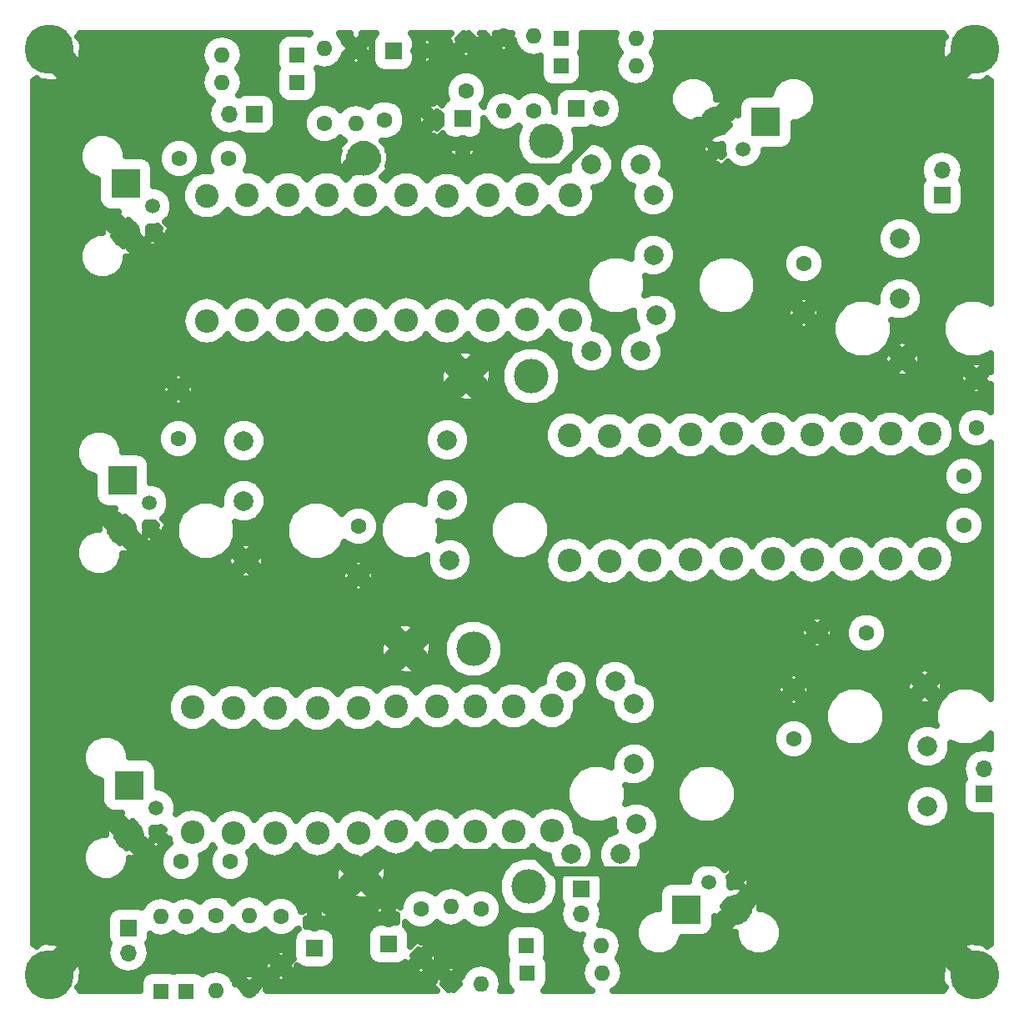
<source format=gbr>
G04 #@! TF.FileFunction,Copper,L1,Top,Signal*
%FSLAX46Y46*%
G04 Gerber Fmt 4.6, Leading zero omitted, Abs format (unit mm)*
G04 Created by KiCad (PCBNEW 4.0.7) date 03/03/19 19:29:16*
%MOMM*%
%LPD*%
G01*
G04 APERTURE LIST*
%ADD10C,0.100000*%
%ADD11C,1.500000*%
%ADD12R,3.000000X3.000000*%
%ADD13C,3.000000*%
%ADD14C,2.000000*%
%ADD15C,5.000000*%
%ADD16C,1.600000*%
%ADD17O,1.600000X1.600000*%
%ADD18R,1.600000X1.600000*%
%ADD19R,1.700000X1.700000*%
%ADD20O,1.700000X1.700000*%
%ADD21C,2.400000*%
%ADD22O,2.400000X2.400000*%
%ADD23C,3.500000*%
%ADD24C,1.000000*%
%ADD25C,0.635000*%
G04 APERTURE END LIST*
D10*
D11*
X113500000Y-53130000D03*
X110960000Y-53130000D03*
D12*
X115786000Y-50402000D03*
D13*
X110706000Y-50402000D03*
D14*
X104648000Y-70002400D03*
X104394000Y-63906400D03*
X104394000Y-57810400D03*
D15*
X43000000Y-43000000D03*
X137000000Y-43000000D03*
X43000000Y-137000000D03*
X137000000Y-137000000D03*
D16*
X66548000Y-131064000D03*
X66548000Y-136064000D03*
X80772000Y-130302000D03*
X80772000Y-135302000D03*
X59944000Y-130937000D03*
D17*
X59944000Y-138557000D03*
D16*
X63373000Y-138557000D03*
D17*
X63373000Y-130937000D03*
D18*
X54356000Y-138684000D03*
D17*
X54356000Y-131064000D03*
D14*
X102666800Y-121666000D03*
X102412800Y-115570000D03*
X102412800Y-109474000D03*
X129667000Y-74422000D03*
X129413000Y-68326000D03*
X129413000Y-62230000D03*
X131953000Y-107696000D03*
X132207000Y-113792000D03*
X132207000Y-119888000D03*
X83693000Y-94869000D03*
X83439000Y-88773000D03*
X83439000Y-82677000D03*
X63017400Y-94945200D03*
X62763400Y-88849200D03*
X62763400Y-82753200D03*
D16*
X85344000Y-47244000D03*
X85344000Y-42244000D03*
X77089000Y-50165000D03*
X82089000Y-50165000D03*
D19*
X84978240Y-50063400D03*
D20*
X84978240Y-52603400D03*
D19*
X77978000Y-43180000D03*
D20*
X80518000Y-43180000D03*
D16*
X89154000Y-41656000D03*
D17*
X89154000Y-49276000D03*
D16*
X70993000Y-50546000D03*
D17*
X70993000Y-42926000D03*
D16*
X74168000Y-42926000D03*
D17*
X74168000Y-50546000D03*
D16*
X92202000Y-49276000D03*
D17*
X92202000Y-41656000D03*
D18*
X94996000Y-44704000D03*
D17*
X102616000Y-44704000D03*
D18*
X68199000Y-46355000D03*
D17*
X60579000Y-46355000D03*
D18*
X94996000Y-41910000D03*
D17*
X102616000Y-41910000D03*
D18*
X68199000Y-43561000D03*
D17*
X60579000Y-43561000D03*
D18*
X91440000Y-133985000D03*
D17*
X99060000Y-133985000D03*
D18*
X56896000Y-138684000D03*
D17*
X56896000Y-131064000D03*
D18*
X91567000Y-136779000D03*
D17*
X99187000Y-136779000D03*
D19*
X51054000Y-132207000D03*
D20*
X51054000Y-134747000D03*
D19*
X69977000Y-134239000D03*
D20*
X69977000Y-131699000D03*
D19*
X77470000Y-133858000D03*
D20*
X77470000Y-131318000D03*
D16*
X86868000Y-130302000D03*
D17*
X86868000Y-137922000D03*
D16*
X83820000Y-137668000D03*
D17*
X83820000Y-130048000D03*
D19*
X63855600Y-49580800D03*
D20*
X61315600Y-49580800D03*
D21*
X94043500Y-109639100D03*
D22*
X94043500Y-122339100D03*
D21*
X90195400Y-109689900D03*
D22*
X90195400Y-122389900D03*
D21*
X86283800Y-109689900D03*
D22*
X86283800Y-122389900D03*
D21*
X82423000Y-109689900D03*
D22*
X82423000Y-122389900D03*
D21*
X57556400Y-109804200D03*
D22*
X57556400Y-122504200D03*
D21*
X78232000Y-109753400D03*
D22*
X78232000Y-122453400D03*
D21*
X74434700Y-109855000D03*
D22*
X74434700Y-122555000D03*
D21*
X70243700Y-109918500D03*
D22*
X70243700Y-122618500D03*
D21*
X61747400Y-109855000D03*
D22*
X61747400Y-122555000D03*
D21*
X65938400Y-109918500D03*
D22*
X65938400Y-122618500D03*
D21*
X95834200Y-82199480D03*
D22*
X95834200Y-94899480D03*
D21*
X99913440Y-82255360D03*
D22*
X99913440Y-94955360D03*
D21*
X103992680Y-82199480D03*
D22*
X103992680Y-94899480D03*
D21*
X108127800Y-82143600D03*
D22*
X108127800Y-94843600D03*
D21*
X112280700Y-82054700D03*
D22*
X112280700Y-94754700D03*
D21*
X116547900Y-82054700D03*
D22*
X116547900Y-94754700D03*
D21*
X120459500Y-82143600D03*
D22*
X120459500Y-94843600D03*
D21*
X124460000Y-82054700D03*
D22*
X124460000Y-94754700D03*
D21*
X128460500Y-82054700D03*
D22*
X128460500Y-94754700D03*
D21*
X132461000Y-82054700D03*
D22*
X132461000Y-94754700D03*
D21*
X95923100Y-57785000D03*
D22*
X95923100Y-70485000D03*
D21*
X91554300Y-57759600D03*
D22*
X91554300Y-70459600D03*
D21*
X87553800Y-57835800D03*
D22*
X87553800Y-70535800D03*
D21*
X83400900Y-57873900D03*
D22*
X83400900Y-70573900D03*
D21*
X79298800Y-57785000D03*
D22*
X79298800Y-70485000D03*
D21*
X75120500Y-57785000D03*
D22*
X75120500Y-70485000D03*
D21*
X71208900Y-57785000D03*
D22*
X71208900Y-70485000D03*
D21*
X67208400Y-57785000D03*
D22*
X67208400Y-70485000D03*
D21*
X63119000Y-57785000D03*
D22*
X63119000Y-70485000D03*
D21*
X59029600Y-57873900D03*
D22*
X59029600Y-70573900D03*
D19*
X133664960Y-57835800D03*
D20*
X133664960Y-55295800D03*
D19*
X96520000Y-49022000D03*
D20*
X99060000Y-49022000D03*
D19*
X97028000Y-128270000D03*
D20*
X97028000Y-130810000D03*
D19*
X137922000Y-118618000D03*
D20*
X137922000Y-116078000D03*
D16*
X125984000Y-102235000D03*
X120984000Y-102235000D03*
X137160000Y-81407000D03*
X137160000Y-76407000D03*
X56134000Y-82550000D03*
X56134000Y-77550000D03*
X74422000Y-91440000D03*
X74422000Y-96440000D03*
X118618000Y-113030000D03*
X118618000Y-108030000D03*
X119634000Y-64770000D03*
X119634000Y-69770000D03*
X135890000Y-86360000D03*
X135890000Y-91360000D03*
X56388000Y-125476000D03*
X61388000Y-125476000D03*
X61214000Y-54102000D03*
X56214000Y-54102000D03*
D14*
X98069400Y-73660000D03*
X103069400Y-73660000D03*
D23*
X93472000Y-52324000D03*
X85344000Y-76200000D03*
X86106000Y-103886000D03*
X79248000Y-103886000D03*
D14*
X96012000Y-124714000D03*
X101012000Y-124714000D03*
X98069400Y-54711600D03*
X103069400Y-54711600D03*
X95504000Y-107188000D03*
X100504000Y-107188000D03*
D23*
X91694000Y-128016000D03*
X74930000Y-54102000D03*
X91948000Y-76200000D03*
X74676000Y-126746000D03*
D11*
X53172400Y-89052400D03*
X53172400Y-91592400D03*
D12*
X50444400Y-86766400D03*
D13*
X50444400Y-91846400D03*
D11*
X53502600Y-58953400D03*
X53502600Y-61493400D03*
D12*
X50774600Y-56667400D03*
D13*
X50774600Y-61747400D03*
D11*
X53870900Y-120015000D03*
X53870900Y-122555000D03*
D12*
X51142900Y-117729000D03*
D13*
X51142900Y-122809000D03*
D11*
X110000000Y-127620000D03*
X112540000Y-127620000D03*
D12*
X107714000Y-130348000D03*
D13*
X112794000Y-130348000D03*
D24*
X110706000Y-50402000D02*
X108848000Y-50402000D01*
X87909400Y-52603400D02*
X90424000Y-55118000D01*
X90424000Y-55118000D02*
X94996000Y-55118000D01*
X94996000Y-55118000D02*
X98298000Y-51816000D01*
X98298000Y-51816000D02*
X106680000Y-51816000D01*
X87909400Y-52603400D02*
X84978240Y-52603400D01*
X107434000Y-51816000D02*
X106680000Y-51816000D01*
X108848000Y-50402000D02*
X107434000Y-51816000D01*
X112540000Y-127620000D02*
X112540000Y-126040000D01*
X103500000Y-126500000D02*
X101100000Y-126500000D01*
X104500000Y-125500000D02*
X103500000Y-126500000D01*
X112000000Y-125500000D02*
X104500000Y-125500000D01*
X112540000Y-126040000D02*
X112000000Y-125500000D01*
X77470000Y-131318000D02*
X77470000Y-129540000D01*
X101092000Y-126492000D02*
X101100000Y-126500000D01*
X94234000Y-126492000D02*
X101092000Y-126492000D01*
X92456000Y-124714000D02*
X94234000Y-126492000D01*
X82296000Y-124714000D02*
X92456000Y-124714000D01*
X77470000Y-129540000D02*
X82296000Y-124714000D01*
X85344000Y-42244000D02*
X87804000Y-42244000D01*
X87804000Y-42244000D02*
X89154000Y-41656000D01*
D25*
G36*
X44686450Y-42985858D02*
X44672308Y-43000000D01*
X45926764Y-44254456D01*
X46265924Y-43911182D01*
X46292493Y-43561000D01*
X58420016Y-43561000D01*
X58581201Y-44371332D01*
X58973199Y-44958000D01*
X58581201Y-45544668D01*
X58420016Y-46355000D01*
X58581201Y-47165332D01*
X59040217Y-47852299D01*
X59624551Y-48242738D01*
X59313091Y-48708870D01*
X59148100Y-49538336D01*
X59148100Y-49623264D01*
X59313091Y-50452730D01*
X59782946Y-51155918D01*
X60486134Y-51625773D01*
X61315600Y-51790764D01*
X62145066Y-51625773D01*
X62284457Y-51532635D01*
X62482977Y-51668277D01*
X63005600Y-51774111D01*
X64705600Y-51774111D01*
X65193836Y-51682243D01*
X65642252Y-51393696D01*
X65943077Y-50953423D01*
X66048911Y-50430800D01*
X66048911Y-48730800D01*
X65957043Y-48242564D01*
X65668496Y-47794148D01*
X65228223Y-47493323D01*
X64705600Y-47387489D01*
X63005600Y-47387489D01*
X62517364Y-47479357D01*
X62284658Y-47629099D01*
X62272395Y-47620905D01*
X62576799Y-47165332D01*
X62737984Y-46355000D01*
X62576799Y-45544668D01*
X62184801Y-44958000D01*
X62576799Y-44371332D01*
X62737984Y-43561000D01*
X62576799Y-42750668D01*
X62117783Y-42063701D01*
X61430816Y-41604685D01*
X60620484Y-41443500D01*
X60537516Y-41443500D01*
X59727184Y-41604685D01*
X59040217Y-42063701D01*
X58581201Y-42750668D01*
X58420016Y-43561000D01*
X46292493Y-43561000D01*
X46366014Y-42592007D01*
X46265924Y-42088818D01*
X45926765Y-41745545D01*
X46229309Y-41443002D01*
X46178807Y-41392500D01*
X69492171Y-41392500D01*
X69418569Y-41502654D01*
X68999000Y-41417689D01*
X67399000Y-41417689D01*
X66910764Y-41509557D01*
X66462348Y-41798104D01*
X66161523Y-42238377D01*
X66055689Y-42761000D01*
X66055689Y-44361000D01*
X66147557Y-44849236D01*
X66215022Y-44954079D01*
X66161523Y-45032377D01*
X66055689Y-45555000D01*
X66055689Y-47155000D01*
X66147557Y-47643236D01*
X66436104Y-48091652D01*
X66876377Y-48392477D01*
X67399000Y-48498311D01*
X68999000Y-48498311D01*
X69487236Y-48406443D01*
X69935652Y-48117896D01*
X70236477Y-47677623D01*
X70342311Y-47155000D01*
X70342311Y-45555000D01*
X70250443Y-45066764D01*
X70182978Y-44961921D01*
X70205872Y-44928415D01*
X70993000Y-45084984D01*
X71803332Y-44923799D01*
X72490299Y-44464783D01*
X72670511Y-44195076D01*
X73464609Y-44195076D01*
X73546242Y-44462298D01*
X74181486Y-44583290D01*
X74789758Y-44462298D01*
X74871391Y-44195076D01*
X74168000Y-43491685D01*
X73464609Y-44195076D01*
X72670511Y-44195076D01*
X72949315Y-43777816D01*
X72998682Y-43529633D01*
X73602315Y-42926000D01*
X72998682Y-42322367D01*
X72949315Y-42074184D01*
X72493829Y-41392500D01*
X73545387Y-41392500D01*
X73464609Y-41656924D01*
X74168000Y-42360315D01*
X74871391Y-41656924D01*
X74790613Y-41392500D01*
X76173996Y-41392500D01*
X75890523Y-41807377D01*
X75784689Y-42330000D01*
X75784689Y-42708398D01*
X75704298Y-42304242D01*
X75437076Y-42222609D01*
X74733685Y-42926000D01*
X75437076Y-43629391D01*
X75704298Y-43547758D01*
X75784689Y-43125681D01*
X75784689Y-44030000D01*
X75876557Y-44518236D01*
X76165104Y-44966652D01*
X76605377Y-45267477D01*
X77128000Y-45373311D01*
X78828000Y-45373311D01*
X79316236Y-45281443D01*
X79764652Y-44992896D01*
X80014995Y-44626506D01*
X80093000Y-44586308D01*
X80093000Y-44416711D01*
X80171311Y-44030000D01*
X80171311Y-43605000D01*
X80943000Y-43605000D01*
X80943000Y-44586308D01*
X81191301Y-44714264D01*
X81677839Y-44389202D01*
X82052293Y-43853306D01*
X81932357Y-43605000D01*
X80943000Y-43605000D01*
X80171311Y-43605000D01*
X80171311Y-43513076D01*
X84640609Y-43513076D01*
X84722242Y-43780298D01*
X85357486Y-43901290D01*
X85965758Y-43780298D01*
X86047391Y-43513076D01*
X85344000Y-42809685D01*
X84640609Y-43513076D01*
X80171311Y-43513076D01*
X80171311Y-42330000D01*
X80093000Y-41913813D01*
X80093000Y-41773692D01*
X80943000Y-41773692D01*
X80943000Y-42755000D01*
X81932357Y-42755000D01*
X82052293Y-42506694D01*
X81677839Y-41970798D01*
X81191301Y-41645736D01*
X80943000Y-41773692D01*
X80093000Y-41773692D01*
X80007183Y-41729468D01*
X79790896Y-41393348D01*
X79789655Y-41392500D01*
X83860456Y-41392500D01*
X83340323Y-41912633D01*
X83687091Y-42259402D01*
X83807702Y-42865758D01*
X84074924Y-42947391D01*
X84778315Y-42244000D01*
X84495472Y-41961157D01*
X85061157Y-41395472D01*
X85344000Y-41678315D01*
X85626843Y-41395472D01*
X86192528Y-41961157D01*
X85909685Y-42244000D01*
X86613076Y-42947391D01*
X86686123Y-42925076D01*
X88450609Y-42925076D01*
X88532242Y-43192298D01*
X89167486Y-43313290D01*
X89775758Y-43192298D01*
X89857391Y-42925076D01*
X89154000Y-42221685D01*
X88450609Y-42925076D01*
X86686123Y-42925076D01*
X86880298Y-42865758D01*
X86994583Y-42265728D01*
X87347677Y-41912633D01*
X86827544Y-41392500D01*
X87218190Y-41392500D01*
X87497091Y-41671402D01*
X87617702Y-42277758D01*
X87884924Y-42359391D01*
X88588315Y-41656000D01*
X88324815Y-41392500D01*
X89983185Y-41392500D01*
X89719685Y-41656000D01*
X90164784Y-42101099D01*
X90245685Y-42507816D01*
X90704701Y-43194783D01*
X91391668Y-43653799D01*
X92202000Y-43814984D01*
X92898782Y-43676385D01*
X92852689Y-43904000D01*
X92852689Y-45504000D01*
X92944557Y-45992236D01*
X93233104Y-46440652D01*
X93673377Y-46741477D01*
X94196000Y-46847311D01*
X95571033Y-46847311D01*
X95181764Y-46920557D01*
X94733348Y-47209104D01*
X94432523Y-47649377D01*
X94326689Y-48172000D01*
X94326689Y-49357458D01*
X94319432Y-49354445D01*
X94319866Y-48856651D01*
X93998176Y-48078100D01*
X93403033Y-47481918D01*
X92625045Y-47158869D01*
X91782651Y-47158134D01*
X91004100Y-47479824D01*
X90689294Y-47794081D01*
X90651299Y-47737217D01*
X89964332Y-47278201D01*
X89154000Y-47117016D01*
X88343668Y-47278201D01*
X87656701Y-47737217D01*
X87197685Y-48424184D01*
X87107942Y-48875350D01*
X87079683Y-48725164D01*
X86992768Y-48590094D01*
X87138082Y-48445033D01*
X87461131Y-47667045D01*
X87461866Y-46824651D01*
X87140176Y-46046100D01*
X86545033Y-45449918D01*
X85767045Y-45126869D01*
X84924651Y-45126134D01*
X84146100Y-45447824D01*
X83549918Y-46042967D01*
X83226869Y-46820955D01*
X83226134Y-47663349D01*
X83410529Y-48109620D01*
X83191588Y-48250504D01*
X82914736Y-48655692D01*
X82420367Y-48161323D01*
X82073598Y-48508091D01*
X81467242Y-48628702D01*
X81385609Y-48895924D01*
X82089000Y-49599315D01*
X82371843Y-49316472D01*
X82784929Y-49729558D01*
X82784929Y-50034756D01*
X82654685Y-50165000D01*
X82784929Y-50295244D01*
X82784929Y-50600442D01*
X82371843Y-51013528D01*
X82089000Y-50730685D01*
X81385609Y-51434076D01*
X81467242Y-51701298D01*
X82067272Y-51815583D01*
X82420367Y-52168677D01*
X82998412Y-51590632D01*
X83165344Y-51850052D01*
X83531734Y-52100395D01*
X83571932Y-52178400D01*
X83741529Y-52178400D01*
X84128240Y-52256711D01*
X85828240Y-52256711D01*
X86244427Y-52178400D01*
X86384548Y-52178400D01*
X86428772Y-52092583D01*
X86764892Y-51876296D01*
X87065717Y-51436023D01*
X87171551Y-50913400D01*
X87171551Y-49996431D01*
X87197685Y-50127816D01*
X87656701Y-50814783D01*
X88343668Y-51273799D01*
X89154000Y-51434984D01*
X89964332Y-51273799D01*
X90651299Y-50814783D01*
X90689316Y-50757887D01*
X90768097Y-50836805D01*
X90405034Y-51711160D01*
X90403969Y-52931487D01*
X90869984Y-54059329D01*
X91732132Y-54922984D01*
X92859160Y-55390966D01*
X94079487Y-55392031D01*
X95207329Y-54926016D01*
X95752186Y-54382109D01*
X95751498Y-55170557D01*
X95791506Y-55267384D01*
X95424535Y-55267064D01*
X94498914Y-55649523D01*
X93790112Y-56357089D01*
X93744310Y-56467393D01*
X93689777Y-56335414D01*
X92982211Y-55626612D01*
X92057259Y-55242538D01*
X91055735Y-55241664D01*
X90130114Y-55624123D01*
X89515566Y-56237599D01*
X88981711Y-55702812D01*
X88056759Y-55318738D01*
X87055235Y-55317864D01*
X86129614Y-55700323D01*
X85457783Y-56370983D01*
X84828811Y-55740912D01*
X83903859Y-55356838D01*
X82902335Y-55355964D01*
X81976714Y-55738423D01*
X81393827Y-56320293D01*
X80726711Y-55652012D01*
X79801759Y-55267938D01*
X78800235Y-55267064D01*
X77874614Y-55649523D01*
X77209111Y-56313866D01*
X76816399Y-55920469D01*
X77618589Y-55118279D01*
X77391697Y-54891387D01*
X77447349Y-54849401D01*
X77541745Y-53829161D01*
X77447349Y-53354599D01*
X77391697Y-53312613D01*
X77427609Y-53276701D01*
X83443976Y-53276701D01*
X83769038Y-53763239D01*
X84304934Y-54137693D01*
X84553240Y-54017757D01*
X84553240Y-53028400D01*
X85403240Y-53028400D01*
X85403240Y-54017757D01*
X85651546Y-54137693D01*
X86187442Y-53763239D01*
X86512504Y-53276701D01*
X86384548Y-53028400D01*
X85403240Y-53028400D01*
X84553240Y-53028400D01*
X83571932Y-53028400D01*
X83443976Y-53276701D01*
X77427609Y-53276701D01*
X77618589Y-53085721D01*
X76815129Y-52282261D01*
X77508349Y-52282866D01*
X78286900Y-51961176D01*
X78883082Y-51366033D01*
X79206131Y-50588045D01*
X79206488Y-50178486D01*
X80431710Y-50178486D01*
X80552702Y-50786758D01*
X80819924Y-50868391D01*
X81523315Y-50165000D01*
X80819924Y-49461609D01*
X80552702Y-49543242D01*
X80431710Y-50178486D01*
X79206488Y-50178486D01*
X79206866Y-49745651D01*
X78885176Y-48967100D01*
X78290033Y-48370918D01*
X77512045Y-48047869D01*
X76669651Y-48047134D01*
X75891100Y-48368824D01*
X75417473Y-48841625D01*
X74978332Y-48548201D01*
X74168000Y-48387016D01*
X73357668Y-48548201D01*
X72670701Y-49007217D01*
X72581762Y-49140324D01*
X72194033Y-48751918D01*
X71416045Y-48428869D01*
X70573651Y-48428134D01*
X69795100Y-48749824D01*
X69198918Y-49344967D01*
X68875869Y-50122955D01*
X68875134Y-50965349D01*
X69196824Y-51743900D01*
X69791967Y-52340082D01*
X70569955Y-52663131D01*
X71412349Y-52663866D01*
X72190900Y-52342176D01*
X72581890Y-51951868D01*
X72670701Y-52084783D01*
X73013379Y-52313753D01*
X72241411Y-53085721D01*
X72468303Y-53312613D01*
X72412651Y-53354599D01*
X72318255Y-54374839D01*
X72412651Y-54849401D01*
X72716172Y-55078391D01*
X73692563Y-54102000D01*
X73460986Y-53870423D01*
X74698423Y-52632986D01*
X74930000Y-52864563D01*
X75161578Y-52632986D01*
X76399015Y-53870423D01*
X76167437Y-54102000D01*
X76399015Y-54333578D01*
X75464792Y-55267800D01*
X74621935Y-55267064D01*
X73696314Y-55649523D01*
X73164393Y-56180516D01*
X72636811Y-55652012D01*
X71711859Y-55267938D01*
X70710335Y-55267064D01*
X69784714Y-55649523D01*
X69208266Y-56224966D01*
X68636311Y-55652012D01*
X67711359Y-55267938D01*
X66709835Y-55267064D01*
X65784214Y-55649523D01*
X65163238Y-56269416D01*
X64546911Y-55652012D01*
X63621959Y-55267938D01*
X63022872Y-55267415D01*
X63331131Y-54525045D01*
X63331866Y-53682651D01*
X63010176Y-52904100D01*
X62415033Y-52307918D01*
X61637045Y-51984869D01*
X60794651Y-51984134D01*
X60016100Y-52305824D01*
X59419918Y-52900967D01*
X59096869Y-53678955D01*
X59096134Y-54521349D01*
X59417824Y-55299900D01*
X59474612Y-55356787D01*
X58531035Y-55355964D01*
X57605414Y-55738423D01*
X56896612Y-56445989D01*
X56512538Y-57370941D01*
X56511664Y-58372465D01*
X56894123Y-59298086D01*
X57601689Y-60006888D01*
X58526641Y-60390962D01*
X59528165Y-60391836D01*
X60453786Y-60009377D01*
X61119212Y-59345112D01*
X61691089Y-59917988D01*
X62616041Y-60302062D01*
X63617565Y-60302936D01*
X64543186Y-59920477D01*
X65164162Y-59300584D01*
X65780489Y-59917988D01*
X66705441Y-60302062D01*
X67706965Y-60302936D01*
X68632586Y-59920477D01*
X69209034Y-59345034D01*
X69780989Y-59917988D01*
X70705941Y-60302062D01*
X71707465Y-60302936D01*
X72633086Y-59920477D01*
X73165007Y-59389484D01*
X73692589Y-59917988D01*
X74617541Y-60302062D01*
X75619065Y-60302936D01*
X76544686Y-59920477D01*
X77210189Y-59256134D01*
X77870889Y-59917988D01*
X78795841Y-60302062D01*
X79797365Y-60302936D01*
X80722986Y-59920477D01*
X81305873Y-59338607D01*
X81972989Y-60006888D01*
X82897941Y-60390962D01*
X83899465Y-60391836D01*
X84825086Y-60009377D01*
X85496917Y-59338717D01*
X86125889Y-59968788D01*
X87050841Y-60352862D01*
X88052365Y-60353736D01*
X88977986Y-59971277D01*
X89592534Y-59357801D01*
X90126389Y-59892588D01*
X91051341Y-60276662D01*
X92052865Y-60277536D01*
X92978486Y-59895077D01*
X93687288Y-59187511D01*
X93733090Y-59077207D01*
X93787623Y-59209186D01*
X94495189Y-59917988D01*
X95420141Y-60302062D01*
X96421665Y-60302936D01*
X97347286Y-59920477D01*
X98056088Y-59212911D01*
X98440162Y-58287959D01*
X98441036Y-57286435D01*
X98334804Y-57029333D01*
X98528357Y-57029502D01*
X99380444Y-56677427D01*
X100032936Y-56026073D01*
X100386497Y-55174602D01*
X100386500Y-55170557D01*
X100751498Y-55170557D01*
X101103573Y-56022644D01*
X101754927Y-56675136D01*
X102267647Y-56888035D01*
X102076903Y-57347398D01*
X102076098Y-58269357D01*
X102428173Y-59121444D01*
X103079527Y-59773936D01*
X103930998Y-60127497D01*
X104852957Y-60128302D01*
X105705044Y-59776227D01*
X106357536Y-59124873D01*
X106711097Y-58273402D01*
X106711902Y-57351443D01*
X106359827Y-56499356D01*
X105708473Y-55846864D01*
X105195753Y-55633965D01*
X105336171Y-55295800D01*
X131454996Y-55295800D01*
X131619987Y-56125266D01*
X131713125Y-56264657D01*
X131577483Y-56463177D01*
X131471649Y-56985800D01*
X131471649Y-58685800D01*
X131563517Y-59174036D01*
X131852064Y-59622452D01*
X132292337Y-59923277D01*
X132814960Y-60029111D01*
X134514960Y-60029111D01*
X135003196Y-59937243D01*
X135451612Y-59648696D01*
X135752437Y-59208423D01*
X135858271Y-58685800D01*
X135858271Y-56985800D01*
X135766403Y-56497564D01*
X135616661Y-56264858D01*
X135709933Y-56125266D01*
X135874924Y-55295800D01*
X135709933Y-54466334D01*
X135240078Y-53763146D01*
X134536890Y-53293291D01*
X133707424Y-53128300D01*
X133622496Y-53128300D01*
X132793030Y-53293291D01*
X132089842Y-53763146D01*
X131619987Y-54466334D01*
X131454996Y-55295800D01*
X105336171Y-55295800D01*
X105386497Y-55174602D01*
X105387302Y-54252643D01*
X105035227Y-53400556D01*
X104765144Y-53130001D01*
X109353634Y-53130001D01*
X109475911Y-53744728D01*
X109741066Y-53818604D01*
X110429670Y-53130000D01*
X109741066Y-52441396D01*
X109475911Y-52515272D01*
X109353634Y-53130001D01*
X104765144Y-53130001D01*
X104383873Y-52748064D01*
X103532402Y-52394503D01*
X102610443Y-52393698D01*
X101758356Y-52745773D01*
X101105864Y-53397127D01*
X100752303Y-54248598D01*
X100751498Y-55170557D01*
X100386500Y-55170557D01*
X100387302Y-54252643D01*
X100035227Y-53400556D01*
X99383873Y-52748064D01*
X98532402Y-52394503D01*
X97610443Y-52393698D01*
X96758356Y-52745773D01*
X96519150Y-52984561D01*
X96538966Y-52936840D01*
X96539462Y-52368185D01*
X109800476Y-52368185D01*
X109990648Y-52662574D01*
X110910186Y-52764251D01*
X111315349Y-52683659D01*
X111432786Y-52801096D01*
X111432142Y-53539447D01*
X111484499Y-53666161D01*
X111225165Y-53925495D01*
X110960000Y-53660330D01*
X110271396Y-54348934D01*
X110345272Y-54614089D01*
X110877682Y-54719992D01*
X111255319Y-55097629D01*
X111899651Y-54453297D01*
X112327326Y-54881719D01*
X113086945Y-55197141D01*
X113909447Y-55197858D01*
X114669615Y-54883763D01*
X115251719Y-54302674D01*
X115567141Y-53543055D01*
X115567401Y-53245311D01*
X117286000Y-53245311D01*
X117774236Y-53153443D01*
X118222652Y-52864896D01*
X118523477Y-52424623D01*
X118629311Y-51902000D01*
X118629311Y-50417544D01*
X119048859Y-50417910D01*
X119919329Y-50058239D01*
X120585898Y-49392832D01*
X120947088Y-48522991D01*
X120947910Y-47581141D01*
X120588239Y-46710671D01*
X119922832Y-46044102D01*
X119052991Y-45682912D01*
X118111141Y-45682090D01*
X117240671Y-46041761D01*
X116574102Y-46707168D01*
X116220519Y-47558689D01*
X114286000Y-47558689D01*
X113797764Y-47650557D01*
X113349348Y-47939104D01*
X113048523Y-48379377D01*
X112942689Y-48902000D01*
X112942689Y-49671219D01*
X112672185Y-49496476D01*
X111766660Y-50402000D01*
X112086626Y-50721966D01*
X111450770Y-51357822D01*
X111255319Y-51162371D01*
X110877682Y-51540008D01*
X110798999Y-51555659D01*
X110706000Y-51462660D01*
X110566817Y-51601843D01*
X110345272Y-51645911D01*
X110276726Y-51891934D01*
X109800476Y-52368185D01*
X96539462Y-52368185D01*
X96540031Y-51716513D01*
X96332938Y-51215311D01*
X97370000Y-51215311D01*
X97858236Y-51123443D01*
X98090942Y-50973701D01*
X98230534Y-51066973D01*
X99060000Y-51231964D01*
X99889466Y-51066973D01*
X100592654Y-50597118D01*
X101062509Y-49893930D01*
X101227500Y-49064464D01*
X101227500Y-48979536D01*
X101135866Y-48518859D01*
X106052090Y-48518859D01*
X106411761Y-49389329D01*
X107077168Y-50055898D01*
X107947009Y-50417088D01*
X108364618Y-50417452D01*
X108343749Y-50606186D01*
X108445426Y-51117352D01*
X108739815Y-51307524D01*
X109645340Y-50402000D01*
X109435417Y-50192077D01*
X109759329Y-50058239D01*
X110425898Y-49392832D01*
X110523189Y-49158529D01*
X110706000Y-49341340D01*
X111611524Y-48435815D01*
X111421352Y-48141426D01*
X110787482Y-48071336D01*
X110787910Y-47581141D01*
X110428239Y-46710671D01*
X109762832Y-46044102D01*
X108892991Y-45682912D01*
X107951141Y-45682090D01*
X107080671Y-46041761D01*
X106414102Y-46707168D01*
X106052912Y-47577009D01*
X106052090Y-48518859D01*
X101135866Y-48518859D01*
X101062509Y-48150070D01*
X100592654Y-47446882D01*
X99889466Y-46977027D01*
X99060000Y-46812036D01*
X98230534Y-46977027D01*
X98091143Y-47070165D01*
X97892623Y-46934523D01*
X97370000Y-46828689D01*
X95894967Y-46828689D01*
X96284236Y-46755443D01*
X96732652Y-46466896D01*
X97033477Y-46026623D01*
X97139311Y-45504000D01*
X97139311Y-43904000D01*
X97047443Y-43415764D01*
X96979978Y-43310921D01*
X97033477Y-43232623D01*
X97139311Y-42710000D01*
X97139311Y-41392500D01*
X100559953Y-41392500D01*
X100457016Y-41910000D01*
X100618201Y-42720332D01*
X101010199Y-43307000D01*
X100618201Y-43893668D01*
X100457016Y-44704000D01*
X100618201Y-45514332D01*
X101077217Y-46201299D01*
X101764184Y-46660315D01*
X102574516Y-46821500D01*
X102657484Y-46821500D01*
X103467816Y-46660315D01*
X104154783Y-46201299D01*
X104613799Y-45514332D01*
X104774984Y-44704000D01*
X104613799Y-43893668D01*
X104221801Y-43307000D01*
X104613799Y-42720332D01*
X104774984Y-41910000D01*
X104672047Y-41392500D01*
X133821193Y-41392500D01*
X133770691Y-41443002D01*
X134073235Y-41745545D01*
X133734076Y-42088818D01*
X133633986Y-43407993D01*
X133734076Y-43911182D01*
X134073236Y-44254456D01*
X135327692Y-43000000D01*
X135313550Y-42985858D01*
X136906908Y-41392500D01*
X137093092Y-41392500D01*
X138607500Y-42906908D01*
X138607500Y-43093092D01*
X137014142Y-44686450D01*
X137000000Y-44672308D01*
X135745544Y-45926764D01*
X136088818Y-46265924D01*
X137407993Y-46366014D01*
X137911182Y-46265924D01*
X138254455Y-45926765D01*
X138556998Y-46229309D01*
X138607500Y-46178807D01*
X138607500Y-68863803D01*
X138518868Y-68775016D01*
X137391840Y-68307034D01*
X136171513Y-68305969D01*
X135043671Y-68771984D01*
X134180016Y-69634132D01*
X133712034Y-70761160D01*
X133710969Y-71981487D01*
X134176984Y-73109329D01*
X135039132Y-73972984D01*
X136166160Y-74440966D01*
X137386487Y-74442031D01*
X138514329Y-73976016D01*
X138607500Y-73883008D01*
X138607500Y-75758115D01*
X138429076Y-75703609D01*
X137725685Y-76407000D01*
X138429076Y-77110391D01*
X138607500Y-77055885D01*
X138607500Y-79859815D01*
X138361033Y-79612918D01*
X137583045Y-79289869D01*
X136740651Y-79289134D01*
X135962100Y-79610824D01*
X135365918Y-80205967D01*
X135042869Y-80983955D01*
X135042134Y-81826349D01*
X135363824Y-82604900D01*
X135958967Y-83201082D01*
X136736955Y-83524131D01*
X137579349Y-83524866D01*
X138357900Y-83203176D01*
X138607500Y-82954011D01*
X138607500Y-108997135D01*
X137756868Y-108145016D01*
X136629840Y-107677034D01*
X135409513Y-107675969D01*
X134281671Y-108141984D01*
X133418016Y-109004132D01*
X132950034Y-110131160D01*
X132948969Y-111351487D01*
X133068300Y-111640291D01*
X132670002Y-111474903D01*
X131748043Y-111474098D01*
X130895956Y-111826173D01*
X130243464Y-112477527D01*
X129889903Y-113328998D01*
X129889098Y-114250957D01*
X130241173Y-115103044D01*
X130892527Y-115755536D01*
X131743998Y-116109097D01*
X132665957Y-116109902D01*
X133518044Y-115757827D01*
X134170536Y-115106473D01*
X134524097Y-114255002D01*
X134524804Y-113445826D01*
X135404160Y-113810966D01*
X136624487Y-113812031D01*
X137752329Y-113346016D01*
X138607500Y-112492337D01*
X138607500Y-114038408D01*
X137964464Y-113910500D01*
X137879536Y-113910500D01*
X137050070Y-114075491D01*
X136346882Y-114545346D01*
X135877027Y-115248534D01*
X135712036Y-116078000D01*
X135877027Y-116907466D01*
X135970165Y-117046857D01*
X135834523Y-117245377D01*
X135728689Y-117768000D01*
X135728689Y-119468000D01*
X135820557Y-119956236D01*
X136109104Y-120404652D01*
X136549377Y-120705477D01*
X137072000Y-120811311D01*
X138607500Y-120811311D01*
X138607500Y-133821193D01*
X138556998Y-133770691D01*
X138254455Y-134073235D01*
X137911182Y-133734076D01*
X136592007Y-133633986D01*
X136088818Y-133734076D01*
X135745544Y-134073236D01*
X137000000Y-135327692D01*
X137014142Y-135313550D01*
X138607500Y-136906908D01*
X138607500Y-137093092D01*
X137093092Y-138607500D01*
X136906908Y-138607500D01*
X135313550Y-137014142D01*
X135327692Y-137000000D01*
X134073236Y-135745544D01*
X133734076Y-136088818D01*
X133633986Y-137407993D01*
X133734076Y-137911182D01*
X134073235Y-138254455D01*
X133770691Y-138556998D01*
X133821193Y-138607500D01*
X100230105Y-138607500D01*
X100725783Y-138276299D01*
X101184799Y-137589332D01*
X101345984Y-136779000D01*
X101184799Y-135968668D01*
X100729301Y-135286965D01*
X101057799Y-134795332D01*
X101218984Y-133985000D01*
X101057799Y-133174668D01*
X101053918Y-133168859D01*
X102552090Y-133168859D01*
X102911761Y-134039329D01*
X103577168Y-134705898D01*
X104447009Y-135067088D01*
X105388859Y-135067910D01*
X106259329Y-134708239D01*
X106925898Y-134042832D01*
X107279481Y-133191311D01*
X109214000Y-133191311D01*
X109702236Y-133099443D01*
X110150652Y-132810896D01*
X110451477Y-132370623D01*
X110462906Y-132314185D01*
X111888476Y-132314185D01*
X112078648Y-132608574D01*
X112712518Y-132678664D01*
X112712090Y-133168859D01*
X113071761Y-134039329D01*
X113737168Y-134705898D01*
X114607009Y-135067088D01*
X115548859Y-135067910D01*
X116419329Y-134708239D01*
X117085898Y-134042832D01*
X117447088Y-133172991D01*
X117447910Y-132231141D01*
X117088239Y-131360671D01*
X116422832Y-130694102D01*
X115552991Y-130332912D01*
X115135382Y-130332548D01*
X115156251Y-130143814D01*
X115054574Y-129632648D01*
X114760185Y-129442476D01*
X113854660Y-130348000D01*
X114064583Y-130557923D01*
X113740671Y-130691761D01*
X113074102Y-131357168D01*
X112976811Y-131591471D01*
X112794000Y-131408660D01*
X111888476Y-132314185D01*
X110462906Y-132314185D01*
X110557311Y-131848000D01*
X110557311Y-131078781D01*
X110827815Y-131253524D01*
X111733340Y-130348000D01*
X111413374Y-130028034D01*
X112049230Y-129392178D01*
X112244681Y-129587629D01*
X112622318Y-129209992D01*
X112701001Y-129194341D01*
X112794000Y-129287340D01*
X112933183Y-129148157D01*
X113154728Y-129104089D01*
X113223274Y-128858066D01*
X113699524Y-128381815D01*
X113509352Y-128087426D01*
X112589814Y-127985749D01*
X112184651Y-128066341D01*
X112067214Y-127948904D01*
X112067500Y-127620000D01*
X113070330Y-127620000D01*
X113758934Y-128308604D01*
X114024089Y-128234728D01*
X114146366Y-127619999D01*
X114024089Y-127005272D01*
X113758934Y-126931396D01*
X113070330Y-127620000D01*
X112067500Y-127620000D01*
X112067858Y-127210553D01*
X112015501Y-127083839D01*
X112274835Y-126824505D01*
X112540000Y-127089670D01*
X113228604Y-126401066D01*
X113154728Y-126135911D01*
X112622318Y-126030008D01*
X112244681Y-125652371D01*
X111600349Y-126296703D01*
X111172674Y-125868281D01*
X110413055Y-125552859D01*
X109590553Y-125552142D01*
X108830385Y-125866237D01*
X108248281Y-126447326D01*
X107932859Y-127206945D01*
X107932599Y-127504689D01*
X106214000Y-127504689D01*
X105725764Y-127596557D01*
X105277348Y-127885104D01*
X104976523Y-128325377D01*
X104870689Y-128848000D01*
X104870689Y-130332456D01*
X104451141Y-130332090D01*
X103580671Y-130691761D01*
X102914102Y-131357168D01*
X102552912Y-132227009D01*
X102552090Y-133168859D01*
X101053918Y-133168859D01*
X100598783Y-132487701D01*
X99911816Y-132028685D01*
X99101484Y-131867500D01*
X99018516Y-131867500D01*
X98905598Y-131889961D01*
X99072973Y-131639466D01*
X99237964Y-130810000D01*
X99072973Y-129980534D01*
X98979835Y-129841143D01*
X99115477Y-129642623D01*
X99221311Y-129120000D01*
X99221311Y-127420000D01*
X99129443Y-126931764D01*
X98840896Y-126483348D01*
X98400623Y-126182523D01*
X97918932Y-126084978D01*
X97975536Y-126028473D01*
X98329097Y-125177002D01*
X98329902Y-124255043D01*
X97977827Y-123402956D01*
X97326473Y-122750464D01*
X96552880Y-122429241D01*
X96561000Y-122388421D01*
X96561000Y-122289779D01*
X96369367Y-121326373D01*
X95823641Y-120509638D01*
X95006906Y-119963912D01*
X94043500Y-119772279D01*
X93080094Y-119963912D01*
X92263359Y-120509638D01*
X92102478Y-120750413D01*
X91975541Y-120560438D01*
X91158806Y-120014712D01*
X90195400Y-119823079D01*
X89231994Y-120014712D01*
X88415259Y-120560438D01*
X88239600Y-120823330D01*
X88063941Y-120560438D01*
X87247206Y-120014712D01*
X86283800Y-119823079D01*
X85320394Y-120014712D01*
X84503659Y-120560438D01*
X84353400Y-120785316D01*
X84203141Y-120560438D01*
X83386406Y-120014712D01*
X82423000Y-119823079D01*
X81459594Y-120014712D01*
X80642859Y-120560438D01*
X80306285Y-121064155D01*
X80012141Y-120623938D01*
X79195406Y-120078212D01*
X78232000Y-119886579D01*
X77268594Y-120078212D01*
X76451859Y-120623938D01*
X76299406Y-120852099D01*
X76214841Y-120725538D01*
X75398106Y-120179812D01*
X74434700Y-119988179D01*
X73471294Y-120179812D01*
X72654559Y-120725538D01*
X72317985Y-121229255D01*
X72023841Y-120789038D01*
X71207106Y-120243312D01*
X70243700Y-120051679D01*
X69280294Y-120243312D01*
X68463559Y-120789038D01*
X68091050Y-121346536D01*
X67718541Y-120789038D01*
X66901806Y-120243312D01*
X65938400Y-120051679D01*
X64974994Y-120243312D01*
X64158259Y-120789038D01*
X63864115Y-121229255D01*
X63527541Y-120725538D01*
X62710806Y-120179812D01*
X61747400Y-119988179D01*
X60783994Y-120179812D01*
X59967259Y-120725538D01*
X59668872Y-121172105D01*
X59336541Y-120674738D01*
X58519806Y-120129012D01*
X57556400Y-119937379D01*
X56592994Y-120129012D01*
X55858399Y-120619854D01*
X55938041Y-120428055D01*
X55938758Y-119605553D01*
X55781718Y-119225487D01*
X95534769Y-119225487D01*
X96000784Y-120353329D01*
X96862932Y-121216984D01*
X97989960Y-121684966D01*
X99210287Y-121686031D01*
X100338129Y-121220016D01*
X100349698Y-121208467D01*
X100348898Y-122124957D01*
X100474364Y-122428608D01*
X99700956Y-122748173D01*
X99048464Y-123399527D01*
X98694903Y-124250998D01*
X98694098Y-125172957D01*
X99046173Y-126025044D01*
X99697527Y-126677536D01*
X100548998Y-127031097D01*
X101470957Y-127031902D01*
X102323044Y-126679827D01*
X102975536Y-126028473D01*
X103329097Y-125177002D01*
X103329902Y-124255043D01*
X103204436Y-123951392D01*
X103977844Y-123631827D01*
X104630336Y-122980473D01*
X104983897Y-122129002D01*
X104984702Y-121207043D01*
X104632627Y-120354956D01*
X103981273Y-119702464D01*
X103129802Y-119348903D01*
X102207843Y-119348098D01*
X101499554Y-119640757D01*
X101669766Y-119230840D01*
X101669770Y-119225487D01*
X106710769Y-119225487D01*
X107176784Y-120353329D01*
X108038932Y-121216984D01*
X109165960Y-121684966D01*
X110386287Y-121686031D01*
X111514129Y-121220016D01*
X112377784Y-120357868D01*
X112382314Y-120346957D01*
X129889098Y-120346957D01*
X130241173Y-121199044D01*
X130892527Y-121851536D01*
X131743998Y-122205097D01*
X132665957Y-122205902D01*
X133518044Y-121853827D01*
X134170536Y-121202473D01*
X134524097Y-120351002D01*
X134524902Y-119429043D01*
X134172827Y-118576956D01*
X133521473Y-117924464D01*
X132670002Y-117570903D01*
X131748043Y-117570098D01*
X130895956Y-117922173D01*
X130243464Y-118573527D01*
X129889903Y-119424998D01*
X129889098Y-120346957D01*
X112382314Y-120346957D01*
X112845766Y-119230840D01*
X112846831Y-118010513D01*
X112380816Y-116882671D01*
X111518668Y-116019016D01*
X110391640Y-115551034D01*
X109171313Y-115549969D01*
X108043471Y-116015984D01*
X107179816Y-116878132D01*
X106711834Y-118005160D01*
X106710769Y-119225487D01*
X101669770Y-119225487D01*
X101670831Y-118010513D01*
X101551500Y-117721709D01*
X101949798Y-117887097D01*
X102871757Y-117887902D01*
X103723844Y-117535827D01*
X104376336Y-116884473D01*
X104729897Y-116033002D01*
X104730702Y-115111043D01*
X104378627Y-114258956D01*
X103727273Y-113606464D01*
X103348898Y-113449349D01*
X116500134Y-113449349D01*
X116821824Y-114227900D01*
X117416967Y-114824082D01*
X118194955Y-115147131D01*
X119037349Y-115147866D01*
X119815900Y-114826176D01*
X120412082Y-114231033D01*
X120735131Y-113453045D01*
X120735866Y-112610651D01*
X120414176Y-111832100D01*
X119934401Y-111351487D01*
X121772969Y-111351487D01*
X122238984Y-112479329D01*
X123101132Y-113342984D01*
X124228160Y-113810966D01*
X125448487Y-113812031D01*
X126576329Y-113346016D01*
X127439984Y-112483868D01*
X127907966Y-111356840D01*
X127909031Y-110136513D01*
X127507630Y-109165048D01*
X131191059Y-109165048D01*
X131303698Y-109440337D01*
X132020652Y-109556034D01*
X132602302Y-109440337D01*
X132714941Y-109165048D01*
X131953000Y-108403107D01*
X131191059Y-109165048D01*
X127507630Y-109165048D01*
X127443016Y-109008671D01*
X126580868Y-108145016D01*
X125662440Y-107763652D01*
X130092966Y-107763652D01*
X130208663Y-108345302D01*
X130483952Y-108457941D01*
X131245893Y-107696000D01*
X132660107Y-107696000D01*
X133422048Y-108457941D01*
X133697337Y-108345302D01*
X133813034Y-107628348D01*
X133697337Y-107046698D01*
X133422048Y-106934059D01*
X132660107Y-107696000D01*
X131245893Y-107696000D01*
X130483952Y-106934059D01*
X130208663Y-107046698D01*
X130092966Y-107763652D01*
X125662440Y-107763652D01*
X125453840Y-107677034D01*
X124233513Y-107675969D01*
X123105671Y-108141984D01*
X122242016Y-109004132D01*
X121774034Y-110131160D01*
X121772969Y-111351487D01*
X119934401Y-111351487D01*
X119819033Y-111235918D01*
X119041045Y-110912869D01*
X118198651Y-110912134D01*
X117420100Y-111233824D01*
X116823918Y-111828967D01*
X116500869Y-112606955D01*
X116500134Y-113449349D01*
X103348898Y-113449349D01*
X102875802Y-113252903D01*
X101953843Y-113252098D01*
X101101756Y-113604173D01*
X100449264Y-114255527D01*
X100095703Y-115106998D01*
X100094996Y-115916174D01*
X99215640Y-115551034D01*
X97995313Y-115549969D01*
X96867471Y-116015984D01*
X96003816Y-116878132D01*
X95535834Y-118005160D01*
X95534769Y-119225487D01*
X55781718Y-119225487D01*
X55624663Y-118845385D01*
X55043574Y-118263281D01*
X54283955Y-117947859D01*
X53986211Y-117947599D01*
X53986211Y-116229000D01*
X53894343Y-115740764D01*
X53605796Y-115292348D01*
X53165523Y-114991523D01*
X52642900Y-114885689D01*
X51158444Y-114885689D01*
X51158810Y-114466141D01*
X50799139Y-113595671D01*
X50133732Y-112929102D01*
X49263891Y-112567912D01*
X48322041Y-112567090D01*
X47451571Y-112926761D01*
X46785002Y-113592168D01*
X46423812Y-114462009D01*
X46422990Y-115403859D01*
X46782661Y-116274329D01*
X47448068Y-116940898D01*
X48299589Y-117294481D01*
X48299589Y-119229000D01*
X48391457Y-119717236D01*
X48680004Y-120165652D01*
X49120277Y-120466477D01*
X49642900Y-120572311D01*
X50412119Y-120572311D01*
X50237376Y-120842815D01*
X51142900Y-121748340D01*
X51462866Y-121428374D01*
X52098722Y-122064230D01*
X51903271Y-122259681D01*
X52280908Y-122637318D01*
X52296559Y-122716001D01*
X52203560Y-122809000D01*
X52342743Y-122948183D01*
X52386811Y-123169728D01*
X52632834Y-123238274D01*
X53109085Y-123714524D01*
X53403474Y-123524352D01*
X53505151Y-122604814D01*
X53424559Y-122199651D01*
X53541996Y-122082214D01*
X54280347Y-122082858D01*
X54407061Y-122030501D01*
X54666395Y-122289835D01*
X54401230Y-122555000D01*
X55089834Y-123243604D01*
X55171633Y-123220814D01*
X55230533Y-123516927D01*
X55307081Y-123631489D01*
X55190100Y-123679824D01*
X54593918Y-124274967D01*
X54270869Y-125052955D01*
X54270134Y-125895349D01*
X54591824Y-126673900D01*
X55186967Y-127270082D01*
X55964955Y-127593131D01*
X56807349Y-127593866D01*
X57585900Y-127272176D01*
X58182082Y-126677033D01*
X58505131Y-125899045D01*
X58505866Y-125056651D01*
X58439244Y-124895413D01*
X58519806Y-124879388D01*
X59336541Y-124333662D01*
X59634928Y-123887095D01*
X59773987Y-124095211D01*
X59593918Y-124274967D01*
X59270869Y-125052955D01*
X59270134Y-125895349D01*
X59591824Y-126673900D01*
X60186967Y-127270082D01*
X60964955Y-127593131D01*
X61807349Y-127593866D01*
X62585900Y-127272176D01*
X62839679Y-127018839D01*
X72064255Y-127018839D01*
X72158651Y-127493401D01*
X72462172Y-127722391D01*
X73438563Y-126746000D01*
X75913437Y-126746000D01*
X76889828Y-127722391D01*
X77193349Y-127493401D01*
X77287745Y-126473161D01*
X77193349Y-125998599D01*
X76889828Y-125769609D01*
X75913437Y-126746000D01*
X73438563Y-126746000D01*
X72462172Y-125769609D01*
X72158651Y-125998599D01*
X72064255Y-127018839D01*
X62839679Y-127018839D01*
X63182082Y-126677033D01*
X63505131Y-125899045D01*
X63505866Y-125056651D01*
X63292904Y-124541242D01*
X63527541Y-124384462D01*
X63821685Y-123944245D01*
X64158259Y-124447962D01*
X64974994Y-124993688D01*
X65938400Y-125185321D01*
X66901806Y-124993688D01*
X67718541Y-124447962D01*
X68091050Y-123890464D01*
X68463559Y-124447962D01*
X69280294Y-124993688D01*
X70243700Y-125185321D01*
X71207106Y-124993688D01*
X72023841Y-124447962D01*
X72360415Y-123944245D01*
X72654559Y-124384462D01*
X73471294Y-124930188D01*
X74253144Y-125085707D01*
X74676000Y-125508563D01*
X75218686Y-124965877D01*
X75398106Y-124930188D01*
X76214841Y-124384462D01*
X76367294Y-124156301D01*
X76451859Y-124282862D01*
X77268594Y-124828588D01*
X78232000Y-125020221D01*
X79195406Y-124828588D01*
X80012141Y-124282862D01*
X80348715Y-123779145D01*
X80642859Y-124219362D01*
X81459594Y-124765088D01*
X82423000Y-124956721D01*
X83386406Y-124765088D01*
X84203141Y-124219362D01*
X84353400Y-123994484D01*
X84503659Y-124219362D01*
X85320394Y-124765088D01*
X86283800Y-124956721D01*
X87247206Y-124765088D01*
X88063941Y-124219362D01*
X88239600Y-123956470D01*
X88415259Y-124219362D01*
X89231994Y-124765088D01*
X90195400Y-124956721D01*
X91158806Y-124765088D01*
X91975541Y-124219362D01*
X92136422Y-123978587D01*
X92263359Y-124168562D01*
X93080094Y-124714288D01*
X93694392Y-124836479D01*
X93694098Y-125172957D01*
X94046173Y-126025044D01*
X94697527Y-126677536D01*
X95003830Y-126804724D01*
X94940523Y-126897377D01*
X94834689Y-127420000D01*
X94834689Y-129120000D01*
X94926557Y-129608236D01*
X95076299Y-129840942D01*
X94983027Y-129980534D01*
X94818036Y-130810000D01*
X94983027Y-131639466D01*
X95452882Y-132342654D01*
X96156070Y-132812509D01*
X96985536Y-132977500D01*
X97070464Y-132977500D01*
X97212871Y-132949173D01*
X97062201Y-133174668D01*
X96901016Y-133985000D01*
X97062201Y-134795332D01*
X97517699Y-135477035D01*
X97189201Y-135968668D01*
X97028016Y-136779000D01*
X97189201Y-137589332D01*
X97648217Y-138276299D01*
X98143895Y-138607500D01*
X93201700Y-138607500D01*
X93303652Y-138541896D01*
X93604477Y-138101623D01*
X93710311Y-137579000D01*
X93710311Y-135979000D01*
X93618443Y-135490764D01*
X93483011Y-135280296D01*
X93583311Y-134785000D01*
X93583311Y-133185000D01*
X93491443Y-132696764D01*
X93202896Y-132248348D01*
X92762623Y-131947523D01*
X92240000Y-131841689D01*
X90640000Y-131841689D01*
X90151764Y-131933557D01*
X89703348Y-132222104D01*
X89402523Y-132662377D01*
X89296689Y-133185000D01*
X89296689Y-134785000D01*
X89388557Y-135273236D01*
X89523989Y-135483704D01*
X89423689Y-135979000D01*
X89423689Y-137579000D01*
X89515557Y-138067236D01*
X89804104Y-138515652D01*
X89938528Y-138607500D01*
X88857397Y-138607500D01*
X88985500Y-137963484D01*
X88985500Y-137880516D01*
X88824315Y-137070184D01*
X88365299Y-136383217D01*
X87678332Y-135924201D01*
X86868000Y-135763016D01*
X86057668Y-135924201D01*
X85370701Y-136383217D01*
X84911685Y-137070184D01*
X84893853Y-137159832D01*
X84385685Y-137668000D01*
X84668528Y-137950843D01*
X84102843Y-138516528D01*
X83820000Y-138233685D01*
X83537157Y-138516528D01*
X82971472Y-137950843D01*
X83254315Y-137668000D01*
X82550924Y-136964609D01*
X82283702Y-137046242D01*
X82169417Y-137646272D01*
X81816323Y-137999367D01*
X82424456Y-138607500D01*
X65095810Y-138607500D01*
X65029909Y-138541598D01*
X64909298Y-137935242D01*
X64642076Y-137853609D01*
X63938685Y-138557000D01*
X63989185Y-138607500D01*
X62756815Y-138607500D01*
X62807315Y-138557000D01*
X62103924Y-137853609D01*
X61939811Y-137903744D01*
X61900315Y-137705184D01*
X61621512Y-137287924D01*
X62669609Y-137287924D01*
X63373000Y-137991315D01*
X64031239Y-137333076D01*
X65844609Y-137333076D01*
X65926242Y-137600298D01*
X66561486Y-137721290D01*
X67169758Y-137600298D01*
X67251391Y-137333076D01*
X66548000Y-136629685D01*
X65844609Y-137333076D01*
X64031239Y-137333076D01*
X64076391Y-137287924D01*
X63994758Y-137020702D01*
X63359514Y-136899710D01*
X62751242Y-137020702D01*
X62669609Y-137287924D01*
X61621512Y-137287924D01*
X61441299Y-137018217D01*
X60754332Y-136559201D01*
X59944000Y-136398016D01*
X59133668Y-136559201D01*
X58606423Y-136911495D01*
X58218623Y-136646523D01*
X57696000Y-136540689D01*
X56096000Y-136540689D01*
X55608745Y-136632372D01*
X55156000Y-136540689D01*
X53556000Y-136540689D01*
X53067764Y-136632557D01*
X52619348Y-136921104D01*
X52318523Y-137361377D01*
X52212689Y-137884000D01*
X52212689Y-138607500D01*
X46178807Y-138607500D01*
X46229309Y-138556998D01*
X45926765Y-138254455D01*
X46265924Y-137911182D01*
X46366014Y-136592007D01*
X46265924Y-136088818D01*
X45926764Y-135745544D01*
X44672308Y-137000000D01*
X44686450Y-137014142D01*
X43093092Y-138607500D01*
X42906908Y-138607500D01*
X41392500Y-137093092D01*
X41392500Y-136906908D01*
X42985858Y-135313550D01*
X43000000Y-135327692D01*
X43580692Y-134747000D01*
X48844036Y-134747000D01*
X49009027Y-135576466D01*
X49478882Y-136279654D01*
X50182070Y-136749509D01*
X51011536Y-136914500D01*
X51096464Y-136914500D01*
X51925930Y-136749509D01*
X52629118Y-136279654D01*
X52764202Y-136077486D01*
X64890710Y-136077486D01*
X65011702Y-136685758D01*
X65278924Y-136767391D01*
X65982315Y-136064000D01*
X65278924Y-135360609D01*
X65011702Y-135442242D01*
X64890710Y-136077486D01*
X52764202Y-136077486D01*
X53098973Y-135576466D01*
X53254431Y-134794924D01*
X65844609Y-134794924D01*
X66548000Y-135498315D01*
X67251391Y-134794924D01*
X67169758Y-134527702D01*
X66534514Y-134406710D01*
X65926242Y-134527702D01*
X65844609Y-134794924D01*
X53254431Y-134794924D01*
X53263964Y-134747000D01*
X53098973Y-133917534D01*
X53005835Y-133778143D01*
X53141477Y-133579623D01*
X53247311Y-133057000D01*
X53247311Y-132862444D01*
X53545668Y-133061799D01*
X54356000Y-133222984D01*
X55166332Y-133061799D01*
X55626000Y-132754659D01*
X56085668Y-133061799D01*
X56896000Y-133222984D01*
X57706332Y-133061799D01*
X58393299Y-132602783D01*
X58482149Y-132469809D01*
X58742967Y-132731082D01*
X59520955Y-133054131D01*
X60363349Y-133054866D01*
X61141900Y-132733176D01*
X61685258Y-132190765D01*
X61875701Y-132475783D01*
X62562668Y-132934799D01*
X63373000Y-133095984D01*
X64183332Y-132934799D01*
X64870299Y-132475783D01*
X64908405Y-132418754D01*
X65346967Y-132858082D01*
X66124955Y-133181131D01*
X66967349Y-133181866D01*
X67745900Y-132860176D01*
X68301500Y-132305544D01*
X68301500Y-132354580D01*
X68190348Y-132426104D01*
X67889523Y-132866377D01*
X67783689Y-133389000D01*
X67783689Y-135089000D01*
X67835876Y-135366352D01*
X67817076Y-135360609D01*
X67113685Y-136064000D01*
X67817076Y-136767391D01*
X68084298Y-136685758D01*
X68106140Y-136571076D01*
X80068609Y-136571076D01*
X80150242Y-136838298D01*
X80785486Y-136959290D01*
X81393758Y-136838298D01*
X81475391Y-136571076D01*
X81303239Y-136398924D01*
X83116609Y-136398924D01*
X83820000Y-137102315D01*
X84523391Y-136398924D01*
X84441758Y-136131702D01*
X83806514Y-136010710D01*
X83198242Y-136131702D01*
X83116609Y-136398924D01*
X81303239Y-136398924D01*
X80772000Y-135867685D01*
X80068609Y-136571076D01*
X68106140Y-136571076D01*
X68204737Y-136053416D01*
X68604377Y-136326477D01*
X69127000Y-136432311D01*
X70827000Y-136432311D01*
X71315236Y-136340443D01*
X71763652Y-136051896D01*
X72064477Y-135611623D01*
X72170311Y-135089000D01*
X72170311Y-133389000D01*
X72098621Y-133008000D01*
X75276689Y-133008000D01*
X75276689Y-134708000D01*
X75368557Y-135196236D01*
X75657104Y-135644652D01*
X76097377Y-135945477D01*
X76620000Y-136051311D01*
X78320000Y-136051311D01*
X78808236Y-135959443D01*
X79193489Y-135711540D01*
X79235702Y-135923758D01*
X79502924Y-136005391D01*
X80206315Y-135302000D01*
X81337685Y-135302000D01*
X82041076Y-136005391D01*
X82308298Y-135923758D01*
X82429290Y-135288514D01*
X82308298Y-134680242D01*
X82041076Y-134598609D01*
X81337685Y-135302000D01*
X80206315Y-135302000D01*
X79923472Y-135019157D01*
X80489157Y-134453472D01*
X80772000Y-134736315D01*
X81475391Y-134032924D01*
X81393758Y-133765702D01*
X80793728Y-133651417D01*
X80440633Y-133298323D01*
X79663311Y-134075645D01*
X79663311Y-133008000D01*
X79571443Y-132519764D01*
X79282896Y-132071348D01*
X79145500Y-131977470D01*
X79145500Y-131669872D01*
X79570967Y-132096082D01*
X80348955Y-132419131D01*
X81191349Y-132419866D01*
X81969900Y-132098176D01*
X82418238Y-131650619D01*
X83009668Y-132045799D01*
X83820000Y-132206984D01*
X84630332Y-132045799D01*
X85222073Y-131650411D01*
X85666967Y-132096082D01*
X86444955Y-132419131D01*
X87287349Y-132419866D01*
X88065900Y-132098176D01*
X88662082Y-131503033D01*
X88985131Y-130725045D01*
X88985866Y-129882651D01*
X88664176Y-129104100D01*
X88184401Y-128623487D01*
X88625969Y-128623487D01*
X89091984Y-129751329D01*
X89954132Y-130614984D01*
X91081160Y-131082966D01*
X92301487Y-131084031D01*
X93429329Y-130618016D01*
X94292984Y-129755868D01*
X94760966Y-128628840D01*
X94762031Y-127408513D01*
X94296016Y-126280671D01*
X93433868Y-125417016D01*
X92306840Y-124949034D01*
X91086513Y-124947969D01*
X89958671Y-125413984D01*
X89095016Y-126276132D01*
X88627034Y-127403160D01*
X88625969Y-128623487D01*
X88184401Y-128623487D01*
X88069033Y-128507918D01*
X87291045Y-128184869D01*
X86448651Y-128184134D01*
X85670100Y-128505824D01*
X85457103Y-128718449D01*
X85317299Y-128509217D01*
X84630332Y-128050201D01*
X83820000Y-127889016D01*
X83009668Y-128050201D01*
X82322701Y-128509217D01*
X82183017Y-128718269D01*
X81973033Y-128507918D01*
X81195045Y-128184869D01*
X80352651Y-128184134D01*
X79574100Y-128505824D01*
X78977918Y-129100967D01*
X78654869Y-129878955D01*
X78654645Y-130135498D01*
X78646767Y-130135498D01*
X78143306Y-129783707D01*
X77895000Y-129903643D01*
X77895000Y-130893000D01*
X78320000Y-130893000D01*
X78320000Y-131664689D01*
X76620000Y-131664689D01*
X76203813Y-131743000D01*
X76063692Y-131743000D01*
X76019468Y-131828817D01*
X75683348Y-132045104D01*
X75382523Y-132485377D01*
X75276689Y-133008000D01*
X72098621Y-133008000D01*
X72078443Y-132900764D01*
X71789896Y-132452348D01*
X71423506Y-132202005D01*
X71383308Y-132124000D01*
X71213711Y-132124000D01*
X70827000Y-132045689D01*
X69127000Y-132045689D01*
X69127000Y-131274000D01*
X69552000Y-131274000D01*
X69552000Y-130284643D01*
X70402000Y-130284643D01*
X70402000Y-131274000D01*
X71383308Y-131274000D01*
X71511264Y-131025699D01*
X71256714Y-130644699D01*
X75935736Y-130644699D01*
X76063692Y-130893000D01*
X77045000Y-130893000D01*
X77045000Y-129903643D01*
X76796694Y-129783707D01*
X76260798Y-130158161D01*
X75935736Y-130644699D01*
X71256714Y-130644699D01*
X71186202Y-130539161D01*
X70650306Y-130164707D01*
X70402000Y-130284643D01*
X69552000Y-130284643D01*
X69303694Y-130164707D01*
X68800232Y-130516498D01*
X68612914Y-130516498D01*
X68344176Y-129866100D01*
X67749033Y-129269918D01*
X67002254Y-128959828D01*
X73699609Y-128959828D01*
X73928599Y-129263349D01*
X74948839Y-129357745D01*
X75423401Y-129263349D01*
X75652391Y-128959828D01*
X74676000Y-127983437D01*
X73699609Y-128959828D01*
X67002254Y-128959828D01*
X66971045Y-128946869D01*
X66128651Y-128946134D01*
X65350100Y-129267824D01*
X65010015Y-129607317D01*
X64870299Y-129398217D01*
X64183332Y-128939201D01*
X63373000Y-128778016D01*
X62562668Y-128939201D01*
X61875701Y-129398217D01*
X61684918Y-129683745D01*
X61145033Y-129142918D01*
X60367045Y-128819869D01*
X59524651Y-128819134D01*
X58746100Y-129140824D01*
X58373972Y-129512303D01*
X57706332Y-129066201D01*
X56896000Y-128905016D01*
X56085668Y-129066201D01*
X55626000Y-129373341D01*
X55166332Y-129066201D01*
X54356000Y-128905016D01*
X53545668Y-129066201D01*
X52858701Y-129525217D01*
X52450636Y-130135930D01*
X52426623Y-130119523D01*
X51904000Y-130013689D01*
X50204000Y-130013689D01*
X49715764Y-130105557D01*
X49267348Y-130394104D01*
X48966523Y-130834377D01*
X48860689Y-131357000D01*
X48860689Y-133057000D01*
X48952557Y-133545236D01*
X49102299Y-133777942D01*
X49009027Y-133917534D01*
X48844036Y-134747000D01*
X43580692Y-134747000D01*
X44254456Y-134073236D01*
X43911182Y-133734076D01*
X42592007Y-133633986D01*
X42088818Y-133734076D01*
X41745545Y-134073235D01*
X41443002Y-133770691D01*
X41392500Y-133821193D01*
X41392500Y-125563859D01*
X46422990Y-125563859D01*
X46782661Y-126434329D01*
X47448068Y-127100898D01*
X48317909Y-127462088D01*
X49259759Y-127462910D01*
X50130229Y-127103239D01*
X50796798Y-126437832D01*
X51157988Y-125567991D01*
X51158352Y-125150382D01*
X51347086Y-125171251D01*
X51858252Y-125069574D01*
X52048424Y-124775185D01*
X51142900Y-123869660D01*
X50932977Y-124079583D01*
X50806686Y-123773934D01*
X53182296Y-123773934D01*
X53256172Y-124039089D01*
X53870901Y-124161366D01*
X54485628Y-124039089D01*
X54559504Y-123773934D01*
X53870900Y-123085330D01*
X53182296Y-123773934D01*
X50806686Y-123773934D01*
X50799139Y-123755671D01*
X50133732Y-123089102D01*
X49899429Y-122991811D01*
X50082240Y-122809000D01*
X49176715Y-121903476D01*
X48882326Y-122093648D01*
X48812236Y-122727518D01*
X48322041Y-122727090D01*
X47451571Y-123086761D01*
X46785002Y-123752168D01*
X46423812Y-124622009D01*
X46422990Y-125563859D01*
X41392500Y-125563859D01*
X41392500Y-110302765D01*
X55038464Y-110302765D01*
X55420923Y-111228386D01*
X56128489Y-111937188D01*
X57053441Y-112321262D01*
X58054965Y-112322136D01*
X58980586Y-111939677D01*
X59627050Y-111294340D01*
X60319489Y-111987988D01*
X61244441Y-112372062D01*
X62245965Y-112372936D01*
X63171586Y-111990477D01*
X63811700Y-111351479D01*
X64510489Y-112051488D01*
X65435441Y-112435562D01*
X66436965Y-112436436D01*
X67362586Y-112053977D01*
X68071388Y-111346411D01*
X68090622Y-111300089D01*
X68108223Y-111342686D01*
X68815789Y-112051488D01*
X69740741Y-112435562D01*
X70742265Y-112436436D01*
X71667886Y-112053977D01*
X72371500Y-111351590D01*
X73006789Y-111987988D01*
X73931741Y-112372062D01*
X74933265Y-112372936D01*
X75858886Y-111990477D01*
X76384357Y-111465923D01*
X76804089Y-111886388D01*
X77729041Y-112270462D01*
X78730565Y-112271336D01*
X79656186Y-111888877D01*
X80359800Y-111186490D01*
X80995089Y-111822888D01*
X81920041Y-112206962D01*
X82921565Y-112207836D01*
X83847186Y-111825377D01*
X84353662Y-111319784D01*
X84855889Y-111822888D01*
X85780841Y-112206962D01*
X86782365Y-112207836D01*
X87707986Y-111825377D01*
X88239907Y-111294384D01*
X88767489Y-111822888D01*
X89692441Y-112206962D01*
X90693965Y-112207836D01*
X91619586Y-111825377D01*
X92145101Y-111300778D01*
X92615589Y-111772088D01*
X93540541Y-112156162D01*
X94542065Y-112157036D01*
X95467686Y-111774577D01*
X96176488Y-111067011D01*
X96560562Y-110142059D01*
X96561333Y-109258658D01*
X96815044Y-109153827D01*
X97467536Y-108502473D01*
X97821097Y-107651002D01*
X97821100Y-107646957D01*
X98186098Y-107646957D01*
X98538173Y-108499044D01*
X99189527Y-109151536D01*
X100040998Y-109505097D01*
X100095272Y-109505144D01*
X100094898Y-109932957D01*
X100446973Y-110785044D01*
X101098327Y-111437536D01*
X101949798Y-111791097D01*
X102871757Y-111791902D01*
X103723844Y-111439827D01*
X104376336Y-110788473D01*
X104729897Y-109937002D01*
X104730453Y-109299076D01*
X117914609Y-109299076D01*
X117996242Y-109566298D01*
X118631486Y-109687290D01*
X119239758Y-109566298D01*
X119321391Y-109299076D01*
X118618000Y-108595685D01*
X117914609Y-109299076D01*
X104730453Y-109299076D01*
X104730702Y-109015043D01*
X104378627Y-108162956D01*
X104259366Y-108043486D01*
X116960710Y-108043486D01*
X117081702Y-108651758D01*
X117348924Y-108733391D01*
X118052315Y-108030000D01*
X119183685Y-108030000D01*
X119887076Y-108733391D01*
X120154298Y-108651758D01*
X120275290Y-108016514D01*
X120154298Y-107408242D01*
X119887076Y-107326609D01*
X119183685Y-108030000D01*
X118052315Y-108030000D01*
X117348924Y-107326609D01*
X117081702Y-107408242D01*
X116960710Y-108043486D01*
X104259366Y-108043486D01*
X103727273Y-107510464D01*
X102875802Y-107156903D01*
X102821528Y-107156856D01*
X102821874Y-106760924D01*
X117914609Y-106760924D01*
X118618000Y-107464315D01*
X119321391Y-106760924D01*
X119239758Y-106493702D01*
X118604514Y-106372710D01*
X117996242Y-106493702D01*
X117914609Y-106760924D01*
X102821874Y-106760924D01*
X102821902Y-106729043D01*
X102614443Y-106226952D01*
X131191059Y-106226952D01*
X131953000Y-106988893D01*
X132714941Y-106226952D01*
X132602302Y-105951663D01*
X131885348Y-105835966D01*
X131303698Y-105951663D01*
X131191059Y-106226952D01*
X102614443Y-106226952D01*
X102469827Y-105876956D01*
X101818473Y-105224464D01*
X100967002Y-104870903D01*
X100045043Y-104870098D01*
X99192956Y-105222173D01*
X98540464Y-105873527D01*
X98186903Y-106724998D01*
X98186098Y-107646957D01*
X97821100Y-107646957D01*
X97821902Y-106729043D01*
X97469827Y-105876956D01*
X96818473Y-105224464D01*
X95967002Y-104870903D01*
X95045043Y-104870098D01*
X94192956Y-105222173D01*
X93540464Y-105873527D01*
X93186903Y-106724998D01*
X93186428Y-107269296D01*
X92619314Y-107503623D01*
X92093799Y-108028222D01*
X91623311Y-107556912D01*
X90698359Y-107172838D01*
X89696835Y-107171964D01*
X88771214Y-107554423D01*
X88239293Y-108085416D01*
X87711711Y-107556912D01*
X86786759Y-107172838D01*
X85785235Y-107171964D01*
X84859614Y-107554423D01*
X84353138Y-108060016D01*
X83850911Y-107556912D01*
X82925959Y-107172838D01*
X81924435Y-107171964D01*
X80998814Y-107554423D01*
X80295200Y-108256810D01*
X79659911Y-107620412D01*
X78734959Y-107236338D01*
X77733435Y-107235464D01*
X76807814Y-107617923D01*
X76282343Y-108142477D01*
X75862611Y-107722012D01*
X74937659Y-107337938D01*
X73936135Y-107337064D01*
X73010514Y-107719523D01*
X72306900Y-108421910D01*
X71671611Y-107785512D01*
X70746659Y-107401438D01*
X69745135Y-107400564D01*
X68819514Y-107783023D01*
X68110712Y-108490589D01*
X68091478Y-108536911D01*
X68073877Y-108494314D01*
X67366311Y-107785512D01*
X66441359Y-107401438D01*
X65439835Y-107400564D01*
X64514214Y-107783023D01*
X63874100Y-108422021D01*
X63175311Y-107722012D01*
X62250359Y-107337938D01*
X61248835Y-107337064D01*
X60323214Y-107719523D01*
X59676750Y-108364860D01*
X58984311Y-107671212D01*
X58059359Y-107287138D01*
X57057835Y-107286264D01*
X56132214Y-107668723D01*
X55423412Y-108376289D01*
X55039338Y-109301241D01*
X55038464Y-110302765D01*
X41392500Y-110302765D01*
X41392500Y-106099828D01*
X78271609Y-106099828D01*
X78500599Y-106403349D01*
X79520839Y-106497745D01*
X79995401Y-106403349D01*
X80224391Y-106099828D01*
X79248000Y-105123437D01*
X78271609Y-106099828D01*
X41392500Y-106099828D01*
X41392500Y-104158839D01*
X76636255Y-104158839D01*
X76730651Y-104633401D01*
X77034172Y-104862391D01*
X78010563Y-103886000D01*
X80485437Y-103886000D01*
X81461828Y-104862391D01*
X81765349Y-104633401D01*
X81778294Y-104493487D01*
X83037969Y-104493487D01*
X83503984Y-105621329D01*
X84366132Y-106484984D01*
X85493160Y-106952966D01*
X86713487Y-106954031D01*
X87841329Y-106488016D01*
X88704984Y-105625868D01*
X89172966Y-104498840D01*
X89173834Y-103504076D01*
X120280609Y-103504076D01*
X120362242Y-103771298D01*
X120997486Y-103892290D01*
X121605758Y-103771298D01*
X121687391Y-103504076D01*
X120984000Y-102800685D01*
X120280609Y-103504076D01*
X89173834Y-103504076D01*
X89174031Y-103278513D01*
X88748433Y-102248486D01*
X119326710Y-102248486D01*
X119447702Y-102856758D01*
X119714924Y-102938391D01*
X120418315Y-102235000D01*
X121549685Y-102235000D01*
X122253076Y-102938391D01*
X122520298Y-102856758D01*
X122558849Y-102654349D01*
X123866134Y-102654349D01*
X124187824Y-103432900D01*
X124782967Y-104029082D01*
X125560955Y-104352131D01*
X126403349Y-104352866D01*
X127181900Y-104031176D01*
X127778082Y-103436033D01*
X128101131Y-102658045D01*
X128101866Y-101815651D01*
X127780176Y-101037100D01*
X127185033Y-100440918D01*
X126407045Y-100117869D01*
X125564651Y-100117134D01*
X124786100Y-100438824D01*
X124189918Y-101033967D01*
X123866869Y-101811955D01*
X123866134Y-102654349D01*
X122558849Y-102654349D01*
X122641290Y-102221514D01*
X122520298Y-101613242D01*
X122253076Y-101531609D01*
X121549685Y-102235000D01*
X120418315Y-102235000D01*
X119714924Y-101531609D01*
X119447702Y-101613242D01*
X119326710Y-102248486D01*
X88748433Y-102248486D01*
X88708016Y-102150671D01*
X87845868Y-101287016D01*
X87072592Y-100965924D01*
X120280609Y-100965924D01*
X120984000Y-101669315D01*
X121687391Y-100965924D01*
X121605758Y-100698702D01*
X120970514Y-100577710D01*
X120362242Y-100698702D01*
X120280609Y-100965924D01*
X87072592Y-100965924D01*
X86718840Y-100819034D01*
X85498513Y-100817969D01*
X84370671Y-101283984D01*
X83507016Y-102146132D01*
X83039034Y-103273160D01*
X83037969Y-104493487D01*
X81778294Y-104493487D01*
X81859745Y-103613161D01*
X81765349Y-103138599D01*
X81461828Y-102909609D01*
X80485437Y-103886000D01*
X78010563Y-103886000D01*
X77034172Y-102909609D01*
X76730651Y-103138599D01*
X76636255Y-104158839D01*
X41392500Y-104158839D01*
X41392500Y-101672172D01*
X78271609Y-101672172D01*
X79248000Y-102648563D01*
X80224391Y-101672172D01*
X79995401Y-101368651D01*
X78975161Y-101274255D01*
X78500599Y-101368651D01*
X78271609Y-101672172D01*
X41392500Y-101672172D01*
X41392500Y-97709076D01*
X73718609Y-97709076D01*
X73800242Y-97976298D01*
X74435486Y-98097290D01*
X75043758Y-97976298D01*
X75125391Y-97709076D01*
X74422000Y-97005685D01*
X73718609Y-97709076D01*
X41392500Y-97709076D01*
X41392500Y-94601259D01*
X45724490Y-94601259D01*
X46084161Y-95471729D01*
X46749568Y-96138298D01*
X47619409Y-96499488D01*
X48561259Y-96500310D01*
X48769544Y-96414248D01*
X62255459Y-96414248D01*
X62368098Y-96689537D01*
X63085052Y-96805234D01*
X63666702Y-96689537D01*
X63763286Y-96453486D01*
X72764710Y-96453486D01*
X72885702Y-97061758D01*
X73152924Y-97143391D01*
X73856315Y-96440000D01*
X74987685Y-96440000D01*
X75691076Y-97143391D01*
X75958298Y-97061758D01*
X76079290Y-96426514D01*
X75958298Y-95818242D01*
X75691076Y-95736609D01*
X74987685Y-96440000D01*
X73856315Y-96440000D01*
X73152924Y-95736609D01*
X72885702Y-95818242D01*
X72764710Y-96453486D01*
X63763286Y-96453486D01*
X63779341Y-96414248D01*
X63017400Y-95652307D01*
X62255459Y-96414248D01*
X48769544Y-96414248D01*
X49431729Y-96140639D01*
X50098298Y-95475232D01*
X50290295Y-95012852D01*
X61157366Y-95012852D01*
X61273063Y-95594502D01*
X61548352Y-95707141D01*
X62310293Y-94945200D01*
X63724507Y-94945200D01*
X64486448Y-95707141D01*
X64761737Y-95594502D01*
X64830091Y-95170924D01*
X73718609Y-95170924D01*
X74422000Y-95874315D01*
X75125391Y-95170924D01*
X75043758Y-94903702D01*
X74408514Y-94782710D01*
X73800242Y-94903702D01*
X73718609Y-95170924D01*
X64830091Y-95170924D01*
X64877434Y-94877548D01*
X64761737Y-94295898D01*
X64486448Y-94183259D01*
X63724507Y-94945200D01*
X62310293Y-94945200D01*
X61548352Y-94183259D01*
X61273063Y-94295898D01*
X61157366Y-95012852D01*
X50290295Y-95012852D01*
X50459488Y-94605391D01*
X50459852Y-94187782D01*
X50648586Y-94208651D01*
X51159752Y-94106974D01*
X51349924Y-93812585D01*
X50444400Y-92907060D01*
X50234477Y-93116983D01*
X50108186Y-92811334D01*
X52483796Y-92811334D01*
X52557672Y-93076489D01*
X53172401Y-93198766D01*
X53787128Y-93076489D01*
X53861004Y-92811334D01*
X53554357Y-92504687D01*
X55885369Y-92504687D01*
X56351384Y-93632529D01*
X57213532Y-94496184D01*
X58340560Y-94964166D01*
X59560887Y-94965231D01*
X60688729Y-94499216D01*
X61552384Y-93637068D01*
X61619202Y-93476152D01*
X62255459Y-93476152D01*
X63017400Y-94238093D01*
X63779341Y-93476152D01*
X63666702Y-93200863D01*
X62949748Y-93085166D01*
X62368098Y-93200863D01*
X62255459Y-93476152D01*
X61619202Y-93476152D01*
X62020366Y-92510040D01*
X62020370Y-92504687D01*
X67061369Y-92504687D01*
X67527384Y-93632529D01*
X68389532Y-94496184D01*
X69516560Y-94964166D01*
X70736887Y-94965231D01*
X71864729Y-94499216D01*
X72728384Y-93637068D01*
X72991265Y-93003979D01*
X73220967Y-93234082D01*
X73998955Y-93557131D01*
X74841349Y-93557866D01*
X75619900Y-93236176D01*
X76216082Y-92641033D01*
X76304338Y-92428487D01*
X76560969Y-92428487D01*
X77026984Y-93556329D01*
X77889132Y-94419984D01*
X79016160Y-94887966D01*
X80236487Y-94889031D01*
X81364329Y-94423016D01*
X81375898Y-94411467D01*
X81375098Y-95327957D01*
X81727173Y-96180044D01*
X82378527Y-96832536D01*
X83229998Y-97186097D01*
X84151957Y-97186902D01*
X85004044Y-96834827D01*
X85656536Y-96183473D01*
X86010097Y-95332002D01*
X86010902Y-94410043D01*
X85658827Y-93557956D01*
X85007473Y-92905464D01*
X84156002Y-92551903D01*
X83234043Y-92551098D01*
X82525754Y-92843757D01*
X82695966Y-92433840D01*
X82695970Y-92428487D01*
X87736969Y-92428487D01*
X88202984Y-93556329D01*
X89065132Y-94419984D01*
X90192160Y-94887966D01*
X91412487Y-94889031D01*
X91506564Y-94850159D01*
X93316700Y-94850159D01*
X93316700Y-94948801D01*
X93508333Y-95912207D01*
X94054059Y-96728942D01*
X94870794Y-97274668D01*
X95834200Y-97466301D01*
X96797606Y-97274668D01*
X97614341Y-96728942D01*
X97855151Y-96368545D01*
X98133299Y-96784822D01*
X98950034Y-97330548D01*
X99913440Y-97522181D01*
X100876846Y-97330548D01*
X101693581Y-96784822D01*
X101971729Y-96368545D01*
X102212539Y-96728942D01*
X103029274Y-97274668D01*
X103992680Y-97466301D01*
X104956086Y-97274668D01*
X105772821Y-96728942D01*
X106078909Y-96270850D01*
X106347659Y-96673062D01*
X107164394Y-97218788D01*
X108127800Y-97410421D01*
X109091206Y-97218788D01*
X109907941Y-96673062D01*
X110233951Y-96185155D01*
X110500559Y-96584162D01*
X111317294Y-97129888D01*
X112280700Y-97321521D01*
X113244106Y-97129888D01*
X114060841Y-96584162D01*
X114414300Y-96055174D01*
X114767759Y-96584162D01*
X115584494Y-97129888D01*
X116547900Y-97321521D01*
X117511306Y-97129888D01*
X118328041Y-96584162D01*
X118473999Y-96365720D01*
X118679359Y-96673062D01*
X119496094Y-97218788D01*
X120459500Y-97410421D01*
X121422906Y-97218788D01*
X122239641Y-96673062D01*
X122489451Y-96299196D01*
X122679859Y-96584162D01*
X123496594Y-97129888D01*
X124460000Y-97321521D01*
X125423406Y-97129888D01*
X126240141Y-96584162D01*
X126460250Y-96254746D01*
X126680359Y-96584162D01*
X127497094Y-97129888D01*
X128460500Y-97321521D01*
X129423906Y-97129888D01*
X130240641Y-96584162D01*
X130460750Y-96254746D01*
X130680859Y-96584162D01*
X131497594Y-97129888D01*
X132461000Y-97321521D01*
X133424406Y-97129888D01*
X134241141Y-96584162D01*
X134786867Y-95767427D01*
X134978500Y-94804021D01*
X134978500Y-94705379D01*
X134786867Y-93741973D01*
X134241141Y-92925238D01*
X133424406Y-92379512D01*
X132461000Y-92187879D01*
X131497594Y-92379512D01*
X130680859Y-92925238D01*
X130460750Y-93254654D01*
X130240641Y-92925238D01*
X129423906Y-92379512D01*
X128460500Y-92187879D01*
X127497094Y-92379512D01*
X126680359Y-92925238D01*
X126460250Y-93254654D01*
X126240141Y-92925238D01*
X125423406Y-92379512D01*
X124460000Y-92187879D01*
X123496594Y-92379512D01*
X122679859Y-92925238D01*
X122430049Y-93299104D01*
X122239641Y-93014138D01*
X121422906Y-92468412D01*
X120459500Y-92276779D01*
X119496094Y-92468412D01*
X118679359Y-93014138D01*
X118533401Y-93232580D01*
X118328041Y-92925238D01*
X117511306Y-92379512D01*
X116547900Y-92187879D01*
X115584494Y-92379512D01*
X114767759Y-92925238D01*
X114414300Y-93454226D01*
X114060841Y-92925238D01*
X113244106Y-92379512D01*
X112280700Y-92187879D01*
X111317294Y-92379512D01*
X110500559Y-92925238D01*
X110174549Y-93413145D01*
X109907941Y-93014138D01*
X109091206Y-92468412D01*
X108127800Y-92276779D01*
X107164394Y-92468412D01*
X106347659Y-93014138D01*
X106041571Y-93472230D01*
X105772821Y-93070018D01*
X104956086Y-92524292D01*
X103992680Y-92332659D01*
X103029274Y-92524292D01*
X102212539Y-93070018D01*
X101934391Y-93486295D01*
X101693581Y-93125898D01*
X100876846Y-92580172D01*
X99913440Y-92388539D01*
X98950034Y-92580172D01*
X98133299Y-93125898D01*
X97892489Y-93486295D01*
X97614341Y-93070018D01*
X96797606Y-92524292D01*
X95834200Y-92332659D01*
X94870794Y-92524292D01*
X94054059Y-93070018D01*
X93508333Y-93886753D01*
X93316700Y-94850159D01*
X91506564Y-94850159D01*
X92540329Y-94423016D01*
X93403984Y-93560868D01*
X93871966Y-92433840D01*
X93872537Y-91779349D01*
X133772134Y-91779349D01*
X134093824Y-92557900D01*
X134688967Y-93154082D01*
X135466955Y-93477131D01*
X136309349Y-93477866D01*
X137087900Y-93156176D01*
X137684082Y-92561033D01*
X138007131Y-91783045D01*
X138007866Y-90940651D01*
X137686176Y-90162100D01*
X137091033Y-89565918D01*
X136313045Y-89242869D01*
X135470651Y-89242134D01*
X134692100Y-89563824D01*
X134095918Y-90158967D01*
X133772869Y-90936955D01*
X133772134Y-91779349D01*
X93872537Y-91779349D01*
X93873031Y-91213513D01*
X93407016Y-90085671D01*
X92544868Y-89222016D01*
X91417840Y-88754034D01*
X90197513Y-88752969D01*
X89069671Y-89218984D01*
X88206016Y-90081132D01*
X87738034Y-91208160D01*
X87736969Y-92428487D01*
X82695970Y-92428487D01*
X82697031Y-91213513D01*
X82577700Y-90924709D01*
X82975998Y-91090097D01*
X83897957Y-91090902D01*
X84750044Y-90738827D01*
X85402536Y-90087473D01*
X85756097Y-89236002D01*
X85756902Y-88314043D01*
X85404827Y-87461956D01*
X84753473Y-86809464D01*
X84680948Y-86779349D01*
X133772134Y-86779349D01*
X134093824Y-87557900D01*
X134688967Y-88154082D01*
X135466955Y-88477131D01*
X136309349Y-88477866D01*
X137087900Y-88156176D01*
X137684082Y-87561033D01*
X138007131Y-86783045D01*
X138007866Y-85940651D01*
X137686176Y-85162100D01*
X137091033Y-84565918D01*
X136313045Y-84242869D01*
X135470651Y-84242134D01*
X134692100Y-84563824D01*
X134095918Y-85158967D01*
X133772869Y-85936955D01*
X133772134Y-86779349D01*
X84680948Y-86779349D01*
X83902002Y-86455903D01*
X82980043Y-86455098D01*
X82127956Y-86807173D01*
X81475464Y-87458527D01*
X81121903Y-88309998D01*
X81121196Y-89119174D01*
X80241840Y-88754034D01*
X79021513Y-88752969D01*
X77893671Y-89218984D01*
X77030016Y-90081132D01*
X76562034Y-91208160D01*
X76560969Y-92428487D01*
X76304338Y-92428487D01*
X76539131Y-91863045D01*
X76539866Y-91020651D01*
X76218176Y-90242100D01*
X75623033Y-89645918D01*
X74845045Y-89322869D01*
X74002651Y-89322134D01*
X73224100Y-89643824D01*
X72718305Y-90148737D01*
X71869268Y-89298216D01*
X70742240Y-88830234D01*
X69521913Y-88829169D01*
X68394071Y-89295184D01*
X67530416Y-90157332D01*
X67062434Y-91284360D01*
X67061369Y-92504687D01*
X62020370Y-92504687D01*
X62021431Y-91289713D01*
X61902100Y-91000909D01*
X62300398Y-91166297D01*
X63222357Y-91167102D01*
X64074444Y-90815027D01*
X64726936Y-90163673D01*
X65080497Y-89312202D01*
X65081302Y-88390243D01*
X64729227Y-87538156D01*
X64077873Y-86885664D01*
X63226402Y-86532103D01*
X62304443Y-86531298D01*
X61452356Y-86883373D01*
X60799864Y-87534727D01*
X60446303Y-88386198D01*
X60445596Y-89195374D01*
X59566240Y-88830234D01*
X58345913Y-88829169D01*
X57218071Y-89295184D01*
X56354416Y-90157332D01*
X55886434Y-91284360D01*
X55885369Y-92504687D01*
X53554357Y-92504687D01*
X53172400Y-92122730D01*
X52483796Y-92811334D01*
X50108186Y-92811334D01*
X50100639Y-92793071D01*
X49435232Y-92126502D01*
X49200929Y-92029211D01*
X49383740Y-91846400D01*
X48478215Y-90940876D01*
X48183826Y-91131048D01*
X48113736Y-91764918D01*
X47623541Y-91764490D01*
X46753071Y-92124161D01*
X46086502Y-92789568D01*
X45725312Y-93659409D01*
X45724490Y-94601259D01*
X41392500Y-94601259D01*
X41392500Y-84441259D01*
X45724490Y-84441259D01*
X46084161Y-85311729D01*
X46749568Y-85978298D01*
X47601089Y-86331881D01*
X47601089Y-88266400D01*
X47692957Y-88754636D01*
X47981504Y-89203052D01*
X48421777Y-89503877D01*
X48944400Y-89609711D01*
X49713619Y-89609711D01*
X49538876Y-89880215D01*
X50444400Y-90785740D01*
X50764366Y-90465774D01*
X51400222Y-91101630D01*
X51204771Y-91297081D01*
X51582408Y-91674718D01*
X51598059Y-91753401D01*
X51505060Y-91846400D01*
X51644243Y-91985583D01*
X51688311Y-92207128D01*
X51934334Y-92275674D01*
X52410585Y-92751924D01*
X52704974Y-92561752D01*
X52806651Y-91642214D01*
X52726059Y-91237051D01*
X52843496Y-91119614D01*
X53581847Y-91120258D01*
X53708561Y-91067901D01*
X53967895Y-91327235D01*
X53702730Y-91592400D01*
X54391334Y-92281004D01*
X54656489Y-92207128D01*
X54762392Y-91674718D01*
X55140029Y-91297081D01*
X54495697Y-90652749D01*
X54924119Y-90225074D01*
X55239541Y-89465455D01*
X55240258Y-88642953D01*
X54926163Y-87882785D01*
X54345074Y-87300681D01*
X53585455Y-86985259D01*
X53287711Y-86984999D01*
X53287711Y-85266400D01*
X53195843Y-84778164D01*
X52907296Y-84329748D01*
X52467023Y-84028923D01*
X51944400Y-83923089D01*
X50459944Y-83923089D01*
X50460310Y-83503541D01*
X50239587Y-82969349D01*
X54016134Y-82969349D01*
X54337824Y-83747900D01*
X54932967Y-84344082D01*
X55710955Y-84667131D01*
X56553349Y-84667866D01*
X57331900Y-84346176D01*
X57928082Y-83751033D01*
X58151842Y-83212157D01*
X60445498Y-83212157D01*
X60797573Y-84064244D01*
X61448927Y-84716736D01*
X62300398Y-85070297D01*
X63222357Y-85071102D01*
X64074444Y-84719027D01*
X64726936Y-84067673D01*
X65080497Y-83216202D01*
X65080567Y-83135957D01*
X81121098Y-83135957D01*
X81473173Y-83988044D01*
X82124527Y-84640536D01*
X82975998Y-84994097D01*
X83897957Y-84994902D01*
X84750044Y-84642827D01*
X85402536Y-83991473D01*
X85756097Y-83140002D01*
X85756482Y-82698045D01*
X93316264Y-82698045D01*
X93698723Y-83623666D01*
X94406289Y-84332468D01*
X95331241Y-84716542D01*
X96332765Y-84717416D01*
X97258386Y-84334957D01*
X97846333Y-83748035D01*
X98485529Y-84388348D01*
X99410481Y-84772422D01*
X100412005Y-84773296D01*
X101337626Y-84390837D01*
X101981453Y-83748133D01*
X102564769Y-84332468D01*
X103489721Y-84716542D01*
X104491245Y-84717416D01*
X105416866Y-84334957D01*
X106088682Y-83664313D01*
X106699889Y-84276588D01*
X107624841Y-84660662D01*
X108626365Y-84661536D01*
X109551986Y-84279077D01*
X110249217Y-83583062D01*
X110852789Y-84187688D01*
X111777741Y-84571762D01*
X112779265Y-84572636D01*
X113704886Y-84190177D01*
X114413688Y-83482611D01*
X114414409Y-83480875D01*
X115119989Y-84187688D01*
X116044941Y-84571762D01*
X117046465Y-84572636D01*
X117972086Y-84190177D01*
X118459557Y-83703556D01*
X119031589Y-84276588D01*
X119956541Y-84660662D01*
X120958065Y-84661536D01*
X121883686Y-84279077D01*
X122504584Y-83659262D01*
X123032089Y-84187688D01*
X123957041Y-84571762D01*
X124958565Y-84572636D01*
X125884186Y-84190177D01*
X126460634Y-83614734D01*
X127032589Y-84187688D01*
X127957541Y-84571762D01*
X128959065Y-84572636D01*
X129884686Y-84190177D01*
X130461134Y-83614734D01*
X131033089Y-84187688D01*
X131958041Y-84571762D01*
X132959565Y-84572636D01*
X133885186Y-84190177D01*
X134593988Y-83482611D01*
X134978062Y-82557659D01*
X134978936Y-81556135D01*
X134596477Y-80630514D01*
X133888911Y-79921712D01*
X132963959Y-79537638D01*
X131962435Y-79536764D01*
X131036814Y-79919223D01*
X130460366Y-80494666D01*
X129888411Y-79921712D01*
X128963459Y-79537638D01*
X127961935Y-79536764D01*
X127036314Y-79919223D01*
X126459866Y-80494666D01*
X125887911Y-79921712D01*
X124962959Y-79537638D01*
X123961435Y-79536764D01*
X123035814Y-79919223D01*
X122414916Y-80539038D01*
X121887411Y-80010612D01*
X120962459Y-79626538D01*
X119960935Y-79625664D01*
X119035314Y-80008123D01*
X118547843Y-80494744D01*
X117975811Y-79921712D01*
X117050859Y-79537638D01*
X116049335Y-79536764D01*
X115123714Y-79919223D01*
X114414912Y-80626789D01*
X114414191Y-80628525D01*
X113708611Y-79921712D01*
X112783659Y-79537638D01*
X111782135Y-79536764D01*
X110856514Y-79919223D01*
X110159283Y-80615238D01*
X109555711Y-80010612D01*
X108630759Y-79626538D01*
X107629235Y-79625664D01*
X106703614Y-80008123D01*
X106031798Y-80678767D01*
X105420591Y-80066492D01*
X104495639Y-79682418D01*
X103494115Y-79681544D01*
X102568494Y-80064003D01*
X101924667Y-80706707D01*
X101341351Y-80122372D01*
X100416399Y-79738298D01*
X99414875Y-79737424D01*
X98489254Y-80119883D01*
X97901307Y-80706805D01*
X97262111Y-80066492D01*
X96337159Y-79682418D01*
X95335635Y-79681544D01*
X94410014Y-80064003D01*
X93701212Y-80771569D01*
X93317138Y-81696521D01*
X93316264Y-82698045D01*
X85756482Y-82698045D01*
X85756902Y-82218043D01*
X85404827Y-81365956D01*
X84753473Y-80713464D01*
X83902002Y-80359903D01*
X82980043Y-80359098D01*
X82127956Y-80711173D01*
X81475464Y-81362527D01*
X81121903Y-82213998D01*
X81121098Y-83135957D01*
X65080567Y-83135957D01*
X65081302Y-82294243D01*
X64729227Y-81442156D01*
X64077873Y-80789664D01*
X63226402Y-80436103D01*
X62304443Y-80435298D01*
X61452356Y-80787373D01*
X60799864Y-81438727D01*
X60446303Y-82290198D01*
X60445498Y-83212157D01*
X58151842Y-83212157D01*
X58251131Y-82973045D01*
X58251866Y-82130651D01*
X57930176Y-81352100D01*
X57335033Y-80755918D01*
X56557045Y-80432869D01*
X55714651Y-80432134D01*
X54936100Y-80753824D01*
X54339918Y-81348967D01*
X54016869Y-82126955D01*
X54016134Y-82969349D01*
X50239587Y-82969349D01*
X50100639Y-82633071D01*
X49435232Y-81966502D01*
X48565391Y-81605312D01*
X47623541Y-81604490D01*
X46753071Y-81964161D01*
X46086502Y-82629568D01*
X45725312Y-83499409D01*
X45724490Y-84441259D01*
X41392500Y-84441259D01*
X41392500Y-78819076D01*
X55430609Y-78819076D01*
X55512242Y-79086298D01*
X56147486Y-79207290D01*
X56755758Y-79086298D01*
X56837391Y-78819076D01*
X56432143Y-78413828D01*
X84367609Y-78413828D01*
X84596599Y-78717349D01*
X85616839Y-78811745D01*
X86091401Y-78717349D01*
X86320391Y-78413828D01*
X85344000Y-77437437D01*
X84367609Y-78413828D01*
X56432143Y-78413828D01*
X56134000Y-78115685D01*
X55430609Y-78819076D01*
X41392500Y-78819076D01*
X41392500Y-77563486D01*
X54476710Y-77563486D01*
X54597702Y-78171758D01*
X54864924Y-78253391D01*
X55568315Y-77550000D01*
X56699685Y-77550000D01*
X57403076Y-78253391D01*
X57670298Y-78171758D01*
X57791290Y-77536514D01*
X57670298Y-76928242D01*
X57403076Y-76846609D01*
X56699685Y-77550000D01*
X55568315Y-77550000D01*
X54864924Y-76846609D01*
X54597702Y-76928242D01*
X54476710Y-77563486D01*
X41392500Y-77563486D01*
X41392500Y-76280924D01*
X55430609Y-76280924D01*
X56134000Y-76984315D01*
X56645476Y-76472839D01*
X82732255Y-76472839D01*
X82826651Y-76947401D01*
X83130172Y-77176391D01*
X84106563Y-76200000D01*
X86581437Y-76200000D01*
X87557828Y-77176391D01*
X87861349Y-76947401D01*
X87874294Y-76807487D01*
X88879969Y-76807487D01*
X89345984Y-77935329D01*
X90208132Y-78798984D01*
X91335160Y-79266966D01*
X92555487Y-79268031D01*
X93683329Y-78802016D01*
X94546984Y-77939868D01*
X94656519Y-77676076D01*
X136456609Y-77676076D01*
X136538242Y-77943298D01*
X137173486Y-78064290D01*
X137781758Y-77943298D01*
X137863391Y-77676076D01*
X137160000Y-76972685D01*
X136456609Y-77676076D01*
X94656519Y-77676076D01*
X95014966Y-76812840D01*
X95015308Y-76420486D01*
X135502710Y-76420486D01*
X135623702Y-77028758D01*
X135890924Y-77110391D01*
X136594315Y-76407000D01*
X135890924Y-75703609D01*
X135623702Y-75785242D01*
X135502710Y-76420486D01*
X95015308Y-76420486D01*
X95016031Y-75592513D01*
X94550016Y-74464671D01*
X93687868Y-73601016D01*
X92560840Y-73133034D01*
X91340513Y-73131969D01*
X90212671Y-73597984D01*
X89349016Y-74460132D01*
X88881034Y-75587160D01*
X88879969Y-76807487D01*
X87874294Y-76807487D01*
X87955745Y-75927161D01*
X87861349Y-75452599D01*
X87557828Y-75223609D01*
X86581437Y-76200000D01*
X84106563Y-76200000D01*
X83130172Y-75223609D01*
X82826651Y-75452599D01*
X82732255Y-76472839D01*
X56645476Y-76472839D01*
X56837391Y-76280924D01*
X56755758Y-76013702D01*
X56120514Y-75892710D01*
X55512242Y-76013702D01*
X55430609Y-76280924D01*
X41392500Y-76280924D01*
X41392500Y-73986172D01*
X84367609Y-73986172D01*
X85344000Y-74962563D01*
X86320391Y-73986172D01*
X86091401Y-73682651D01*
X85071161Y-73588255D01*
X84596599Y-73682651D01*
X84367609Y-73986172D01*
X41392500Y-73986172D01*
X41392500Y-70524579D01*
X56512100Y-70524579D01*
X56512100Y-70623221D01*
X56703733Y-71586627D01*
X57249459Y-72403362D01*
X58066194Y-72949088D01*
X59029600Y-73140721D01*
X59993006Y-72949088D01*
X60809741Y-72403362D01*
X61104001Y-71962972D01*
X61338859Y-72314462D01*
X62155594Y-72860188D01*
X63119000Y-73051821D01*
X64082406Y-72860188D01*
X64899141Y-72314462D01*
X65163700Y-71918522D01*
X65428259Y-72314462D01*
X66244994Y-72860188D01*
X67208400Y-73051821D01*
X68171806Y-72860188D01*
X68988541Y-72314462D01*
X69208650Y-71985046D01*
X69428759Y-72314462D01*
X70245494Y-72860188D01*
X71208900Y-73051821D01*
X72172306Y-72860188D01*
X72989041Y-72314462D01*
X73164700Y-72051570D01*
X73340359Y-72314462D01*
X74157094Y-72860188D01*
X75120500Y-73051821D01*
X76083906Y-72860188D01*
X76900641Y-72314462D01*
X77209650Y-71851998D01*
X77518659Y-72314462D01*
X78335394Y-72860188D01*
X79298800Y-73051821D01*
X80262206Y-72860188D01*
X81078941Y-72314462D01*
X81320149Y-71953469D01*
X81620759Y-72403362D01*
X82437494Y-72949088D01*
X83400900Y-73140721D01*
X84364306Y-72949088D01*
X85181041Y-72403362D01*
X85490079Y-71940855D01*
X85773659Y-72365262D01*
X86590394Y-72910988D01*
X87553800Y-73102621D01*
X88517206Y-72910988D01*
X89333941Y-72365262D01*
X89579508Y-71997746D01*
X89774159Y-72289062D01*
X90590894Y-72834788D01*
X91554300Y-73026421D01*
X92517706Y-72834788D01*
X93334441Y-72289062D01*
X93730214Y-71696747D01*
X94142959Y-72314462D01*
X94959694Y-72860188D01*
X95821017Y-73031516D01*
X95752303Y-73196998D01*
X95751498Y-74118957D01*
X96103573Y-74971044D01*
X96754927Y-75623536D01*
X97606398Y-75977097D01*
X98528357Y-75977902D01*
X99380444Y-75625827D01*
X100032936Y-74974473D01*
X100386497Y-74123002D01*
X100387302Y-73201043D01*
X100035227Y-72348956D01*
X99383873Y-71696464D01*
X98532402Y-71342903D01*
X98279807Y-71342682D01*
X98440600Y-70534321D01*
X98440600Y-70435679D01*
X98248967Y-69472273D01*
X97703241Y-68655538D01*
X96886506Y-68109812D01*
X95923100Y-67918179D01*
X94959694Y-68109812D01*
X94142959Y-68655538D01*
X93747186Y-69247853D01*
X93334441Y-68630138D01*
X92517706Y-68084412D01*
X91554300Y-67892779D01*
X90590894Y-68084412D01*
X89774159Y-68630138D01*
X89528592Y-68997654D01*
X89333941Y-68706338D01*
X88517206Y-68160612D01*
X87553800Y-67968979D01*
X86590394Y-68160612D01*
X85773659Y-68706338D01*
X85464621Y-69168845D01*
X85181041Y-68744438D01*
X84364306Y-68198712D01*
X83400900Y-68007079D01*
X82437494Y-68198712D01*
X81620759Y-68744438D01*
X81379551Y-69105431D01*
X81078941Y-68655538D01*
X80262206Y-68109812D01*
X79298800Y-67918179D01*
X78335394Y-68109812D01*
X77518659Y-68655538D01*
X77209650Y-69118002D01*
X76900641Y-68655538D01*
X76083906Y-68109812D01*
X75120500Y-67918179D01*
X74157094Y-68109812D01*
X73340359Y-68655538D01*
X73164700Y-68918430D01*
X72989041Y-68655538D01*
X72172306Y-68109812D01*
X71208900Y-67918179D01*
X70245494Y-68109812D01*
X69428759Y-68655538D01*
X69208650Y-68984954D01*
X68988541Y-68655538D01*
X68171806Y-68109812D01*
X67208400Y-67918179D01*
X66244994Y-68109812D01*
X65428259Y-68655538D01*
X65163700Y-69051478D01*
X64899141Y-68655538D01*
X64082406Y-68109812D01*
X63119000Y-67918179D01*
X62155594Y-68109812D01*
X61338859Y-68655538D01*
X61044599Y-69095928D01*
X60809741Y-68744438D01*
X59993006Y-68198712D01*
X59029600Y-68007079D01*
X58066194Y-68198712D01*
X57249459Y-68744438D01*
X56703733Y-69561173D01*
X56512100Y-70524579D01*
X41392500Y-70524579D01*
X41392500Y-67561887D01*
X97515969Y-67561887D01*
X97981984Y-68689729D01*
X98844132Y-69553384D01*
X99971160Y-70021366D01*
X101191487Y-70022431D01*
X102319329Y-69556416D01*
X102330898Y-69544867D01*
X102330098Y-70461357D01*
X102682173Y-71313444D01*
X102710865Y-71342186D01*
X102610443Y-71342098D01*
X101758356Y-71694173D01*
X101105864Y-72345527D01*
X100752303Y-73196998D01*
X100751498Y-74118957D01*
X101103573Y-74971044D01*
X101754927Y-75623536D01*
X102606398Y-75977097D01*
X103528357Y-75977902D01*
X103738559Y-75891048D01*
X128905059Y-75891048D01*
X129017698Y-76166337D01*
X129734652Y-76282034D01*
X130316302Y-76166337D01*
X130428941Y-75891048D01*
X129667000Y-75129107D01*
X128905059Y-75891048D01*
X103738559Y-75891048D01*
X104380444Y-75625827D01*
X105032936Y-74974473D01*
X105234250Y-74489652D01*
X127806966Y-74489652D01*
X127922663Y-75071302D01*
X128197952Y-75183941D01*
X128959893Y-74422000D01*
X130374107Y-74422000D01*
X131136048Y-75183941D01*
X131248513Y-75137924D01*
X136456609Y-75137924D01*
X137160000Y-75841315D01*
X137863391Y-75137924D01*
X137781758Y-74870702D01*
X137146514Y-74749710D01*
X136538242Y-74870702D01*
X136456609Y-75137924D01*
X131248513Y-75137924D01*
X131411337Y-75071302D01*
X131527034Y-74354348D01*
X131411337Y-73772698D01*
X131136048Y-73660059D01*
X130374107Y-74422000D01*
X128959893Y-74422000D01*
X128197952Y-73660059D01*
X127922663Y-73772698D01*
X127806966Y-74489652D01*
X105234250Y-74489652D01*
X105386497Y-74123002D01*
X105387302Y-73201043D01*
X105035227Y-72348956D01*
X105006535Y-72320214D01*
X105106957Y-72320302D01*
X105926952Y-71981487D01*
X122534969Y-71981487D01*
X123000984Y-73109329D01*
X123863132Y-73972984D01*
X124990160Y-74440966D01*
X126210487Y-74442031D01*
X127338329Y-73976016D01*
X128201984Y-73113868D01*
X128268802Y-72952952D01*
X128905059Y-72952952D01*
X129667000Y-73714893D01*
X130428941Y-72952952D01*
X130316302Y-72677663D01*
X129599348Y-72561966D01*
X129017698Y-72677663D01*
X128905059Y-72952952D01*
X128268802Y-72952952D01*
X128669966Y-71986840D01*
X128671031Y-70766513D01*
X128551700Y-70477709D01*
X128949998Y-70643097D01*
X129871957Y-70643902D01*
X130724044Y-70291827D01*
X131376536Y-69640473D01*
X131730097Y-68789002D01*
X131730902Y-67867043D01*
X131378827Y-67014956D01*
X130727473Y-66362464D01*
X129876002Y-66008903D01*
X128954043Y-66008098D01*
X128101956Y-66360173D01*
X127449464Y-67011527D01*
X127095903Y-67862998D01*
X127095196Y-68672174D01*
X126215840Y-68307034D01*
X124995513Y-68305969D01*
X123867671Y-68771984D01*
X123004016Y-69634132D01*
X122536034Y-70761160D01*
X122534969Y-71981487D01*
X105926952Y-71981487D01*
X105959044Y-71968227D01*
X106611536Y-71316873D01*
X106726887Y-71039076D01*
X118930609Y-71039076D01*
X119012242Y-71306298D01*
X119647486Y-71427290D01*
X120255758Y-71306298D01*
X120337391Y-71039076D01*
X119634000Y-70335685D01*
X118930609Y-71039076D01*
X106726887Y-71039076D01*
X106965097Y-70465402D01*
X106965902Y-69543443D01*
X106613827Y-68691356D01*
X105962473Y-68038864D01*
X105111002Y-67685303D01*
X104189043Y-67684498D01*
X103480754Y-67977157D01*
X103650966Y-67567240D01*
X103650970Y-67561887D01*
X108691969Y-67561887D01*
X109157984Y-68689729D01*
X110020132Y-69553384D01*
X111147160Y-70021366D01*
X112367487Y-70022431D01*
X112945777Y-69783486D01*
X117976710Y-69783486D01*
X118097702Y-70391758D01*
X118364924Y-70473391D01*
X119068315Y-69770000D01*
X120199685Y-69770000D01*
X120903076Y-70473391D01*
X121170298Y-70391758D01*
X121291290Y-69756514D01*
X121170298Y-69148242D01*
X120903076Y-69066609D01*
X120199685Y-69770000D01*
X119068315Y-69770000D01*
X118364924Y-69066609D01*
X118097702Y-69148242D01*
X117976710Y-69783486D01*
X112945777Y-69783486D01*
X113495329Y-69556416D01*
X114358984Y-68694268D01*
X114439267Y-68500924D01*
X118930609Y-68500924D01*
X119634000Y-69204315D01*
X120337391Y-68500924D01*
X120255758Y-68233702D01*
X119620514Y-68112710D01*
X119012242Y-68233702D01*
X118930609Y-68500924D01*
X114439267Y-68500924D01*
X114826966Y-67567240D01*
X114828031Y-66346913D01*
X114362016Y-65219071D01*
X114332346Y-65189349D01*
X117516134Y-65189349D01*
X117837824Y-65967900D01*
X118432967Y-66564082D01*
X119210955Y-66887131D01*
X120053349Y-66887866D01*
X120831900Y-66566176D01*
X121428082Y-65971033D01*
X121751131Y-65193045D01*
X121751866Y-64350651D01*
X121430176Y-63572100D01*
X120835033Y-62975918D01*
X120143955Y-62688957D01*
X127095098Y-62688957D01*
X127447173Y-63541044D01*
X128098527Y-64193536D01*
X128949998Y-64547097D01*
X129871957Y-64547902D01*
X130724044Y-64195827D01*
X131376536Y-63544473D01*
X131730097Y-62693002D01*
X131730902Y-61771043D01*
X131378827Y-60918956D01*
X130727473Y-60266464D01*
X129876002Y-59912903D01*
X128954043Y-59912098D01*
X128101956Y-60264173D01*
X127449464Y-60915527D01*
X127095903Y-61766998D01*
X127095098Y-62688957D01*
X120143955Y-62688957D01*
X120057045Y-62652869D01*
X119214651Y-62652134D01*
X118436100Y-62973824D01*
X117839918Y-63568967D01*
X117516869Y-64346955D01*
X117516134Y-65189349D01*
X114332346Y-65189349D01*
X113499868Y-64355416D01*
X112372840Y-63887434D01*
X111152513Y-63886369D01*
X110024671Y-64352384D01*
X109161016Y-65214532D01*
X108693034Y-66341560D01*
X108691969Y-67561887D01*
X103650970Y-67561887D01*
X103652031Y-66346913D01*
X103532700Y-66058109D01*
X103930998Y-66223497D01*
X104852957Y-66224302D01*
X105705044Y-65872227D01*
X106357536Y-65220873D01*
X106711097Y-64369402D01*
X106711902Y-63447443D01*
X106359827Y-62595356D01*
X105708473Y-61942864D01*
X104857002Y-61589303D01*
X103935043Y-61588498D01*
X103082956Y-61940573D01*
X102430464Y-62591927D01*
X102076903Y-63443398D01*
X102076196Y-64252574D01*
X101196840Y-63887434D01*
X99976513Y-63886369D01*
X98848671Y-64352384D01*
X97985016Y-65214532D01*
X97517034Y-66341560D01*
X97515969Y-67561887D01*
X41392500Y-67561887D01*
X41392500Y-64502259D01*
X46054690Y-64502259D01*
X46414361Y-65372729D01*
X47079768Y-66039298D01*
X47949609Y-66400488D01*
X48891459Y-66401310D01*
X49761929Y-66041639D01*
X50428498Y-65376232D01*
X50789688Y-64506391D01*
X50790052Y-64088782D01*
X50978786Y-64109651D01*
X51489952Y-64007974D01*
X51680124Y-63713585D01*
X50774600Y-62808060D01*
X50564677Y-63017983D01*
X50438386Y-62712334D01*
X52813996Y-62712334D01*
X52887872Y-62977489D01*
X53502601Y-63099766D01*
X54117328Y-62977489D01*
X54191204Y-62712334D01*
X53502600Y-62023730D01*
X52813996Y-62712334D01*
X50438386Y-62712334D01*
X50430839Y-62694071D01*
X49765432Y-62027502D01*
X49531129Y-61930211D01*
X49713940Y-61747400D01*
X48808415Y-60841876D01*
X48514026Y-61032048D01*
X48443936Y-61665918D01*
X47953741Y-61665490D01*
X47083271Y-62025161D01*
X46416702Y-62690568D01*
X46055512Y-63560409D01*
X46054690Y-64502259D01*
X41392500Y-64502259D01*
X41392500Y-54342259D01*
X46054690Y-54342259D01*
X46414361Y-55212729D01*
X47079768Y-55879298D01*
X47931289Y-56232881D01*
X47931289Y-58167400D01*
X48023157Y-58655636D01*
X48311704Y-59104052D01*
X48751977Y-59404877D01*
X49274600Y-59510711D01*
X50043819Y-59510711D01*
X49869076Y-59781215D01*
X50774600Y-60686740D01*
X51094566Y-60366774D01*
X51730422Y-61002630D01*
X51534971Y-61198081D01*
X51912608Y-61575718D01*
X51928259Y-61654401D01*
X51835260Y-61747400D01*
X51974443Y-61886583D01*
X52018511Y-62108128D01*
X52264534Y-62176674D01*
X52740785Y-62652924D01*
X53035174Y-62462752D01*
X53136851Y-61543214D01*
X53056259Y-61138051D01*
X53173696Y-61020614D01*
X53912047Y-61021258D01*
X54038761Y-60968901D01*
X54298095Y-61228235D01*
X54032930Y-61493400D01*
X54721534Y-62182004D01*
X54986689Y-62108128D01*
X55092592Y-61575718D01*
X55470229Y-61198081D01*
X54825897Y-60553749D01*
X55254319Y-60126074D01*
X55569741Y-59366455D01*
X55570458Y-58543953D01*
X55256363Y-57783785D01*
X54675274Y-57201681D01*
X53915655Y-56886259D01*
X53617911Y-56885999D01*
X53617911Y-55167400D01*
X53526043Y-54679164D01*
X53424493Y-54521349D01*
X54096134Y-54521349D01*
X54417824Y-55299900D01*
X55012967Y-55896082D01*
X55790955Y-56219131D01*
X56633349Y-56219866D01*
X57411900Y-55898176D01*
X58008082Y-55303033D01*
X58331131Y-54525045D01*
X58331866Y-53682651D01*
X58010176Y-52904100D01*
X57415033Y-52307918D01*
X56637045Y-51984869D01*
X55794651Y-51984134D01*
X55016100Y-52305824D01*
X54419918Y-52900967D01*
X54096869Y-53678955D01*
X54096134Y-54521349D01*
X53424493Y-54521349D01*
X53237496Y-54230748D01*
X52797223Y-53929923D01*
X52274600Y-53824089D01*
X50790144Y-53824089D01*
X50790510Y-53404541D01*
X50430839Y-52534071D01*
X49765432Y-51867502D01*
X48895591Y-51506312D01*
X47953741Y-51505490D01*
X47083271Y-51865161D01*
X46416702Y-52530568D01*
X46055512Y-53400409D01*
X46054690Y-54342259D01*
X41392500Y-54342259D01*
X41392500Y-46178807D01*
X41443002Y-46229309D01*
X41745545Y-45926765D01*
X42088818Y-46265924D01*
X43407993Y-46366014D01*
X43911182Y-46265924D01*
X44254456Y-45926764D01*
X43000000Y-44672308D01*
X42985858Y-44686450D01*
X41392500Y-43093092D01*
X41392500Y-42906908D01*
X42906908Y-41392500D01*
X43093092Y-41392500D01*
X44686450Y-42985858D01*
X44686450Y-42985858D01*
G37*
X44686450Y-42985858D02*
X44672308Y-43000000D01*
X45926764Y-44254456D01*
X46265924Y-43911182D01*
X46292493Y-43561000D01*
X58420016Y-43561000D01*
X58581201Y-44371332D01*
X58973199Y-44958000D01*
X58581201Y-45544668D01*
X58420016Y-46355000D01*
X58581201Y-47165332D01*
X59040217Y-47852299D01*
X59624551Y-48242738D01*
X59313091Y-48708870D01*
X59148100Y-49538336D01*
X59148100Y-49623264D01*
X59313091Y-50452730D01*
X59782946Y-51155918D01*
X60486134Y-51625773D01*
X61315600Y-51790764D01*
X62145066Y-51625773D01*
X62284457Y-51532635D01*
X62482977Y-51668277D01*
X63005600Y-51774111D01*
X64705600Y-51774111D01*
X65193836Y-51682243D01*
X65642252Y-51393696D01*
X65943077Y-50953423D01*
X66048911Y-50430800D01*
X66048911Y-48730800D01*
X65957043Y-48242564D01*
X65668496Y-47794148D01*
X65228223Y-47493323D01*
X64705600Y-47387489D01*
X63005600Y-47387489D01*
X62517364Y-47479357D01*
X62284658Y-47629099D01*
X62272395Y-47620905D01*
X62576799Y-47165332D01*
X62737984Y-46355000D01*
X62576799Y-45544668D01*
X62184801Y-44958000D01*
X62576799Y-44371332D01*
X62737984Y-43561000D01*
X62576799Y-42750668D01*
X62117783Y-42063701D01*
X61430816Y-41604685D01*
X60620484Y-41443500D01*
X60537516Y-41443500D01*
X59727184Y-41604685D01*
X59040217Y-42063701D01*
X58581201Y-42750668D01*
X58420016Y-43561000D01*
X46292493Y-43561000D01*
X46366014Y-42592007D01*
X46265924Y-42088818D01*
X45926765Y-41745545D01*
X46229309Y-41443002D01*
X46178807Y-41392500D01*
X69492171Y-41392500D01*
X69418569Y-41502654D01*
X68999000Y-41417689D01*
X67399000Y-41417689D01*
X66910764Y-41509557D01*
X66462348Y-41798104D01*
X66161523Y-42238377D01*
X66055689Y-42761000D01*
X66055689Y-44361000D01*
X66147557Y-44849236D01*
X66215022Y-44954079D01*
X66161523Y-45032377D01*
X66055689Y-45555000D01*
X66055689Y-47155000D01*
X66147557Y-47643236D01*
X66436104Y-48091652D01*
X66876377Y-48392477D01*
X67399000Y-48498311D01*
X68999000Y-48498311D01*
X69487236Y-48406443D01*
X69935652Y-48117896D01*
X70236477Y-47677623D01*
X70342311Y-47155000D01*
X70342311Y-45555000D01*
X70250443Y-45066764D01*
X70182978Y-44961921D01*
X70205872Y-44928415D01*
X70993000Y-45084984D01*
X71803332Y-44923799D01*
X72490299Y-44464783D01*
X72670511Y-44195076D01*
X73464609Y-44195076D01*
X73546242Y-44462298D01*
X74181486Y-44583290D01*
X74789758Y-44462298D01*
X74871391Y-44195076D01*
X74168000Y-43491685D01*
X73464609Y-44195076D01*
X72670511Y-44195076D01*
X72949315Y-43777816D01*
X72998682Y-43529633D01*
X73602315Y-42926000D01*
X72998682Y-42322367D01*
X72949315Y-42074184D01*
X72493829Y-41392500D01*
X73545387Y-41392500D01*
X73464609Y-41656924D01*
X74168000Y-42360315D01*
X74871391Y-41656924D01*
X74790613Y-41392500D01*
X76173996Y-41392500D01*
X75890523Y-41807377D01*
X75784689Y-42330000D01*
X75784689Y-42708398D01*
X75704298Y-42304242D01*
X75437076Y-42222609D01*
X74733685Y-42926000D01*
X75437076Y-43629391D01*
X75704298Y-43547758D01*
X75784689Y-43125681D01*
X75784689Y-44030000D01*
X75876557Y-44518236D01*
X76165104Y-44966652D01*
X76605377Y-45267477D01*
X77128000Y-45373311D01*
X78828000Y-45373311D01*
X79316236Y-45281443D01*
X79764652Y-44992896D01*
X80014995Y-44626506D01*
X80093000Y-44586308D01*
X80093000Y-44416711D01*
X80171311Y-44030000D01*
X80171311Y-43605000D01*
X80943000Y-43605000D01*
X80943000Y-44586308D01*
X81191301Y-44714264D01*
X81677839Y-44389202D01*
X82052293Y-43853306D01*
X81932357Y-43605000D01*
X80943000Y-43605000D01*
X80171311Y-43605000D01*
X80171311Y-43513076D01*
X84640609Y-43513076D01*
X84722242Y-43780298D01*
X85357486Y-43901290D01*
X85965758Y-43780298D01*
X86047391Y-43513076D01*
X85344000Y-42809685D01*
X84640609Y-43513076D01*
X80171311Y-43513076D01*
X80171311Y-42330000D01*
X80093000Y-41913813D01*
X80093000Y-41773692D01*
X80943000Y-41773692D01*
X80943000Y-42755000D01*
X81932357Y-42755000D01*
X82052293Y-42506694D01*
X81677839Y-41970798D01*
X81191301Y-41645736D01*
X80943000Y-41773692D01*
X80093000Y-41773692D01*
X80007183Y-41729468D01*
X79790896Y-41393348D01*
X79789655Y-41392500D01*
X83860456Y-41392500D01*
X83340323Y-41912633D01*
X83687091Y-42259402D01*
X83807702Y-42865758D01*
X84074924Y-42947391D01*
X84778315Y-42244000D01*
X84495472Y-41961157D01*
X85061157Y-41395472D01*
X85344000Y-41678315D01*
X85626843Y-41395472D01*
X86192528Y-41961157D01*
X85909685Y-42244000D01*
X86613076Y-42947391D01*
X86686123Y-42925076D01*
X88450609Y-42925076D01*
X88532242Y-43192298D01*
X89167486Y-43313290D01*
X89775758Y-43192298D01*
X89857391Y-42925076D01*
X89154000Y-42221685D01*
X88450609Y-42925076D01*
X86686123Y-42925076D01*
X86880298Y-42865758D01*
X86994583Y-42265728D01*
X87347677Y-41912633D01*
X86827544Y-41392500D01*
X87218190Y-41392500D01*
X87497091Y-41671402D01*
X87617702Y-42277758D01*
X87884924Y-42359391D01*
X88588315Y-41656000D01*
X88324815Y-41392500D01*
X89983185Y-41392500D01*
X89719685Y-41656000D01*
X90164784Y-42101099D01*
X90245685Y-42507816D01*
X90704701Y-43194783D01*
X91391668Y-43653799D01*
X92202000Y-43814984D01*
X92898782Y-43676385D01*
X92852689Y-43904000D01*
X92852689Y-45504000D01*
X92944557Y-45992236D01*
X93233104Y-46440652D01*
X93673377Y-46741477D01*
X94196000Y-46847311D01*
X95571033Y-46847311D01*
X95181764Y-46920557D01*
X94733348Y-47209104D01*
X94432523Y-47649377D01*
X94326689Y-48172000D01*
X94326689Y-49357458D01*
X94319432Y-49354445D01*
X94319866Y-48856651D01*
X93998176Y-48078100D01*
X93403033Y-47481918D01*
X92625045Y-47158869D01*
X91782651Y-47158134D01*
X91004100Y-47479824D01*
X90689294Y-47794081D01*
X90651299Y-47737217D01*
X89964332Y-47278201D01*
X89154000Y-47117016D01*
X88343668Y-47278201D01*
X87656701Y-47737217D01*
X87197685Y-48424184D01*
X87107942Y-48875350D01*
X87079683Y-48725164D01*
X86992768Y-48590094D01*
X87138082Y-48445033D01*
X87461131Y-47667045D01*
X87461866Y-46824651D01*
X87140176Y-46046100D01*
X86545033Y-45449918D01*
X85767045Y-45126869D01*
X84924651Y-45126134D01*
X84146100Y-45447824D01*
X83549918Y-46042967D01*
X83226869Y-46820955D01*
X83226134Y-47663349D01*
X83410529Y-48109620D01*
X83191588Y-48250504D01*
X82914736Y-48655692D01*
X82420367Y-48161323D01*
X82073598Y-48508091D01*
X81467242Y-48628702D01*
X81385609Y-48895924D01*
X82089000Y-49599315D01*
X82371843Y-49316472D01*
X82784929Y-49729558D01*
X82784929Y-50034756D01*
X82654685Y-50165000D01*
X82784929Y-50295244D01*
X82784929Y-50600442D01*
X82371843Y-51013528D01*
X82089000Y-50730685D01*
X81385609Y-51434076D01*
X81467242Y-51701298D01*
X82067272Y-51815583D01*
X82420367Y-52168677D01*
X82998412Y-51590632D01*
X83165344Y-51850052D01*
X83531734Y-52100395D01*
X83571932Y-52178400D01*
X83741529Y-52178400D01*
X84128240Y-52256711D01*
X85828240Y-52256711D01*
X86244427Y-52178400D01*
X86384548Y-52178400D01*
X86428772Y-52092583D01*
X86764892Y-51876296D01*
X87065717Y-51436023D01*
X87171551Y-50913400D01*
X87171551Y-49996431D01*
X87197685Y-50127816D01*
X87656701Y-50814783D01*
X88343668Y-51273799D01*
X89154000Y-51434984D01*
X89964332Y-51273799D01*
X90651299Y-50814783D01*
X90689316Y-50757887D01*
X90768097Y-50836805D01*
X90405034Y-51711160D01*
X90403969Y-52931487D01*
X90869984Y-54059329D01*
X91732132Y-54922984D01*
X92859160Y-55390966D01*
X94079487Y-55392031D01*
X95207329Y-54926016D01*
X95752186Y-54382109D01*
X95751498Y-55170557D01*
X95791506Y-55267384D01*
X95424535Y-55267064D01*
X94498914Y-55649523D01*
X93790112Y-56357089D01*
X93744310Y-56467393D01*
X93689777Y-56335414D01*
X92982211Y-55626612D01*
X92057259Y-55242538D01*
X91055735Y-55241664D01*
X90130114Y-55624123D01*
X89515566Y-56237599D01*
X88981711Y-55702812D01*
X88056759Y-55318738D01*
X87055235Y-55317864D01*
X86129614Y-55700323D01*
X85457783Y-56370983D01*
X84828811Y-55740912D01*
X83903859Y-55356838D01*
X82902335Y-55355964D01*
X81976714Y-55738423D01*
X81393827Y-56320293D01*
X80726711Y-55652012D01*
X79801759Y-55267938D01*
X78800235Y-55267064D01*
X77874614Y-55649523D01*
X77209111Y-56313866D01*
X76816399Y-55920469D01*
X77618589Y-55118279D01*
X77391697Y-54891387D01*
X77447349Y-54849401D01*
X77541745Y-53829161D01*
X77447349Y-53354599D01*
X77391697Y-53312613D01*
X77427609Y-53276701D01*
X83443976Y-53276701D01*
X83769038Y-53763239D01*
X84304934Y-54137693D01*
X84553240Y-54017757D01*
X84553240Y-53028400D01*
X85403240Y-53028400D01*
X85403240Y-54017757D01*
X85651546Y-54137693D01*
X86187442Y-53763239D01*
X86512504Y-53276701D01*
X86384548Y-53028400D01*
X85403240Y-53028400D01*
X84553240Y-53028400D01*
X83571932Y-53028400D01*
X83443976Y-53276701D01*
X77427609Y-53276701D01*
X77618589Y-53085721D01*
X76815129Y-52282261D01*
X77508349Y-52282866D01*
X78286900Y-51961176D01*
X78883082Y-51366033D01*
X79206131Y-50588045D01*
X79206488Y-50178486D01*
X80431710Y-50178486D01*
X80552702Y-50786758D01*
X80819924Y-50868391D01*
X81523315Y-50165000D01*
X80819924Y-49461609D01*
X80552702Y-49543242D01*
X80431710Y-50178486D01*
X79206488Y-50178486D01*
X79206866Y-49745651D01*
X78885176Y-48967100D01*
X78290033Y-48370918D01*
X77512045Y-48047869D01*
X76669651Y-48047134D01*
X75891100Y-48368824D01*
X75417473Y-48841625D01*
X74978332Y-48548201D01*
X74168000Y-48387016D01*
X73357668Y-48548201D01*
X72670701Y-49007217D01*
X72581762Y-49140324D01*
X72194033Y-48751918D01*
X71416045Y-48428869D01*
X70573651Y-48428134D01*
X69795100Y-48749824D01*
X69198918Y-49344967D01*
X68875869Y-50122955D01*
X68875134Y-50965349D01*
X69196824Y-51743900D01*
X69791967Y-52340082D01*
X70569955Y-52663131D01*
X71412349Y-52663866D01*
X72190900Y-52342176D01*
X72581890Y-51951868D01*
X72670701Y-52084783D01*
X73013379Y-52313753D01*
X72241411Y-53085721D01*
X72468303Y-53312613D01*
X72412651Y-53354599D01*
X72318255Y-54374839D01*
X72412651Y-54849401D01*
X72716172Y-55078391D01*
X73692563Y-54102000D01*
X73460986Y-53870423D01*
X74698423Y-52632986D01*
X74930000Y-52864563D01*
X75161578Y-52632986D01*
X76399015Y-53870423D01*
X76167437Y-54102000D01*
X76399015Y-54333578D01*
X75464792Y-55267800D01*
X74621935Y-55267064D01*
X73696314Y-55649523D01*
X73164393Y-56180516D01*
X72636811Y-55652012D01*
X71711859Y-55267938D01*
X70710335Y-55267064D01*
X69784714Y-55649523D01*
X69208266Y-56224966D01*
X68636311Y-55652012D01*
X67711359Y-55267938D01*
X66709835Y-55267064D01*
X65784214Y-55649523D01*
X65163238Y-56269416D01*
X64546911Y-55652012D01*
X63621959Y-55267938D01*
X63022872Y-55267415D01*
X63331131Y-54525045D01*
X63331866Y-53682651D01*
X63010176Y-52904100D01*
X62415033Y-52307918D01*
X61637045Y-51984869D01*
X60794651Y-51984134D01*
X60016100Y-52305824D01*
X59419918Y-52900967D01*
X59096869Y-53678955D01*
X59096134Y-54521349D01*
X59417824Y-55299900D01*
X59474612Y-55356787D01*
X58531035Y-55355964D01*
X57605414Y-55738423D01*
X56896612Y-56445989D01*
X56512538Y-57370941D01*
X56511664Y-58372465D01*
X56894123Y-59298086D01*
X57601689Y-60006888D01*
X58526641Y-60390962D01*
X59528165Y-60391836D01*
X60453786Y-60009377D01*
X61119212Y-59345112D01*
X61691089Y-59917988D01*
X62616041Y-60302062D01*
X63617565Y-60302936D01*
X64543186Y-59920477D01*
X65164162Y-59300584D01*
X65780489Y-59917988D01*
X66705441Y-60302062D01*
X67706965Y-60302936D01*
X68632586Y-59920477D01*
X69209034Y-59345034D01*
X69780989Y-59917988D01*
X70705941Y-60302062D01*
X71707465Y-60302936D01*
X72633086Y-59920477D01*
X73165007Y-59389484D01*
X73692589Y-59917988D01*
X74617541Y-60302062D01*
X75619065Y-60302936D01*
X76544686Y-59920477D01*
X77210189Y-59256134D01*
X77870889Y-59917988D01*
X78795841Y-60302062D01*
X79797365Y-60302936D01*
X80722986Y-59920477D01*
X81305873Y-59338607D01*
X81972989Y-60006888D01*
X82897941Y-60390962D01*
X83899465Y-60391836D01*
X84825086Y-60009377D01*
X85496917Y-59338717D01*
X86125889Y-59968788D01*
X87050841Y-60352862D01*
X88052365Y-60353736D01*
X88977986Y-59971277D01*
X89592534Y-59357801D01*
X90126389Y-59892588D01*
X91051341Y-60276662D01*
X92052865Y-60277536D01*
X92978486Y-59895077D01*
X93687288Y-59187511D01*
X93733090Y-59077207D01*
X93787623Y-59209186D01*
X94495189Y-59917988D01*
X95420141Y-60302062D01*
X96421665Y-60302936D01*
X97347286Y-59920477D01*
X98056088Y-59212911D01*
X98440162Y-58287959D01*
X98441036Y-57286435D01*
X98334804Y-57029333D01*
X98528357Y-57029502D01*
X99380444Y-56677427D01*
X100032936Y-56026073D01*
X100386497Y-55174602D01*
X100386500Y-55170557D01*
X100751498Y-55170557D01*
X101103573Y-56022644D01*
X101754927Y-56675136D01*
X102267647Y-56888035D01*
X102076903Y-57347398D01*
X102076098Y-58269357D01*
X102428173Y-59121444D01*
X103079527Y-59773936D01*
X103930998Y-60127497D01*
X104852957Y-60128302D01*
X105705044Y-59776227D01*
X106357536Y-59124873D01*
X106711097Y-58273402D01*
X106711902Y-57351443D01*
X106359827Y-56499356D01*
X105708473Y-55846864D01*
X105195753Y-55633965D01*
X105336171Y-55295800D01*
X131454996Y-55295800D01*
X131619987Y-56125266D01*
X131713125Y-56264657D01*
X131577483Y-56463177D01*
X131471649Y-56985800D01*
X131471649Y-58685800D01*
X131563517Y-59174036D01*
X131852064Y-59622452D01*
X132292337Y-59923277D01*
X132814960Y-60029111D01*
X134514960Y-60029111D01*
X135003196Y-59937243D01*
X135451612Y-59648696D01*
X135752437Y-59208423D01*
X135858271Y-58685800D01*
X135858271Y-56985800D01*
X135766403Y-56497564D01*
X135616661Y-56264858D01*
X135709933Y-56125266D01*
X135874924Y-55295800D01*
X135709933Y-54466334D01*
X135240078Y-53763146D01*
X134536890Y-53293291D01*
X133707424Y-53128300D01*
X133622496Y-53128300D01*
X132793030Y-53293291D01*
X132089842Y-53763146D01*
X131619987Y-54466334D01*
X131454996Y-55295800D01*
X105336171Y-55295800D01*
X105386497Y-55174602D01*
X105387302Y-54252643D01*
X105035227Y-53400556D01*
X104765144Y-53130001D01*
X109353634Y-53130001D01*
X109475911Y-53744728D01*
X109741066Y-53818604D01*
X110429670Y-53130000D01*
X109741066Y-52441396D01*
X109475911Y-52515272D01*
X109353634Y-53130001D01*
X104765144Y-53130001D01*
X104383873Y-52748064D01*
X103532402Y-52394503D01*
X102610443Y-52393698D01*
X101758356Y-52745773D01*
X101105864Y-53397127D01*
X100752303Y-54248598D01*
X100751498Y-55170557D01*
X100386500Y-55170557D01*
X100387302Y-54252643D01*
X100035227Y-53400556D01*
X99383873Y-52748064D01*
X98532402Y-52394503D01*
X97610443Y-52393698D01*
X96758356Y-52745773D01*
X96519150Y-52984561D01*
X96538966Y-52936840D01*
X96539462Y-52368185D01*
X109800476Y-52368185D01*
X109990648Y-52662574D01*
X110910186Y-52764251D01*
X111315349Y-52683659D01*
X111432786Y-52801096D01*
X111432142Y-53539447D01*
X111484499Y-53666161D01*
X111225165Y-53925495D01*
X110960000Y-53660330D01*
X110271396Y-54348934D01*
X110345272Y-54614089D01*
X110877682Y-54719992D01*
X111255319Y-55097629D01*
X111899651Y-54453297D01*
X112327326Y-54881719D01*
X113086945Y-55197141D01*
X113909447Y-55197858D01*
X114669615Y-54883763D01*
X115251719Y-54302674D01*
X115567141Y-53543055D01*
X115567401Y-53245311D01*
X117286000Y-53245311D01*
X117774236Y-53153443D01*
X118222652Y-52864896D01*
X118523477Y-52424623D01*
X118629311Y-51902000D01*
X118629311Y-50417544D01*
X119048859Y-50417910D01*
X119919329Y-50058239D01*
X120585898Y-49392832D01*
X120947088Y-48522991D01*
X120947910Y-47581141D01*
X120588239Y-46710671D01*
X119922832Y-46044102D01*
X119052991Y-45682912D01*
X118111141Y-45682090D01*
X117240671Y-46041761D01*
X116574102Y-46707168D01*
X116220519Y-47558689D01*
X114286000Y-47558689D01*
X113797764Y-47650557D01*
X113349348Y-47939104D01*
X113048523Y-48379377D01*
X112942689Y-48902000D01*
X112942689Y-49671219D01*
X112672185Y-49496476D01*
X111766660Y-50402000D01*
X112086626Y-50721966D01*
X111450770Y-51357822D01*
X111255319Y-51162371D01*
X110877682Y-51540008D01*
X110798999Y-51555659D01*
X110706000Y-51462660D01*
X110566817Y-51601843D01*
X110345272Y-51645911D01*
X110276726Y-51891934D01*
X109800476Y-52368185D01*
X96539462Y-52368185D01*
X96540031Y-51716513D01*
X96332938Y-51215311D01*
X97370000Y-51215311D01*
X97858236Y-51123443D01*
X98090942Y-50973701D01*
X98230534Y-51066973D01*
X99060000Y-51231964D01*
X99889466Y-51066973D01*
X100592654Y-50597118D01*
X101062509Y-49893930D01*
X101227500Y-49064464D01*
X101227500Y-48979536D01*
X101135866Y-48518859D01*
X106052090Y-48518859D01*
X106411761Y-49389329D01*
X107077168Y-50055898D01*
X107947009Y-50417088D01*
X108364618Y-50417452D01*
X108343749Y-50606186D01*
X108445426Y-51117352D01*
X108739815Y-51307524D01*
X109645340Y-50402000D01*
X109435417Y-50192077D01*
X109759329Y-50058239D01*
X110425898Y-49392832D01*
X110523189Y-49158529D01*
X110706000Y-49341340D01*
X111611524Y-48435815D01*
X111421352Y-48141426D01*
X110787482Y-48071336D01*
X110787910Y-47581141D01*
X110428239Y-46710671D01*
X109762832Y-46044102D01*
X108892991Y-45682912D01*
X107951141Y-45682090D01*
X107080671Y-46041761D01*
X106414102Y-46707168D01*
X106052912Y-47577009D01*
X106052090Y-48518859D01*
X101135866Y-48518859D01*
X101062509Y-48150070D01*
X100592654Y-47446882D01*
X99889466Y-46977027D01*
X99060000Y-46812036D01*
X98230534Y-46977027D01*
X98091143Y-47070165D01*
X97892623Y-46934523D01*
X97370000Y-46828689D01*
X95894967Y-46828689D01*
X96284236Y-46755443D01*
X96732652Y-46466896D01*
X97033477Y-46026623D01*
X97139311Y-45504000D01*
X97139311Y-43904000D01*
X97047443Y-43415764D01*
X96979978Y-43310921D01*
X97033477Y-43232623D01*
X97139311Y-42710000D01*
X97139311Y-41392500D01*
X100559953Y-41392500D01*
X100457016Y-41910000D01*
X100618201Y-42720332D01*
X101010199Y-43307000D01*
X100618201Y-43893668D01*
X100457016Y-44704000D01*
X100618201Y-45514332D01*
X101077217Y-46201299D01*
X101764184Y-46660315D01*
X102574516Y-46821500D01*
X102657484Y-46821500D01*
X103467816Y-46660315D01*
X104154783Y-46201299D01*
X104613799Y-45514332D01*
X104774984Y-44704000D01*
X104613799Y-43893668D01*
X104221801Y-43307000D01*
X104613799Y-42720332D01*
X104774984Y-41910000D01*
X104672047Y-41392500D01*
X133821193Y-41392500D01*
X133770691Y-41443002D01*
X134073235Y-41745545D01*
X133734076Y-42088818D01*
X133633986Y-43407993D01*
X133734076Y-43911182D01*
X134073236Y-44254456D01*
X135327692Y-43000000D01*
X135313550Y-42985858D01*
X136906908Y-41392500D01*
X137093092Y-41392500D01*
X138607500Y-42906908D01*
X138607500Y-43093092D01*
X137014142Y-44686450D01*
X137000000Y-44672308D01*
X135745544Y-45926764D01*
X136088818Y-46265924D01*
X137407993Y-46366014D01*
X137911182Y-46265924D01*
X138254455Y-45926765D01*
X138556998Y-46229309D01*
X138607500Y-46178807D01*
X138607500Y-68863803D01*
X138518868Y-68775016D01*
X137391840Y-68307034D01*
X136171513Y-68305969D01*
X135043671Y-68771984D01*
X134180016Y-69634132D01*
X133712034Y-70761160D01*
X133710969Y-71981487D01*
X134176984Y-73109329D01*
X135039132Y-73972984D01*
X136166160Y-74440966D01*
X137386487Y-74442031D01*
X138514329Y-73976016D01*
X138607500Y-73883008D01*
X138607500Y-75758115D01*
X138429076Y-75703609D01*
X137725685Y-76407000D01*
X138429076Y-77110391D01*
X138607500Y-77055885D01*
X138607500Y-79859815D01*
X138361033Y-79612918D01*
X137583045Y-79289869D01*
X136740651Y-79289134D01*
X135962100Y-79610824D01*
X135365918Y-80205967D01*
X135042869Y-80983955D01*
X135042134Y-81826349D01*
X135363824Y-82604900D01*
X135958967Y-83201082D01*
X136736955Y-83524131D01*
X137579349Y-83524866D01*
X138357900Y-83203176D01*
X138607500Y-82954011D01*
X138607500Y-108997135D01*
X137756868Y-108145016D01*
X136629840Y-107677034D01*
X135409513Y-107675969D01*
X134281671Y-108141984D01*
X133418016Y-109004132D01*
X132950034Y-110131160D01*
X132948969Y-111351487D01*
X133068300Y-111640291D01*
X132670002Y-111474903D01*
X131748043Y-111474098D01*
X130895956Y-111826173D01*
X130243464Y-112477527D01*
X129889903Y-113328998D01*
X129889098Y-114250957D01*
X130241173Y-115103044D01*
X130892527Y-115755536D01*
X131743998Y-116109097D01*
X132665957Y-116109902D01*
X133518044Y-115757827D01*
X134170536Y-115106473D01*
X134524097Y-114255002D01*
X134524804Y-113445826D01*
X135404160Y-113810966D01*
X136624487Y-113812031D01*
X137752329Y-113346016D01*
X138607500Y-112492337D01*
X138607500Y-114038408D01*
X137964464Y-113910500D01*
X137879536Y-113910500D01*
X137050070Y-114075491D01*
X136346882Y-114545346D01*
X135877027Y-115248534D01*
X135712036Y-116078000D01*
X135877027Y-116907466D01*
X135970165Y-117046857D01*
X135834523Y-117245377D01*
X135728689Y-117768000D01*
X135728689Y-119468000D01*
X135820557Y-119956236D01*
X136109104Y-120404652D01*
X136549377Y-120705477D01*
X137072000Y-120811311D01*
X138607500Y-120811311D01*
X138607500Y-133821193D01*
X138556998Y-133770691D01*
X138254455Y-134073235D01*
X137911182Y-133734076D01*
X136592007Y-133633986D01*
X136088818Y-133734076D01*
X135745544Y-134073236D01*
X137000000Y-135327692D01*
X137014142Y-135313550D01*
X138607500Y-136906908D01*
X138607500Y-137093092D01*
X137093092Y-138607500D01*
X136906908Y-138607500D01*
X135313550Y-137014142D01*
X135327692Y-137000000D01*
X134073236Y-135745544D01*
X133734076Y-136088818D01*
X133633986Y-137407993D01*
X133734076Y-137911182D01*
X134073235Y-138254455D01*
X133770691Y-138556998D01*
X133821193Y-138607500D01*
X100230105Y-138607500D01*
X100725783Y-138276299D01*
X101184799Y-137589332D01*
X101345984Y-136779000D01*
X101184799Y-135968668D01*
X100729301Y-135286965D01*
X101057799Y-134795332D01*
X101218984Y-133985000D01*
X101057799Y-133174668D01*
X101053918Y-133168859D01*
X102552090Y-133168859D01*
X102911761Y-134039329D01*
X103577168Y-134705898D01*
X104447009Y-135067088D01*
X105388859Y-135067910D01*
X106259329Y-134708239D01*
X106925898Y-134042832D01*
X107279481Y-133191311D01*
X109214000Y-133191311D01*
X109702236Y-133099443D01*
X110150652Y-132810896D01*
X110451477Y-132370623D01*
X110462906Y-132314185D01*
X111888476Y-132314185D01*
X112078648Y-132608574D01*
X112712518Y-132678664D01*
X112712090Y-133168859D01*
X113071761Y-134039329D01*
X113737168Y-134705898D01*
X114607009Y-135067088D01*
X115548859Y-135067910D01*
X116419329Y-134708239D01*
X117085898Y-134042832D01*
X117447088Y-133172991D01*
X117447910Y-132231141D01*
X117088239Y-131360671D01*
X116422832Y-130694102D01*
X115552991Y-130332912D01*
X115135382Y-130332548D01*
X115156251Y-130143814D01*
X115054574Y-129632648D01*
X114760185Y-129442476D01*
X113854660Y-130348000D01*
X114064583Y-130557923D01*
X113740671Y-130691761D01*
X113074102Y-131357168D01*
X112976811Y-131591471D01*
X112794000Y-131408660D01*
X111888476Y-132314185D01*
X110462906Y-132314185D01*
X110557311Y-131848000D01*
X110557311Y-131078781D01*
X110827815Y-131253524D01*
X111733340Y-130348000D01*
X111413374Y-130028034D01*
X112049230Y-129392178D01*
X112244681Y-129587629D01*
X112622318Y-129209992D01*
X112701001Y-129194341D01*
X112794000Y-129287340D01*
X112933183Y-129148157D01*
X113154728Y-129104089D01*
X113223274Y-128858066D01*
X113699524Y-128381815D01*
X113509352Y-128087426D01*
X112589814Y-127985749D01*
X112184651Y-128066341D01*
X112067214Y-127948904D01*
X112067500Y-127620000D01*
X113070330Y-127620000D01*
X113758934Y-128308604D01*
X114024089Y-128234728D01*
X114146366Y-127619999D01*
X114024089Y-127005272D01*
X113758934Y-126931396D01*
X113070330Y-127620000D01*
X112067500Y-127620000D01*
X112067858Y-127210553D01*
X112015501Y-127083839D01*
X112274835Y-126824505D01*
X112540000Y-127089670D01*
X113228604Y-126401066D01*
X113154728Y-126135911D01*
X112622318Y-126030008D01*
X112244681Y-125652371D01*
X111600349Y-126296703D01*
X111172674Y-125868281D01*
X110413055Y-125552859D01*
X109590553Y-125552142D01*
X108830385Y-125866237D01*
X108248281Y-126447326D01*
X107932859Y-127206945D01*
X107932599Y-127504689D01*
X106214000Y-127504689D01*
X105725764Y-127596557D01*
X105277348Y-127885104D01*
X104976523Y-128325377D01*
X104870689Y-128848000D01*
X104870689Y-130332456D01*
X104451141Y-130332090D01*
X103580671Y-130691761D01*
X102914102Y-131357168D01*
X102552912Y-132227009D01*
X102552090Y-133168859D01*
X101053918Y-133168859D01*
X100598783Y-132487701D01*
X99911816Y-132028685D01*
X99101484Y-131867500D01*
X99018516Y-131867500D01*
X98905598Y-131889961D01*
X99072973Y-131639466D01*
X99237964Y-130810000D01*
X99072973Y-129980534D01*
X98979835Y-129841143D01*
X99115477Y-129642623D01*
X99221311Y-129120000D01*
X99221311Y-127420000D01*
X99129443Y-126931764D01*
X98840896Y-126483348D01*
X98400623Y-126182523D01*
X97918932Y-126084978D01*
X97975536Y-126028473D01*
X98329097Y-125177002D01*
X98329902Y-124255043D01*
X97977827Y-123402956D01*
X97326473Y-122750464D01*
X96552880Y-122429241D01*
X96561000Y-122388421D01*
X96561000Y-122289779D01*
X96369367Y-121326373D01*
X95823641Y-120509638D01*
X95006906Y-119963912D01*
X94043500Y-119772279D01*
X93080094Y-119963912D01*
X92263359Y-120509638D01*
X92102478Y-120750413D01*
X91975541Y-120560438D01*
X91158806Y-120014712D01*
X90195400Y-119823079D01*
X89231994Y-120014712D01*
X88415259Y-120560438D01*
X88239600Y-120823330D01*
X88063941Y-120560438D01*
X87247206Y-120014712D01*
X86283800Y-119823079D01*
X85320394Y-120014712D01*
X84503659Y-120560438D01*
X84353400Y-120785316D01*
X84203141Y-120560438D01*
X83386406Y-120014712D01*
X82423000Y-119823079D01*
X81459594Y-120014712D01*
X80642859Y-120560438D01*
X80306285Y-121064155D01*
X80012141Y-120623938D01*
X79195406Y-120078212D01*
X78232000Y-119886579D01*
X77268594Y-120078212D01*
X76451859Y-120623938D01*
X76299406Y-120852099D01*
X76214841Y-120725538D01*
X75398106Y-120179812D01*
X74434700Y-119988179D01*
X73471294Y-120179812D01*
X72654559Y-120725538D01*
X72317985Y-121229255D01*
X72023841Y-120789038D01*
X71207106Y-120243312D01*
X70243700Y-120051679D01*
X69280294Y-120243312D01*
X68463559Y-120789038D01*
X68091050Y-121346536D01*
X67718541Y-120789038D01*
X66901806Y-120243312D01*
X65938400Y-120051679D01*
X64974994Y-120243312D01*
X64158259Y-120789038D01*
X63864115Y-121229255D01*
X63527541Y-120725538D01*
X62710806Y-120179812D01*
X61747400Y-119988179D01*
X60783994Y-120179812D01*
X59967259Y-120725538D01*
X59668872Y-121172105D01*
X59336541Y-120674738D01*
X58519806Y-120129012D01*
X57556400Y-119937379D01*
X56592994Y-120129012D01*
X55858399Y-120619854D01*
X55938041Y-120428055D01*
X55938758Y-119605553D01*
X55781718Y-119225487D01*
X95534769Y-119225487D01*
X96000784Y-120353329D01*
X96862932Y-121216984D01*
X97989960Y-121684966D01*
X99210287Y-121686031D01*
X100338129Y-121220016D01*
X100349698Y-121208467D01*
X100348898Y-122124957D01*
X100474364Y-122428608D01*
X99700956Y-122748173D01*
X99048464Y-123399527D01*
X98694903Y-124250998D01*
X98694098Y-125172957D01*
X99046173Y-126025044D01*
X99697527Y-126677536D01*
X100548998Y-127031097D01*
X101470957Y-127031902D01*
X102323044Y-126679827D01*
X102975536Y-126028473D01*
X103329097Y-125177002D01*
X103329902Y-124255043D01*
X103204436Y-123951392D01*
X103977844Y-123631827D01*
X104630336Y-122980473D01*
X104983897Y-122129002D01*
X104984702Y-121207043D01*
X104632627Y-120354956D01*
X103981273Y-119702464D01*
X103129802Y-119348903D01*
X102207843Y-119348098D01*
X101499554Y-119640757D01*
X101669766Y-119230840D01*
X101669770Y-119225487D01*
X106710769Y-119225487D01*
X107176784Y-120353329D01*
X108038932Y-121216984D01*
X109165960Y-121684966D01*
X110386287Y-121686031D01*
X111514129Y-121220016D01*
X112377784Y-120357868D01*
X112382314Y-120346957D01*
X129889098Y-120346957D01*
X130241173Y-121199044D01*
X130892527Y-121851536D01*
X131743998Y-122205097D01*
X132665957Y-122205902D01*
X133518044Y-121853827D01*
X134170536Y-121202473D01*
X134524097Y-120351002D01*
X134524902Y-119429043D01*
X134172827Y-118576956D01*
X133521473Y-117924464D01*
X132670002Y-117570903D01*
X131748043Y-117570098D01*
X130895956Y-117922173D01*
X130243464Y-118573527D01*
X129889903Y-119424998D01*
X129889098Y-120346957D01*
X112382314Y-120346957D01*
X112845766Y-119230840D01*
X112846831Y-118010513D01*
X112380816Y-116882671D01*
X111518668Y-116019016D01*
X110391640Y-115551034D01*
X109171313Y-115549969D01*
X108043471Y-116015984D01*
X107179816Y-116878132D01*
X106711834Y-118005160D01*
X106710769Y-119225487D01*
X101669770Y-119225487D01*
X101670831Y-118010513D01*
X101551500Y-117721709D01*
X101949798Y-117887097D01*
X102871757Y-117887902D01*
X103723844Y-117535827D01*
X104376336Y-116884473D01*
X104729897Y-116033002D01*
X104730702Y-115111043D01*
X104378627Y-114258956D01*
X103727273Y-113606464D01*
X103348898Y-113449349D01*
X116500134Y-113449349D01*
X116821824Y-114227900D01*
X117416967Y-114824082D01*
X118194955Y-115147131D01*
X119037349Y-115147866D01*
X119815900Y-114826176D01*
X120412082Y-114231033D01*
X120735131Y-113453045D01*
X120735866Y-112610651D01*
X120414176Y-111832100D01*
X119934401Y-111351487D01*
X121772969Y-111351487D01*
X122238984Y-112479329D01*
X123101132Y-113342984D01*
X124228160Y-113810966D01*
X125448487Y-113812031D01*
X126576329Y-113346016D01*
X127439984Y-112483868D01*
X127907966Y-111356840D01*
X127909031Y-110136513D01*
X127507630Y-109165048D01*
X131191059Y-109165048D01*
X131303698Y-109440337D01*
X132020652Y-109556034D01*
X132602302Y-109440337D01*
X132714941Y-109165048D01*
X131953000Y-108403107D01*
X131191059Y-109165048D01*
X127507630Y-109165048D01*
X127443016Y-109008671D01*
X126580868Y-108145016D01*
X125662440Y-107763652D01*
X130092966Y-107763652D01*
X130208663Y-108345302D01*
X130483952Y-108457941D01*
X131245893Y-107696000D01*
X132660107Y-107696000D01*
X133422048Y-108457941D01*
X133697337Y-108345302D01*
X133813034Y-107628348D01*
X133697337Y-107046698D01*
X133422048Y-106934059D01*
X132660107Y-107696000D01*
X131245893Y-107696000D01*
X130483952Y-106934059D01*
X130208663Y-107046698D01*
X130092966Y-107763652D01*
X125662440Y-107763652D01*
X125453840Y-107677034D01*
X124233513Y-107675969D01*
X123105671Y-108141984D01*
X122242016Y-109004132D01*
X121774034Y-110131160D01*
X121772969Y-111351487D01*
X119934401Y-111351487D01*
X119819033Y-111235918D01*
X119041045Y-110912869D01*
X118198651Y-110912134D01*
X117420100Y-111233824D01*
X116823918Y-111828967D01*
X116500869Y-112606955D01*
X116500134Y-113449349D01*
X103348898Y-113449349D01*
X102875802Y-113252903D01*
X101953843Y-113252098D01*
X101101756Y-113604173D01*
X100449264Y-114255527D01*
X100095703Y-115106998D01*
X100094996Y-115916174D01*
X99215640Y-115551034D01*
X97995313Y-115549969D01*
X96867471Y-116015984D01*
X96003816Y-116878132D01*
X95535834Y-118005160D01*
X95534769Y-119225487D01*
X55781718Y-119225487D01*
X55624663Y-118845385D01*
X55043574Y-118263281D01*
X54283955Y-117947859D01*
X53986211Y-117947599D01*
X53986211Y-116229000D01*
X53894343Y-115740764D01*
X53605796Y-115292348D01*
X53165523Y-114991523D01*
X52642900Y-114885689D01*
X51158444Y-114885689D01*
X51158810Y-114466141D01*
X50799139Y-113595671D01*
X50133732Y-112929102D01*
X49263891Y-112567912D01*
X48322041Y-112567090D01*
X47451571Y-112926761D01*
X46785002Y-113592168D01*
X46423812Y-114462009D01*
X46422990Y-115403859D01*
X46782661Y-116274329D01*
X47448068Y-116940898D01*
X48299589Y-117294481D01*
X48299589Y-119229000D01*
X48391457Y-119717236D01*
X48680004Y-120165652D01*
X49120277Y-120466477D01*
X49642900Y-120572311D01*
X50412119Y-120572311D01*
X50237376Y-120842815D01*
X51142900Y-121748340D01*
X51462866Y-121428374D01*
X52098722Y-122064230D01*
X51903271Y-122259681D01*
X52280908Y-122637318D01*
X52296559Y-122716001D01*
X52203560Y-122809000D01*
X52342743Y-122948183D01*
X52386811Y-123169728D01*
X52632834Y-123238274D01*
X53109085Y-123714524D01*
X53403474Y-123524352D01*
X53505151Y-122604814D01*
X53424559Y-122199651D01*
X53541996Y-122082214D01*
X54280347Y-122082858D01*
X54407061Y-122030501D01*
X54666395Y-122289835D01*
X54401230Y-122555000D01*
X55089834Y-123243604D01*
X55171633Y-123220814D01*
X55230533Y-123516927D01*
X55307081Y-123631489D01*
X55190100Y-123679824D01*
X54593918Y-124274967D01*
X54270869Y-125052955D01*
X54270134Y-125895349D01*
X54591824Y-126673900D01*
X55186967Y-127270082D01*
X55964955Y-127593131D01*
X56807349Y-127593866D01*
X57585900Y-127272176D01*
X58182082Y-126677033D01*
X58505131Y-125899045D01*
X58505866Y-125056651D01*
X58439244Y-124895413D01*
X58519806Y-124879388D01*
X59336541Y-124333662D01*
X59634928Y-123887095D01*
X59773987Y-124095211D01*
X59593918Y-124274967D01*
X59270869Y-125052955D01*
X59270134Y-125895349D01*
X59591824Y-126673900D01*
X60186967Y-127270082D01*
X60964955Y-127593131D01*
X61807349Y-127593866D01*
X62585900Y-127272176D01*
X62839679Y-127018839D01*
X72064255Y-127018839D01*
X72158651Y-127493401D01*
X72462172Y-127722391D01*
X73438563Y-126746000D01*
X75913437Y-126746000D01*
X76889828Y-127722391D01*
X77193349Y-127493401D01*
X77287745Y-126473161D01*
X77193349Y-125998599D01*
X76889828Y-125769609D01*
X75913437Y-126746000D01*
X73438563Y-126746000D01*
X72462172Y-125769609D01*
X72158651Y-125998599D01*
X72064255Y-127018839D01*
X62839679Y-127018839D01*
X63182082Y-126677033D01*
X63505131Y-125899045D01*
X63505866Y-125056651D01*
X63292904Y-124541242D01*
X63527541Y-124384462D01*
X63821685Y-123944245D01*
X64158259Y-124447962D01*
X64974994Y-124993688D01*
X65938400Y-125185321D01*
X66901806Y-124993688D01*
X67718541Y-124447962D01*
X68091050Y-123890464D01*
X68463559Y-124447962D01*
X69280294Y-124993688D01*
X70243700Y-125185321D01*
X71207106Y-124993688D01*
X72023841Y-124447962D01*
X72360415Y-123944245D01*
X72654559Y-124384462D01*
X73471294Y-124930188D01*
X74253144Y-125085707D01*
X74676000Y-125508563D01*
X75218686Y-124965877D01*
X75398106Y-124930188D01*
X76214841Y-124384462D01*
X76367294Y-124156301D01*
X76451859Y-124282862D01*
X77268594Y-124828588D01*
X78232000Y-125020221D01*
X79195406Y-124828588D01*
X80012141Y-124282862D01*
X80348715Y-123779145D01*
X80642859Y-124219362D01*
X81459594Y-124765088D01*
X82423000Y-124956721D01*
X83386406Y-124765088D01*
X84203141Y-124219362D01*
X84353400Y-123994484D01*
X84503659Y-124219362D01*
X85320394Y-124765088D01*
X86283800Y-124956721D01*
X87247206Y-124765088D01*
X88063941Y-124219362D01*
X88239600Y-123956470D01*
X88415259Y-124219362D01*
X89231994Y-124765088D01*
X90195400Y-124956721D01*
X91158806Y-124765088D01*
X91975541Y-124219362D01*
X92136422Y-123978587D01*
X92263359Y-124168562D01*
X93080094Y-124714288D01*
X93694392Y-124836479D01*
X93694098Y-125172957D01*
X94046173Y-126025044D01*
X94697527Y-126677536D01*
X95003830Y-126804724D01*
X94940523Y-126897377D01*
X94834689Y-127420000D01*
X94834689Y-129120000D01*
X94926557Y-129608236D01*
X95076299Y-129840942D01*
X94983027Y-129980534D01*
X94818036Y-130810000D01*
X94983027Y-131639466D01*
X95452882Y-132342654D01*
X96156070Y-132812509D01*
X96985536Y-132977500D01*
X97070464Y-132977500D01*
X97212871Y-132949173D01*
X97062201Y-133174668D01*
X96901016Y-133985000D01*
X97062201Y-134795332D01*
X97517699Y-135477035D01*
X97189201Y-135968668D01*
X97028016Y-136779000D01*
X97189201Y-137589332D01*
X97648217Y-138276299D01*
X98143895Y-138607500D01*
X93201700Y-138607500D01*
X93303652Y-138541896D01*
X93604477Y-138101623D01*
X93710311Y-137579000D01*
X93710311Y-135979000D01*
X93618443Y-135490764D01*
X93483011Y-135280296D01*
X93583311Y-134785000D01*
X93583311Y-133185000D01*
X93491443Y-132696764D01*
X93202896Y-132248348D01*
X92762623Y-131947523D01*
X92240000Y-131841689D01*
X90640000Y-131841689D01*
X90151764Y-131933557D01*
X89703348Y-132222104D01*
X89402523Y-132662377D01*
X89296689Y-133185000D01*
X89296689Y-134785000D01*
X89388557Y-135273236D01*
X89523989Y-135483704D01*
X89423689Y-135979000D01*
X89423689Y-137579000D01*
X89515557Y-138067236D01*
X89804104Y-138515652D01*
X89938528Y-138607500D01*
X88857397Y-138607500D01*
X88985500Y-137963484D01*
X88985500Y-137880516D01*
X88824315Y-137070184D01*
X88365299Y-136383217D01*
X87678332Y-135924201D01*
X86868000Y-135763016D01*
X86057668Y-135924201D01*
X85370701Y-136383217D01*
X84911685Y-137070184D01*
X84893853Y-137159832D01*
X84385685Y-137668000D01*
X84668528Y-137950843D01*
X84102843Y-138516528D01*
X83820000Y-138233685D01*
X83537157Y-138516528D01*
X82971472Y-137950843D01*
X83254315Y-137668000D01*
X82550924Y-136964609D01*
X82283702Y-137046242D01*
X82169417Y-137646272D01*
X81816323Y-137999367D01*
X82424456Y-138607500D01*
X65095810Y-138607500D01*
X65029909Y-138541598D01*
X64909298Y-137935242D01*
X64642076Y-137853609D01*
X63938685Y-138557000D01*
X63989185Y-138607500D01*
X62756815Y-138607500D01*
X62807315Y-138557000D01*
X62103924Y-137853609D01*
X61939811Y-137903744D01*
X61900315Y-137705184D01*
X61621512Y-137287924D01*
X62669609Y-137287924D01*
X63373000Y-137991315D01*
X64031239Y-137333076D01*
X65844609Y-137333076D01*
X65926242Y-137600298D01*
X66561486Y-137721290D01*
X67169758Y-137600298D01*
X67251391Y-137333076D01*
X66548000Y-136629685D01*
X65844609Y-137333076D01*
X64031239Y-137333076D01*
X64076391Y-137287924D01*
X63994758Y-137020702D01*
X63359514Y-136899710D01*
X62751242Y-137020702D01*
X62669609Y-137287924D01*
X61621512Y-137287924D01*
X61441299Y-137018217D01*
X60754332Y-136559201D01*
X59944000Y-136398016D01*
X59133668Y-136559201D01*
X58606423Y-136911495D01*
X58218623Y-136646523D01*
X57696000Y-136540689D01*
X56096000Y-136540689D01*
X55608745Y-136632372D01*
X55156000Y-136540689D01*
X53556000Y-136540689D01*
X53067764Y-136632557D01*
X52619348Y-136921104D01*
X52318523Y-137361377D01*
X52212689Y-137884000D01*
X52212689Y-138607500D01*
X46178807Y-138607500D01*
X46229309Y-138556998D01*
X45926765Y-138254455D01*
X46265924Y-137911182D01*
X46366014Y-136592007D01*
X46265924Y-136088818D01*
X45926764Y-135745544D01*
X44672308Y-137000000D01*
X44686450Y-137014142D01*
X43093092Y-138607500D01*
X42906908Y-138607500D01*
X41392500Y-137093092D01*
X41392500Y-136906908D01*
X42985858Y-135313550D01*
X43000000Y-135327692D01*
X43580692Y-134747000D01*
X48844036Y-134747000D01*
X49009027Y-135576466D01*
X49478882Y-136279654D01*
X50182070Y-136749509D01*
X51011536Y-136914500D01*
X51096464Y-136914500D01*
X51925930Y-136749509D01*
X52629118Y-136279654D01*
X52764202Y-136077486D01*
X64890710Y-136077486D01*
X65011702Y-136685758D01*
X65278924Y-136767391D01*
X65982315Y-136064000D01*
X65278924Y-135360609D01*
X65011702Y-135442242D01*
X64890710Y-136077486D01*
X52764202Y-136077486D01*
X53098973Y-135576466D01*
X53254431Y-134794924D01*
X65844609Y-134794924D01*
X66548000Y-135498315D01*
X67251391Y-134794924D01*
X67169758Y-134527702D01*
X66534514Y-134406710D01*
X65926242Y-134527702D01*
X65844609Y-134794924D01*
X53254431Y-134794924D01*
X53263964Y-134747000D01*
X53098973Y-133917534D01*
X53005835Y-133778143D01*
X53141477Y-133579623D01*
X53247311Y-133057000D01*
X53247311Y-132862444D01*
X53545668Y-133061799D01*
X54356000Y-133222984D01*
X55166332Y-133061799D01*
X55626000Y-132754659D01*
X56085668Y-133061799D01*
X56896000Y-133222984D01*
X57706332Y-133061799D01*
X58393299Y-132602783D01*
X58482149Y-132469809D01*
X58742967Y-132731082D01*
X59520955Y-133054131D01*
X60363349Y-133054866D01*
X61141900Y-132733176D01*
X61685258Y-132190765D01*
X61875701Y-132475783D01*
X62562668Y-132934799D01*
X63373000Y-133095984D01*
X64183332Y-132934799D01*
X64870299Y-132475783D01*
X64908405Y-132418754D01*
X65346967Y-132858082D01*
X66124955Y-133181131D01*
X66967349Y-133181866D01*
X67745900Y-132860176D01*
X68301500Y-132305544D01*
X68301500Y-132354580D01*
X68190348Y-132426104D01*
X67889523Y-132866377D01*
X67783689Y-133389000D01*
X67783689Y-135089000D01*
X67835876Y-135366352D01*
X67817076Y-135360609D01*
X67113685Y-136064000D01*
X67817076Y-136767391D01*
X68084298Y-136685758D01*
X68106140Y-136571076D01*
X80068609Y-136571076D01*
X80150242Y-136838298D01*
X80785486Y-136959290D01*
X81393758Y-136838298D01*
X81475391Y-136571076D01*
X81303239Y-136398924D01*
X83116609Y-136398924D01*
X83820000Y-137102315D01*
X84523391Y-136398924D01*
X84441758Y-136131702D01*
X83806514Y-136010710D01*
X83198242Y-136131702D01*
X83116609Y-136398924D01*
X81303239Y-136398924D01*
X80772000Y-135867685D01*
X80068609Y-136571076D01*
X68106140Y-136571076D01*
X68204737Y-136053416D01*
X68604377Y-136326477D01*
X69127000Y-136432311D01*
X70827000Y-136432311D01*
X71315236Y-136340443D01*
X71763652Y-136051896D01*
X72064477Y-135611623D01*
X72170311Y-135089000D01*
X72170311Y-133389000D01*
X72098621Y-133008000D01*
X75276689Y-133008000D01*
X75276689Y-134708000D01*
X75368557Y-135196236D01*
X75657104Y-135644652D01*
X76097377Y-135945477D01*
X76620000Y-136051311D01*
X78320000Y-136051311D01*
X78808236Y-135959443D01*
X79193489Y-135711540D01*
X79235702Y-135923758D01*
X79502924Y-136005391D01*
X80206315Y-135302000D01*
X81337685Y-135302000D01*
X82041076Y-136005391D01*
X82308298Y-135923758D01*
X82429290Y-135288514D01*
X82308298Y-134680242D01*
X82041076Y-134598609D01*
X81337685Y-135302000D01*
X80206315Y-135302000D01*
X79923472Y-135019157D01*
X80489157Y-134453472D01*
X80772000Y-134736315D01*
X81475391Y-134032924D01*
X81393758Y-133765702D01*
X80793728Y-133651417D01*
X80440633Y-133298323D01*
X79663311Y-134075645D01*
X79663311Y-133008000D01*
X79571443Y-132519764D01*
X79282896Y-132071348D01*
X79145500Y-131977470D01*
X79145500Y-131669872D01*
X79570967Y-132096082D01*
X80348955Y-132419131D01*
X81191349Y-132419866D01*
X81969900Y-132098176D01*
X82418238Y-131650619D01*
X83009668Y-132045799D01*
X83820000Y-132206984D01*
X84630332Y-132045799D01*
X85222073Y-131650411D01*
X85666967Y-132096082D01*
X86444955Y-132419131D01*
X87287349Y-132419866D01*
X88065900Y-132098176D01*
X88662082Y-131503033D01*
X88985131Y-130725045D01*
X88985866Y-129882651D01*
X88664176Y-129104100D01*
X88184401Y-128623487D01*
X88625969Y-128623487D01*
X89091984Y-129751329D01*
X89954132Y-130614984D01*
X91081160Y-131082966D01*
X92301487Y-131084031D01*
X93429329Y-130618016D01*
X94292984Y-129755868D01*
X94760966Y-128628840D01*
X94762031Y-127408513D01*
X94296016Y-126280671D01*
X93433868Y-125417016D01*
X92306840Y-124949034D01*
X91086513Y-124947969D01*
X89958671Y-125413984D01*
X89095016Y-126276132D01*
X88627034Y-127403160D01*
X88625969Y-128623487D01*
X88184401Y-128623487D01*
X88069033Y-128507918D01*
X87291045Y-128184869D01*
X86448651Y-128184134D01*
X85670100Y-128505824D01*
X85457103Y-128718449D01*
X85317299Y-128509217D01*
X84630332Y-128050201D01*
X83820000Y-127889016D01*
X83009668Y-128050201D01*
X82322701Y-128509217D01*
X82183017Y-128718269D01*
X81973033Y-128507918D01*
X81195045Y-128184869D01*
X80352651Y-128184134D01*
X79574100Y-128505824D01*
X78977918Y-129100967D01*
X78654869Y-129878955D01*
X78654645Y-130135498D01*
X78646767Y-130135498D01*
X78143306Y-129783707D01*
X77895000Y-129903643D01*
X77895000Y-130893000D01*
X78320000Y-130893000D01*
X78320000Y-131664689D01*
X76620000Y-131664689D01*
X76203813Y-131743000D01*
X76063692Y-131743000D01*
X76019468Y-131828817D01*
X75683348Y-132045104D01*
X75382523Y-132485377D01*
X75276689Y-133008000D01*
X72098621Y-133008000D01*
X72078443Y-132900764D01*
X71789896Y-132452348D01*
X71423506Y-132202005D01*
X71383308Y-132124000D01*
X71213711Y-132124000D01*
X70827000Y-132045689D01*
X69127000Y-132045689D01*
X69127000Y-131274000D01*
X69552000Y-131274000D01*
X69552000Y-130284643D01*
X70402000Y-130284643D01*
X70402000Y-131274000D01*
X71383308Y-131274000D01*
X71511264Y-131025699D01*
X71256714Y-130644699D01*
X75935736Y-130644699D01*
X76063692Y-130893000D01*
X77045000Y-130893000D01*
X77045000Y-129903643D01*
X76796694Y-129783707D01*
X76260798Y-130158161D01*
X75935736Y-130644699D01*
X71256714Y-130644699D01*
X71186202Y-130539161D01*
X70650306Y-130164707D01*
X70402000Y-130284643D01*
X69552000Y-130284643D01*
X69303694Y-130164707D01*
X68800232Y-130516498D01*
X68612914Y-130516498D01*
X68344176Y-129866100D01*
X67749033Y-129269918D01*
X67002254Y-128959828D01*
X73699609Y-128959828D01*
X73928599Y-129263349D01*
X74948839Y-129357745D01*
X75423401Y-129263349D01*
X75652391Y-128959828D01*
X74676000Y-127983437D01*
X73699609Y-128959828D01*
X67002254Y-128959828D01*
X66971045Y-128946869D01*
X66128651Y-128946134D01*
X65350100Y-129267824D01*
X65010015Y-129607317D01*
X64870299Y-129398217D01*
X64183332Y-128939201D01*
X63373000Y-128778016D01*
X62562668Y-128939201D01*
X61875701Y-129398217D01*
X61684918Y-129683745D01*
X61145033Y-129142918D01*
X60367045Y-128819869D01*
X59524651Y-128819134D01*
X58746100Y-129140824D01*
X58373972Y-129512303D01*
X57706332Y-129066201D01*
X56896000Y-128905016D01*
X56085668Y-129066201D01*
X55626000Y-129373341D01*
X55166332Y-129066201D01*
X54356000Y-128905016D01*
X53545668Y-129066201D01*
X52858701Y-129525217D01*
X52450636Y-130135930D01*
X52426623Y-130119523D01*
X51904000Y-130013689D01*
X50204000Y-130013689D01*
X49715764Y-130105557D01*
X49267348Y-130394104D01*
X48966523Y-130834377D01*
X48860689Y-131357000D01*
X48860689Y-133057000D01*
X48952557Y-133545236D01*
X49102299Y-133777942D01*
X49009027Y-133917534D01*
X48844036Y-134747000D01*
X43580692Y-134747000D01*
X44254456Y-134073236D01*
X43911182Y-133734076D01*
X42592007Y-133633986D01*
X42088818Y-133734076D01*
X41745545Y-134073235D01*
X41443002Y-133770691D01*
X41392500Y-133821193D01*
X41392500Y-125563859D01*
X46422990Y-125563859D01*
X46782661Y-126434329D01*
X47448068Y-127100898D01*
X48317909Y-127462088D01*
X49259759Y-127462910D01*
X50130229Y-127103239D01*
X50796798Y-126437832D01*
X51157988Y-125567991D01*
X51158352Y-125150382D01*
X51347086Y-125171251D01*
X51858252Y-125069574D01*
X52048424Y-124775185D01*
X51142900Y-123869660D01*
X50932977Y-124079583D01*
X50806686Y-123773934D01*
X53182296Y-123773934D01*
X53256172Y-124039089D01*
X53870901Y-124161366D01*
X54485628Y-124039089D01*
X54559504Y-123773934D01*
X53870900Y-123085330D01*
X53182296Y-123773934D01*
X50806686Y-123773934D01*
X50799139Y-123755671D01*
X50133732Y-123089102D01*
X49899429Y-122991811D01*
X50082240Y-122809000D01*
X49176715Y-121903476D01*
X48882326Y-122093648D01*
X48812236Y-122727518D01*
X48322041Y-122727090D01*
X47451571Y-123086761D01*
X46785002Y-123752168D01*
X46423812Y-124622009D01*
X46422990Y-125563859D01*
X41392500Y-125563859D01*
X41392500Y-110302765D01*
X55038464Y-110302765D01*
X55420923Y-111228386D01*
X56128489Y-111937188D01*
X57053441Y-112321262D01*
X58054965Y-112322136D01*
X58980586Y-111939677D01*
X59627050Y-111294340D01*
X60319489Y-111987988D01*
X61244441Y-112372062D01*
X62245965Y-112372936D01*
X63171586Y-111990477D01*
X63811700Y-111351479D01*
X64510489Y-112051488D01*
X65435441Y-112435562D01*
X66436965Y-112436436D01*
X67362586Y-112053977D01*
X68071388Y-111346411D01*
X68090622Y-111300089D01*
X68108223Y-111342686D01*
X68815789Y-112051488D01*
X69740741Y-112435562D01*
X70742265Y-112436436D01*
X71667886Y-112053977D01*
X72371500Y-111351590D01*
X73006789Y-111987988D01*
X73931741Y-112372062D01*
X74933265Y-112372936D01*
X75858886Y-111990477D01*
X76384357Y-111465923D01*
X76804089Y-111886388D01*
X77729041Y-112270462D01*
X78730565Y-112271336D01*
X79656186Y-111888877D01*
X80359800Y-111186490D01*
X80995089Y-111822888D01*
X81920041Y-112206962D01*
X82921565Y-112207836D01*
X83847186Y-111825377D01*
X84353662Y-111319784D01*
X84855889Y-111822888D01*
X85780841Y-112206962D01*
X86782365Y-112207836D01*
X87707986Y-111825377D01*
X88239907Y-111294384D01*
X88767489Y-111822888D01*
X89692441Y-112206962D01*
X90693965Y-112207836D01*
X91619586Y-111825377D01*
X92145101Y-111300778D01*
X92615589Y-111772088D01*
X93540541Y-112156162D01*
X94542065Y-112157036D01*
X95467686Y-111774577D01*
X96176488Y-111067011D01*
X96560562Y-110142059D01*
X96561333Y-109258658D01*
X96815044Y-109153827D01*
X97467536Y-108502473D01*
X97821097Y-107651002D01*
X97821100Y-107646957D01*
X98186098Y-107646957D01*
X98538173Y-108499044D01*
X99189527Y-109151536D01*
X100040998Y-109505097D01*
X100095272Y-109505144D01*
X100094898Y-109932957D01*
X100446973Y-110785044D01*
X101098327Y-111437536D01*
X101949798Y-111791097D01*
X102871757Y-111791902D01*
X103723844Y-111439827D01*
X104376336Y-110788473D01*
X104729897Y-109937002D01*
X104730453Y-109299076D01*
X117914609Y-109299076D01*
X117996242Y-109566298D01*
X118631486Y-109687290D01*
X119239758Y-109566298D01*
X119321391Y-109299076D01*
X118618000Y-108595685D01*
X117914609Y-109299076D01*
X104730453Y-109299076D01*
X104730702Y-109015043D01*
X104378627Y-108162956D01*
X104259366Y-108043486D01*
X116960710Y-108043486D01*
X117081702Y-108651758D01*
X117348924Y-108733391D01*
X118052315Y-108030000D01*
X119183685Y-108030000D01*
X119887076Y-108733391D01*
X120154298Y-108651758D01*
X120275290Y-108016514D01*
X120154298Y-107408242D01*
X119887076Y-107326609D01*
X119183685Y-108030000D01*
X118052315Y-108030000D01*
X117348924Y-107326609D01*
X117081702Y-107408242D01*
X116960710Y-108043486D01*
X104259366Y-108043486D01*
X103727273Y-107510464D01*
X102875802Y-107156903D01*
X102821528Y-107156856D01*
X102821874Y-106760924D01*
X117914609Y-106760924D01*
X118618000Y-107464315D01*
X119321391Y-106760924D01*
X119239758Y-106493702D01*
X118604514Y-106372710D01*
X117996242Y-106493702D01*
X117914609Y-106760924D01*
X102821874Y-106760924D01*
X102821902Y-106729043D01*
X102614443Y-106226952D01*
X131191059Y-106226952D01*
X131953000Y-106988893D01*
X132714941Y-106226952D01*
X132602302Y-105951663D01*
X131885348Y-105835966D01*
X131303698Y-105951663D01*
X131191059Y-106226952D01*
X102614443Y-106226952D01*
X102469827Y-105876956D01*
X101818473Y-105224464D01*
X100967002Y-104870903D01*
X100045043Y-104870098D01*
X99192956Y-105222173D01*
X98540464Y-105873527D01*
X98186903Y-106724998D01*
X98186098Y-107646957D01*
X97821100Y-107646957D01*
X97821902Y-106729043D01*
X97469827Y-105876956D01*
X96818473Y-105224464D01*
X95967002Y-104870903D01*
X95045043Y-104870098D01*
X94192956Y-105222173D01*
X93540464Y-105873527D01*
X93186903Y-106724998D01*
X93186428Y-107269296D01*
X92619314Y-107503623D01*
X92093799Y-108028222D01*
X91623311Y-107556912D01*
X90698359Y-107172838D01*
X89696835Y-107171964D01*
X88771214Y-107554423D01*
X88239293Y-108085416D01*
X87711711Y-107556912D01*
X86786759Y-107172838D01*
X85785235Y-107171964D01*
X84859614Y-107554423D01*
X84353138Y-108060016D01*
X83850911Y-107556912D01*
X82925959Y-107172838D01*
X81924435Y-107171964D01*
X80998814Y-107554423D01*
X80295200Y-108256810D01*
X79659911Y-107620412D01*
X78734959Y-107236338D01*
X77733435Y-107235464D01*
X76807814Y-107617923D01*
X76282343Y-108142477D01*
X75862611Y-107722012D01*
X74937659Y-107337938D01*
X73936135Y-107337064D01*
X73010514Y-107719523D01*
X72306900Y-108421910D01*
X71671611Y-107785512D01*
X70746659Y-107401438D01*
X69745135Y-107400564D01*
X68819514Y-107783023D01*
X68110712Y-108490589D01*
X68091478Y-108536911D01*
X68073877Y-108494314D01*
X67366311Y-107785512D01*
X66441359Y-107401438D01*
X65439835Y-107400564D01*
X64514214Y-107783023D01*
X63874100Y-108422021D01*
X63175311Y-107722012D01*
X62250359Y-107337938D01*
X61248835Y-107337064D01*
X60323214Y-107719523D01*
X59676750Y-108364860D01*
X58984311Y-107671212D01*
X58059359Y-107287138D01*
X57057835Y-107286264D01*
X56132214Y-107668723D01*
X55423412Y-108376289D01*
X55039338Y-109301241D01*
X55038464Y-110302765D01*
X41392500Y-110302765D01*
X41392500Y-106099828D01*
X78271609Y-106099828D01*
X78500599Y-106403349D01*
X79520839Y-106497745D01*
X79995401Y-106403349D01*
X80224391Y-106099828D01*
X79248000Y-105123437D01*
X78271609Y-106099828D01*
X41392500Y-106099828D01*
X41392500Y-104158839D01*
X76636255Y-104158839D01*
X76730651Y-104633401D01*
X77034172Y-104862391D01*
X78010563Y-103886000D01*
X80485437Y-103886000D01*
X81461828Y-104862391D01*
X81765349Y-104633401D01*
X81778294Y-104493487D01*
X83037969Y-104493487D01*
X83503984Y-105621329D01*
X84366132Y-106484984D01*
X85493160Y-106952966D01*
X86713487Y-106954031D01*
X87841329Y-106488016D01*
X88704984Y-105625868D01*
X89172966Y-104498840D01*
X89173834Y-103504076D01*
X120280609Y-103504076D01*
X120362242Y-103771298D01*
X120997486Y-103892290D01*
X121605758Y-103771298D01*
X121687391Y-103504076D01*
X120984000Y-102800685D01*
X120280609Y-103504076D01*
X89173834Y-103504076D01*
X89174031Y-103278513D01*
X88748433Y-102248486D01*
X119326710Y-102248486D01*
X119447702Y-102856758D01*
X119714924Y-102938391D01*
X120418315Y-102235000D01*
X121549685Y-102235000D01*
X122253076Y-102938391D01*
X122520298Y-102856758D01*
X122558849Y-102654349D01*
X123866134Y-102654349D01*
X124187824Y-103432900D01*
X124782967Y-104029082D01*
X125560955Y-104352131D01*
X126403349Y-104352866D01*
X127181900Y-104031176D01*
X127778082Y-103436033D01*
X128101131Y-102658045D01*
X128101866Y-101815651D01*
X127780176Y-101037100D01*
X127185033Y-100440918D01*
X126407045Y-100117869D01*
X125564651Y-100117134D01*
X124786100Y-100438824D01*
X124189918Y-101033967D01*
X123866869Y-101811955D01*
X123866134Y-102654349D01*
X122558849Y-102654349D01*
X122641290Y-102221514D01*
X122520298Y-101613242D01*
X122253076Y-101531609D01*
X121549685Y-102235000D01*
X120418315Y-102235000D01*
X119714924Y-101531609D01*
X119447702Y-101613242D01*
X119326710Y-102248486D01*
X88748433Y-102248486D01*
X88708016Y-102150671D01*
X87845868Y-101287016D01*
X87072592Y-100965924D01*
X120280609Y-100965924D01*
X120984000Y-101669315D01*
X121687391Y-100965924D01*
X121605758Y-100698702D01*
X120970514Y-100577710D01*
X120362242Y-100698702D01*
X120280609Y-100965924D01*
X87072592Y-100965924D01*
X86718840Y-100819034D01*
X85498513Y-100817969D01*
X84370671Y-101283984D01*
X83507016Y-102146132D01*
X83039034Y-103273160D01*
X83037969Y-104493487D01*
X81778294Y-104493487D01*
X81859745Y-103613161D01*
X81765349Y-103138599D01*
X81461828Y-102909609D01*
X80485437Y-103886000D01*
X78010563Y-103886000D01*
X77034172Y-102909609D01*
X76730651Y-103138599D01*
X76636255Y-104158839D01*
X41392500Y-104158839D01*
X41392500Y-101672172D01*
X78271609Y-101672172D01*
X79248000Y-102648563D01*
X80224391Y-101672172D01*
X79995401Y-101368651D01*
X78975161Y-101274255D01*
X78500599Y-101368651D01*
X78271609Y-101672172D01*
X41392500Y-101672172D01*
X41392500Y-97709076D01*
X73718609Y-97709076D01*
X73800242Y-97976298D01*
X74435486Y-98097290D01*
X75043758Y-97976298D01*
X75125391Y-97709076D01*
X74422000Y-97005685D01*
X73718609Y-97709076D01*
X41392500Y-97709076D01*
X41392500Y-94601259D01*
X45724490Y-94601259D01*
X46084161Y-95471729D01*
X46749568Y-96138298D01*
X47619409Y-96499488D01*
X48561259Y-96500310D01*
X48769544Y-96414248D01*
X62255459Y-96414248D01*
X62368098Y-96689537D01*
X63085052Y-96805234D01*
X63666702Y-96689537D01*
X63763286Y-96453486D01*
X72764710Y-96453486D01*
X72885702Y-97061758D01*
X73152924Y-97143391D01*
X73856315Y-96440000D01*
X74987685Y-96440000D01*
X75691076Y-97143391D01*
X75958298Y-97061758D01*
X76079290Y-96426514D01*
X75958298Y-95818242D01*
X75691076Y-95736609D01*
X74987685Y-96440000D01*
X73856315Y-96440000D01*
X73152924Y-95736609D01*
X72885702Y-95818242D01*
X72764710Y-96453486D01*
X63763286Y-96453486D01*
X63779341Y-96414248D01*
X63017400Y-95652307D01*
X62255459Y-96414248D01*
X48769544Y-96414248D01*
X49431729Y-96140639D01*
X50098298Y-95475232D01*
X50290295Y-95012852D01*
X61157366Y-95012852D01*
X61273063Y-95594502D01*
X61548352Y-95707141D01*
X62310293Y-94945200D01*
X63724507Y-94945200D01*
X64486448Y-95707141D01*
X64761737Y-95594502D01*
X64830091Y-95170924D01*
X73718609Y-95170924D01*
X74422000Y-95874315D01*
X75125391Y-95170924D01*
X75043758Y-94903702D01*
X74408514Y-94782710D01*
X73800242Y-94903702D01*
X73718609Y-95170924D01*
X64830091Y-95170924D01*
X64877434Y-94877548D01*
X64761737Y-94295898D01*
X64486448Y-94183259D01*
X63724507Y-94945200D01*
X62310293Y-94945200D01*
X61548352Y-94183259D01*
X61273063Y-94295898D01*
X61157366Y-95012852D01*
X50290295Y-95012852D01*
X50459488Y-94605391D01*
X50459852Y-94187782D01*
X50648586Y-94208651D01*
X51159752Y-94106974D01*
X51349924Y-93812585D01*
X50444400Y-92907060D01*
X50234477Y-93116983D01*
X50108186Y-92811334D01*
X52483796Y-92811334D01*
X52557672Y-93076489D01*
X53172401Y-93198766D01*
X53787128Y-93076489D01*
X53861004Y-92811334D01*
X53554357Y-92504687D01*
X55885369Y-92504687D01*
X56351384Y-93632529D01*
X57213532Y-94496184D01*
X58340560Y-94964166D01*
X59560887Y-94965231D01*
X60688729Y-94499216D01*
X61552384Y-93637068D01*
X61619202Y-93476152D01*
X62255459Y-93476152D01*
X63017400Y-94238093D01*
X63779341Y-93476152D01*
X63666702Y-93200863D01*
X62949748Y-93085166D01*
X62368098Y-93200863D01*
X62255459Y-93476152D01*
X61619202Y-93476152D01*
X62020366Y-92510040D01*
X62020370Y-92504687D01*
X67061369Y-92504687D01*
X67527384Y-93632529D01*
X68389532Y-94496184D01*
X69516560Y-94964166D01*
X70736887Y-94965231D01*
X71864729Y-94499216D01*
X72728384Y-93637068D01*
X72991265Y-93003979D01*
X73220967Y-93234082D01*
X73998955Y-93557131D01*
X74841349Y-93557866D01*
X75619900Y-93236176D01*
X76216082Y-92641033D01*
X76304338Y-92428487D01*
X76560969Y-92428487D01*
X77026984Y-93556329D01*
X77889132Y-94419984D01*
X79016160Y-94887966D01*
X80236487Y-94889031D01*
X81364329Y-94423016D01*
X81375898Y-94411467D01*
X81375098Y-95327957D01*
X81727173Y-96180044D01*
X82378527Y-96832536D01*
X83229998Y-97186097D01*
X84151957Y-97186902D01*
X85004044Y-96834827D01*
X85656536Y-96183473D01*
X86010097Y-95332002D01*
X86010902Y-94410043D01*
X85658827Y-93557956D01*
X85007473Y-92905464D01*
X84156002Y-92551903D01*
X83234043Y-92551098D01*
X82525754Y-92843757D01*
X82695966Y-92433840D01*
X82695970Y-92428487D01*
X87736969Y-92428487D01*
X88202984Y-93556329D01*
X89065132Y-94419984D01*
X90192160Y-94887966D01*
X91412487Y-94889031D01*
X91506564Y-94850159D01*
X93316700Y-94850159D01*
X93316700Y-94948801D01*
X93508333Y-95912207D01*
X94054059Y-96728942D01*
X94870794Y-97274668D01*
X95834200Y-97466301D01*
X96797606Y-97274668D01*
X97614341Y-96728942D01*
X97855151Y-96368545D01*
X98133299Y-96784822D01*
X98950034Y-97330548D01*
X99913440Y-97522181D01*
X100876846Y-97330548D01*
X101693581Y-96784822D01*
X101971729Y-96368545D01*
X102212539Y-96728942D01*
X103029274Y-97274668D01*
X103992680Y-97466301D01*
X104956086Y-97274668D01*
X105772821Y-96728942D01*
X106078909Y-96270850D01*
X106347659Y-96673062D01*
X107164394Y-97218788D01*
X108127800Y-97410421D01*
X109091206Y-97218788D01*
X109907941Y-96673062D01*
X110233951Y-96185155D01*
X110500559Y-96584162D01*
X111317294Y-97129888D01*
X112280700Y-97321521D01*
X113244106Y-97129888D01*
X114060841Y-96584162D01*
X114414300Y-96055174D01*
X114767759Y-96584162D01*
X115584494Y-97129888D01*
X116547900Y-97321521D01*
X117511306Y-97129888D01*
X118328041Y-96584162D01*
X118473999Y-96365720D01*
X118679359Y-96673062D01*
X119496094Y-97218788D01*
X120459500Y-97410421D01*
X121422906Y-97218788D01*
X122239641Y-96673062D01*
X122489451Y-96299196D01*
X122679859Y-96584162D01*
X123496594Y-97129888D01*
X124460000Y-97321521D01*
X125423406Y-97129888D01*
X126240141Y-96584162D01*
X126460250Y-96254746D01*
X126680359Y-96584162D01*
X127497094Y-97129888D01*
X128460500Y-97321521D01*
X129423906Y-97129888D01*
X130240641Y-96584162D01*
X130460750Y-96254746D01*
X130680859Y-96584162D01*
X131497594Y-97129888D01*
X132461000Y-97321521D01*
X133424406Y-97129888D01*
X134241141Y-96584162D01*
X134786867Y-95767427D01*
X134978500Y-94804021D01*
X134978500Y-94705379D01*
X134786867Y-93741973D01*
X134241141Y-92925238D01*
X133424406Y-92379512D01*
X132461000Y-92187879D01*
X131497594Y-92379512D01*
X130680859Y-92925238D01*
X130460750Y-93254654D01*
X130240641Y-92925238D01*
X129423906Y-92379512D01*
X128460500Y-92187879D01*
X127497094Y-92379512D01*
X126680359Y-92925238D01*
X126460250Y-93254654D01*
X126240141Y-92925238D01*
X125423406Y-92379512D01*
X124460000Y-92187879D01*
X123496594Y-92379512D01*
X122679859Y-92925238D01*
X122430049Y-93299104D01*
X122239641Y-93014138D01*
X121422906Y-92468412D01*
X120459500Y-92276779D01*
X119496094Y-92468412D01*
X118679359Y-93014138D01*
X118533401Y-93232580D01*
X118328041Y-92925238D01*
X117511306Y-92379512D01*
X116547900Y-92187879D01*
X115584494Y-92379512D01*
X114767759Y-92925238D01*
X114414300Y-93454226D01*
X114060841Y-92925238D01*
X113244106Y-92379512D01*
X112280700Y-92187879D01*
X111317294Y-92379512D01*
X110500559Y-92925238D01*
X110174549Y-93413145D01*
X109907941Y-93014138D01*
X109091206Y-92468412D01*
X108127800Y-92276779D01*
X107164394Y-92468412D01*
X106347659Y-93014138D01*
X106041571Y-93472230D01*
X105772821Y-93070018D01*
X104956086Y-92524292D01*
X103992680Y-92332659D01*
X103029274Y-92524292D01*
X102212539Y-93070018D01*
X101934391Y-93486295D01*
X101693581Y-93125898D01*
X100876846Y-92580172D01*
X99913440Y-92388539D01*
X98950034Y-92580172D01*
X98133299Y-93125898D01*
X97892489Y-93486295D01*
X97614341Y-93070018D01*
X96797606Y-92524292D01*
X95834200Y-92332659D01*
X94870794Y-92524292D01*
X94054059Y-93070018D01*
X93508333Y-93886753D01*
X93316700Y-94850159D01*
X91506564Y-94850159D01*
X92540329Y-94423016D01*
X93403984Y-93560868D01*
X93871966Y-92433840D01*
X93872537Y-91779349D01*
X133772134Y-91779349D01*
X134093824Y-92557900D01*
X134688967Y-93154082D01*
X135466955Y-93477131D01*
X136309349Y-93477866D01*
X137087900Y-93156176D01*
X137684082Y-92561033D01*
X138007131Y-91783045D01*
X138007866Y-90940651D01*
X137686176Y-90162100D01*
X137091033Y-89565918D01*
X136313045Y-89242869D01*
X135470651Y-89242134D01*
X134692100Y-89563824D01*
X134095918Y-90158967D01*
X133772869Y-90936955D01*
X133772134Y-91779349D01*
X93872537Y-91779349D01*
X93873031Y-91213513D01*
X93407016Y-90085671D01*
X92544868Y-89222016D01*
X91417840Y-88754034D01*
X90197513Y-88752969D01*
X89069671Y-89218984D01*
X88206016Y-90081132D01*
X87738034Y-91208160D01*
X87736969Y-92428487D01*
X82695970Y-92428487D01*
X82697031Y-91213513D01*
X82577700Y-90924709D01*
X82975998Y-91090097D01*
X83897957Y-91090902D01*
X84750044Y-90738827D01*
X85402536Y-90087473D01*
X85756097Y-89236002D01*
X85756902Y-88314043D01*
X85404827Y-87461956D01*
X84753473Y-86809464D01*
X84680948Y-86779349D01*
X133772134Y-86779349D01*
X134093824Y-87557900D01*
X134688967Y-88154082D01*
X135466955Y-88477131D01*
X136309349Y-88477866D01*
X137087900Y-88156176D01*
X137684082Y-87561033D01*
X138007131Y-86783045D01*
X138007866Y-85940651D01*
X137686176Y-85162100D01*
X137091033Y-84565918D01*
X136313045Y-84242869D01*
X135470651Y-84242134D01*
X134692100Y-84563824D01*
X134095918Y-85158967D01*
X133772869Y-85936955D01*
X133772134Y-86779349D01*
X84680948Y-86779349D01*
X83902002Y-86455903D01*
X82980043Y-86455098D01*
X82127956Y-86807173D01*
X81475464Y-87458527D01*
X81121903Y-88309998D01*
X81121196Y-89119174D01*
X80241840Y-88754034D01*
X79021513Y-88752969D01*
X77893671Y-89218984D01*
X77030016Y-90081132D01*
X76562034Y-91208160D01*
X76560969Y-92428487D01*
X76304338Y-92428487D01*
X76539131Y-91863045D01*
X76539866Y-91020651D01*
X76218176Y-90242100D01*
X75623033Y-89645918D01*
X74845045Y-89322869D01*
X74002651Y-89322134D01*
X73224100Y-89643824D01*
X72718305Y-90148737D01*
X71869268Y-89298216D01*
X70742240Y-88830234D01*
X69521913Y-88829169D01*
X68394071Y-89295184D01*
X67530416Y-90157332D01*
X67062434Y-91284360D01*
X67061369Y-92504687D01*
X62020370Y-92504687D01*
X62021431Y-91289713D01*
X61902100Y-91000909D01*
X62300398Y-91166297D01*
X63222357Y-91167102D01*
X64074444Y-90815027D01*
X64726936Y-90163673D01*
X65080497Y-89312202D01*
X65081302Y-88390243D01*
X64729227Y-87538156D01*
X64077873Y-86885664D01*
X63226402Y-86532103D01*
X62304443Y-86531298D01*
X61452356Y-86883373D01*
X60799864Y-87534727D01*
X60446303Y-88386198D01*
X60445596Y-89195374D01*
X59566240Y-88830234D01*
X58345913Y-88829169D01*
X57218071Y-89295184D01*
X56354416Y-90157332D01*
X55886434Y-91284360D01*
X55885369Y-92504687D01*
X53554357Y-92504687D01*
X53172400Y-92122730D01*
X52483796Y-92811334D01*
X50108186Y-92811334D01*
X50100639Y-92793071D01*
X49435232Y-92126502D01*
X49200929Y-92029211D01*
X49383740Y-91846400D01*
X48478215Y-90940876D01*
X48183826Y-91131048D01*
X48113736Y-91764918D01*
X47623541Y-91764490D01*
X46753071Y-92124161D01*
X46086502Y-92789568D01*
X45725312Y-93659409D01*
X45724490Y-94601259D01*
X41392500Y-94601259D01*
X41392500Y-84441259D01*
X45724490Y-84441259D01*
X46084161Y-85311729D01*
X46749568Y-85978298D01*
X47601089Y-86331881D01*
X47601089Y-88266400D01*
X47692957Y-88754636D01*
X47981504Y-89203052D01*
X48421777Y-89503877D01*
X48944400Y-89609711D01*
X49713619Y-89609711D01*
X49538876Y-89880215D01*
X50444400Y-90785740D01*
X50764366Y-90465774D01*
X51400222Y-91101630D01*
X51204771Y-91297081D01*
X51582408Y-91674718D01*
X51598059Y-91753401D01*
X51505060Y-91846400D01*
X51644243Y-91985583D01*
X51688311Y-92207128D01*
X51934334Y-92275674D01*
X52410585Y-92751924D01*
X52704974Y-92561752D01*
X52806651Y-91642214D01*
X52726059Y-91237051D01*
X52843496Y-91119614D01*
X53581847Y-91120258D01*
X53708561Y-91067901D01*
X53967895Y-91327235D01*
X53702730Y-91592400D01*
X54391334Y-92281004D01*
X54656489Y-92207128D01*
X54762392Y-91674718D01*
X55140029Y-91297081D01*
X54495697Y-90652749D01*
X54924119Y-90225074D01*
X55239541Y-89465455D01*
X55240258Y-88642953D01*
X54926163Y-87882785D01*
X54345074Y-87300681D01*
X53585455Y-86985259D01*
X53287711Y-86984999D01*
X53287711Y-85266400D01*
X53195843Y-84778164D01*
X52907296Y-84329748D01*
X52467023Y-84028923D01*
X51944400Y-83923089D01*
X50459944Y-83923089D01*
X50460310Y-83503541D01*
X50239587Y-82969349D01*
X54016134Y-82969349D01*
X54337824Y-83747900D01*
X54932967Y-84344082D01*
X55710955Y-84667131D01*
X56553349Y-84667866D01*
X57331900Y-84346176D01*
X57928082Y-83751033D01*
X58151842Y-83212157D01*
X60445498Y-83212157D01*
X60797573Y-84064244D01*
X61448927Y-84716736D01*
X62300398Y-85070297D01*
X63222357Y-85071102D01*
X64074444Y-84719027D01*
X64726936Y-84067673D01*
X65080497Y-83216202D01*
X65080567Y-83135957D01*
X81121098Y-83135957D01*
X81473173Y-83988044D01*
X82124527Y-84640536D01*
X82975998Y-84994097D01*
X83897957Y-84994902D01*
X84750044Y-84642827D01*
X85402536Y-83991473D01*
X85756097Y-83140002D01*
X85756482Y-82698045D01*
X93316264Y-82698045D01*
X93698723Y-83623666D01*
X94406289Y-84332468D01*
X95331241Y-84716542D01*
X96332765Y-84717416D01*
X97258386Y-84334957D01*
X97846333Y-83748035D01*
X98485529Y-84388348D01*
X99410481Y-84772422D01*
X100412005Y-84773296D01*
X101337626Y-84390837D01*
X101981453Y-83748133D01*
X102564769Y-84332468D01*
X103489721Y-84716542D01*
X104491245Y-84717416D01*
X105416866Y-84334957D01*
X106088682Y-83664313D01*
X106699889Y-84276588D01*
X107624841Y-84660662D01*
X108626365Y-84661536D01*
X109551986Y-84279077D01*
X110249217Y-83583062D01*
X110852789Y-84187688D01*
X111777741Y-84571762D01*
X112779265Y-84572636D01*
X113704886Y-84190177D01*
X114413688Y-83482611D01*
X114414409Y-83480875D01*
X115119989Y-84187688D01*
X116044941Y-84571762D01*
X117046465Y-84572636D01*
X117972086Y-84190177D01*
X118459557Y-83703556D01*
X119031589Y-84276588D01*
X119956541Y-84660662D01*
X120958065Y-84661536D01*
X121883686Y-84279077D01*
X122504584Y-83659262D01*
X123032089Y-84187688D01*
X123957041Y-84571762D01*
X124958565Y-84572636D01*
X125884186Y-84190177D01*
X126460634Y-83614734D01*
X127032589Y-84187688D01*
X127957541Y-84571762D01*
X128959065Y-84572636D01*
X129884686Y-84190177D01*
X130461134Y-83614734D01*
X131033089Y-84187688D01*
X131958041Y-84571762D01*
X132959565Y-84572636D01*
X133885186Y-84190177D01*
X134593988Y-83482611D01*
X134978062Y-82557659D01*
X134978936Y-81556135D01*
X134596477Y-80630514D01*
X133888911Y-79921712D01*
X132963959Y-79537638D01*
X131962435Y-79536764D01*
X131036814Y-79919223D01*
X130460366Y-80494666D01*
X129888411Y-79921712D01*
X128963459Y-79537638D01*
X127961935Y-79536764D01*
X127036314Y-79919223D01*
X126459866Y-80494666D01*
X125887911Y-79921712D01*
X124962959Y-79537638D01*
X123961435Y-79536764D01*
X123035814Y-79919223D01*
X122414916Y-80539038D01*
X121887411Y-80010612D01*
X120962459Y-79626538D01*
X119960935Y-79625664D01*
X119035314Y-80008123D01*
X118547843Y-80494744D01*
X117975811Y-79921712D01*
X117050859Y-79537638D01*
X116049335Y-79536764D01*
X115123714Y-79919223D01*
X114414912Y-80626789D01*
X114414191Y-80628525D01*
X113708611Y-79921712D01*
X112783659Y-79537638D01*
X111782135Y-79536764D01*
X110856514Y-79919223D01*
X110159283Y-80615238D01*
X109555711Y-80010612D01*
X108630759Y-79626538D01*
X107629235Y-79625664D01*
X106703614Y-80008123D01*
X106031798Y-80678767D01*
X105420591Y-80066492D01*
X104495639Y-79682418D01*
X103494115Y-79681544D01*
X102568494Y-80064003D01*
X101924667Y-80706707D01*
X101341351Y-80122372D01*
X100416399Y-79738298D01*
X99414875Y-79737424D01*
X98489254Y-80119883D01*
X97901307Y-80706805D01*
X97262111Y-80066492D01*
X96337159Y-79682418D01*
X95335635Y-79681544D01*
X94410014Y-80064003D01*
X93701212Y-80771569D01*
X93317138Y-81696521D01*
X93316264Y-82698045D01*
X85756482Y-82698045D01*
X85756902Y-82218043D01*
X85404827Y-81365956D01*
X84753473Y-80713464D01*
X83902002Y-80359903D01*
X82980043Y-80359098D01*
X82127956Y-80711173D01*
X81475464Y-81362527D01*
X81121903Y-82213998D01*
X81121098Y-83135957D01*
X65080567Y-83135957D01*
X65081302Y-82294243D01*
X64729227Y-81442156D01*
X64077873Y-80789664D01*
X63226402Y-80436103D01*
X62304443Y-80435298D01*
X61452356Y-80787373D01*
X60799864Y-81438727D01*
X60446303Y-82290198D01*
X60445498Y-83212157D01*
X58151842Y-83212157D01*
X58251131Y-82973045D01*
X58251866Y-82130651D01*
X57930176Y-81352100D01*
X57335033Y-80755918D01*
X56557045Y-80432869D01*
X55714651Y-80432134D01*
X54936100Y-80753824D01*
X54339918Y-81348967D01*
X54016869Y-82126955D01*
X54016134Y-82969349D01*
X50239587Y-82969349D01*
X50100639Y-82633071D01*
X49435232Y-81966502D01*
X48565391Y-81605312D01*
X47623541Y-81604490D01*
X46753071Y-81964161D01*
X46086502Y-82629568D01*
X45725312Y-83499409D01*
X45724490Y-84441259D01*
X41392500Y-84441259D01*
X41392500Y-78819076D01*
X55430609Y-78819076D01*
X55512242Y-79086298D01*
X56147486Y-79207290D01*
X56755758Y-79086298D01*
X56837391Y-78819076D01*
X56432143Y-78413828D01*
X84367609Y-78413828D01*
X84596599Y-78717349D01*
X85616839Y-78811745D01*
X86091401Y-78717349D01*
X86320391Y-78413828D01*
X85344000Y-77437437D01*
X84367609Y-78413828D01*
X56432143Y-78413828D01*
X56134000Y-78115685D01*
X55430609Y-78819076D01*
X41392500Y-78819076D01*
X41392500Y-77563486D01*
X54476710Y-77563486D01*
X54597702Y-78171758D01*
X54864924Y-78253391D01*
X55568315Y-77550000D01*
X56699685Y-77550000D01*
X57403076Y-78253391D01*
X57670298Y-78171758D01*
X57791290Y-77536514D01*
X57670298Y-76928242D01*
X57403076Y-76846609D01*
X56699685Y-77550000D01*
X55568315Y-77550000D01*
X54864924Y-76846609D01*
X54597702Y-76928242D01*
X54476710Y-77563486D01*
X41392500Y-77563486D01*
X41392500Y-76280924D01*
X55430609Y-76280924D01*
X56134000Y-76984315D01*
X56645476Y-76472839D01*
X82732255Y-76472839D01*
X82826651Y-76947401D01*
X83130172Y-77176391D01*
X84106563Y-76200000D01*
X86581437Y-76200000D01*
X87557828Y-77176391D01*
X87861349Y-76947401D01*
X87874294Y-76807487D01*
X88879969Y-76807487D01*
X89345984Y-77935329D01*
X90208132Y-78798984D01*
X91335160Y-79266966D01*
X92555487Y-79268031D01*
X93683329Y-78802016D01*
X94546984Y-77939868D01*
X94656519Y-77676076D01*
X136456609Y-77676076D01*
X136538242Y-77943298D01*
X137173486Y-78064290D01*
X137781758Y-77943298D01*
X137863391Y-77676076D01*
X137160000Y-76972685D01*
X136456609Y-77676076D01*
X94656519Y-77676076D01*
X95014966Y-76812840D01*
X95015308Y-76420486D01*
X135502710Y-76420486D01*
X135623702Y-77028758D01*
X135890924Y-77110391D01*
X136594315Y-76407000D01*
X135890924Y-75703609D01*
X135623702Y-75785242D01*
X135502710Y-76420486D01*
X95015308Y-76420486D01*
X95016031Y-75592513D01*
X94550016Y-74464671D01*
X93687868Y-73601016D01*
X92560840Y-73133034D01*
X91340513Y-73131969D01*
X90212671Y-73597984D01*
X89349016Y-74460132D01*
X88881034Y-75587160D01*
X88879969Y-76807487D01*
X87874294Y-76807487D01*
X87955745Y-75927161D01*
X87861349Y-75452599D01*
X87557828Y-75223609D01*
X86581437Y-76200000D01*
X84106563Y-76200000D01*
X83130172Y-75223609D01*
X82826651Y-75452599D01*
X82732255Y-76472839D01*
X56645476Y-76472839D01*
X56837391Y-76280924D01*
X56755758Y-76013702D01*
X56120514Y-75892710D01*
X55512242Y-76013702D01*
X55430609Y-76280924D01*
X41392500Y-76280924D01*
X41392500Y-73986172D01*
X84367609Y-73986172D01*
X85344000Y-74962563D01*
X86320391Y-73986172D01*
X86091401Y-73682651D01*
X85071161Y-73588255D01*
X84596599Y-73682651D01*
X84367609Y-73986172D01*
X41392500Y-73986172D01*
X41392500Y-70524579D01*
X56512100Y-70524579D01*
X56512100Y-70623221D01*
X56703733Y-71586627D01*
X57249459Y-72403362D01*
X58066194Y-72949088D01*
X59029600Y-73140721D01*
X59993006Y-72949088D01*
X60809741Y-72403362D01*
X61104001Y-71962972D01*
X61338859Y-72314462D01*
X62155594Y-72860188D01*
X63119000Y-73051821D01*
X64082406Y-72860188D01*
X64899141Y-72314462D01*
X65163700Y-71918522D01*
X65428259Y-72314462D01*
X66244994Y-72860188D01*
X67208400Y-73051821D01*
X68171806Y-72860188D01*
X68988541Y-72314462D01*
X69208650Y-71985046D01*
X69428759Y-72314462D01*
X70245494Y-72860188D01*
X71208900Y-73051821D01*
X72172306Y-72860188D01*
X72989041Y-72314462D01*
X73164700Y-72051570D01*
X73340359Y-72314462D01*
X74157094Y-72860188D01*
X75120500Y-73051821D01*
X76083906Y-72860188D01*
X76900641Y-72314462D01*
X77209650Y-71851998D01*
X77518659Y-72314462D01*
X78335394Y-72860188D01*
X79298800Y-73051821D01*
X80262206Y-72860188D01*
X81078941Y-72314462D01*
X81320149Y-71953469D01*
X81620759Y-72403362D01*
X82437494Y-72949088D01*
X83400900Y-73140721D01*
X84364306Y-72949088D01*
X85181041Y-72403362D01*
X85490079Y-71940855D01*
X85773659Y-72365262D01*
X86590394Y-72910988D01*
X87553800Y-73102621D01*
X88517206Y-72910988D01*
X89333941Y-72365262D01*
X89579508Y-71997746D01*
X89774159Y-72289062D01*
X90590894Y-72834788D01*
X91554300Y-73026421D01*
X92517706Y-72834788D01*
X93334441Y-72289062D01*
X93730214Y-71696747D01*
X94142959Y-72314462D01*
X94959694Y-72860188D01*
X95821017Y-73031516D01*
X95752303Y-73196998D01*
X95751498Y-74118957D01*
X96103573Y-74971044D01*
X96754927Y-75623536D01*
X97606398Y-75977097D01*
X98528357Y-75977902D01*
X99380444Y-75625827D01*
X100032936Y-74974473D01*
X100386497Y-74123002D01*
X100387302Y-73201043D01*
X100035227Y-72348956D01*
X99383873Y-71696464D01*
X98532402Y-71342903D01*
X98279807Y-71342682D01*
X98440600Y-70534321D01*
X98440600Y-70435679D01*
X98248967Y-69472273D01*
X97703241Y-68655538D01*
X96886506Y-68109812D01*
X95923100Y-67918179D01*
X94959694Y-68109812D01*
X94142959Y-68655538D01*
X93747186Y-69247853D01*
X93334441Y-68630138D01*
X92517706Y-68084412D01*
X91554300Y-67892779D01*
X90590894Y-68084412D01*
X89774159Y-68630138D01*
X89528592Y-68997654D01*
X89333941Y-68706338D01*
X88517206Y-68160612D01*
X87553800Y-67968979D01*
X86590394Y-68160612D01*
X85773659Y-68706338D01*
X85464621Y-69168845D01*
X85181041Y-68744438D01*
X84364306Y-68198712D01*
X83400900Y-68007079D01*
X82437494Y-68198712D01*
X81620759Y-68744438D01*
X81379551Y-69105431D01*
X81078941Y-68655538D01*
X80262206Y-68109812D01*
X79298800Y-67918179D01*
X78335394Y-68109812D01*
X77518659Y-68655538D01*
X77209650Y-69118002D01*
X76900641Y-68655538D01*
X76083906Y-68109812D01*
X75120500Y-67918179D01*
X74157094Y-68109812D01*
X73340359Y-68655538D01*
X73164700Y-68918430D01*
X72989041Y-68655538D01*
X72172306Y-68109812D01*
X71208900Y-67918179D01*
X70245494Y-68109812D01*
X69428759Y-68655538D01*
X69208650Y-68984954D01*
X68988541Y-68655538D01*
X68171806Y-68109812D01*
X67208400Y-67918179D01*
X66244994Y-68109812D01*
X65428259Y-68655538D01*
X65163700Y-69051478D01*
X64899141Y-68655538D01*
X64082406Y-68109812D01*
X63119000Y-67918179D01*
X62155594Y-68109812D01*
X61338859Y-68655538D01*
X61044599Y-69095928D01*
X60809741Y-68744438D01*
X59993006Y-68198712D01*
X59029600Y-68007079D01*
X58066194Y-68198712D01*
X57249459Y-68744438D01*
X56703733Y-69561173D01*
X56512100Y-70524579D01*
X41392500Y-70524579D01*
X41392500Y-67561887D01*
X97515969Y-67561887D01*
X97981984Y-68689729D01*
X98844132Y-69553384D01*
X99971160Y-70021366D01*
X101191487Y-70022431D01*
X102319329Y-69556416D01*
X102330898Y-69544867D01*
X102330098Y-70461357D01*
X102682173Y-71313444D01*
X102710865Y-71342186D01*
X102610443Y-71342098D01*
X101758356Y-71694173D01*
X101105864Y-72345527D01*
X100752303Y-73196998D01*
X100751498Y-74118957D01*
X101103573Y-74971044D01*
X101754927Y-75623536D01*
X102606398Y-75977097D01*
X103528357Y-75977902D01*
X103738559Y-75891048D01*
X128905059Y-75891048D01*
X129017698Y-76166337D01*
X129734652Y-76282034D01*
X130316302Y-76166337D01*
X130428941Y-75891048D01*
X129667000Y-75129107D01*
X128905059Y-75891048D01*
X103738559Y-75891048D01*
X104380444Y-75625827D01*
X105032936Y-74974473D01*
X105234250Y-74489652D01*
X127806966Y-74489652D01*
X127922663Y-75071302D01*
X128197952Y-75183941D01*
X128959893Y-74422000D01*
X130374107Y-74422000D01*
X131136048Y-75183941D01*
X131248513Y-75137924D01*
X136456609Y-75137924D01*
X137160000Y-75841315D01*
X137863391Y-75137924D01*
X137781758Y-74870702D01*
X137146514Y-74749710D01*
X136538242Y-74870702D01*
X136456609Y-75137924D01*
X131248513Y-75137924D01*
X131411337Y-75071302D01*
X131527034Y-74354348D01*
X131411337Y-73772698D01*
X131136048Y-73660059D01*
X130374107Y-74422000D01*
X128959893Y-74422000D01*
X128197952Y-73660059D01*
X127922663Y-73772698D01*
X127806966Y-74489652D01*
X105234250Y-74489652D01*
X105386497Y-74123002D01*
X105387302Y-73201043D01*
X105035227Y-72348956D01*
X105006535Y-72320214D01*
X105106957Y-72320302D01*
X105926952Y-71981487D01*
X122534969Y-71981487D01*
X123000984Y-73109329D01*
X123863132Y-73972984D01*
X124990160Y-74440966D01*
X126210487Y-74442031D01*
X127338329Y-73976016D01*
X128201984Y-73113868D01*
X128268802Y-72952952D01*
X128905059Y-72952952D01*
X129667000Y-73714893D01*
X130428941Y-72952952D01*
X130316302Y-72677663D01*
X129599348Y-72561966D01*
X129017698Y-72677663D01*
X128905059Y-72952952D01*
X128268802Y-72952952D01*
X128669966Y-71986840D01*
X128671031Y-70766513D01*
X128551700Y-70477709D01*
X128949998Y-70643097D01*
X129871957Y-70643902D01*
X130724044Y-70291827D01*
X131376536Y-69640473D01*
X131730097Y-68789002D01*
X131730902Y-67867043D01*
X131378827Y-67014956D01*
X130727473Y-66362464D01*
X129876002Y-66008903D01*
X128954043Y-66008098D01*
X128101956Y-66360173D01*
X127449464Y-67011527D01*
X127095903Y-67862998D01*
X127095196Y-68672174D01*
X126215840Y-68307034D01*
X124995513Y-68305969D01*
X123867671Y-68771984D01*
X123004016Y-69634132D01*
X122536034Y-70761160D01*
X122534969Y-71981487D01*
X105926952Y-71981487D01*
X105959044Y-71968227D01*
X106611536Y-71316873D01*
X106726887Y-71039076D01*
X118930609Y-71039076D01*
X119012242Y-71306298D01*
X119647486Y-71427290D01*
X120255758Y-71306298D01*
X120337391Y-71039076D01*
X119634000Y-70335685D01*
X118930609Y-71039076D01*
X106726887Y-71039076D01*
X106965097Y-70465402D01*
X106965902Y-69543443D01*
X106613827Y-68691356D01*
X105962473Y-68038864D01*
X105111002Y-67685303D01*
X104189043Y-67684498D01*
X103480754Y-67977157D01*
X103650966Y-67567240D01*
X103650970Y-67561887D01*
X108691969Y-67561887D01*
X109157984Y-68689729D01*
X110020132Y-69553384D01*
X111147160Y-70021366D01*
X112367487Y-70022431D01*
X112945777Y-69783486D01*
X117976710Y-69783486D01*
X118097702Y-70391758D01*
X118364924Y-70473391D01*
X119068315Y-69770000D01*
X120199685Y-69770000D01*
X120903076Y-70473391D01*
X121170298Y-70391758D01*
X121291290Y-69756514D01*
X121170298Y-69148242D01*
X120903076Y-69066609D01*
X120199685Y-69770000D01*
X119068315Y-69770000D01*
X118364924Y-69066609D01*
X118097702Y-69148242D01*
X117976710Y-69783486D01*
X112945777Y-69783486D01*
X113495329Y-69556416D01*
X114358984Y-68694268D01*
X114439267Y-68500924D01*
X118930609Y-68500924D01*
X119634000Y-69204315D01*
X120337391Y-68500924D01*
X120255758Y-68233702D01*
X119620514Y-68112710D01*
X119012242Y-68233702D01*
X118930609Y-68500924D01*
X114439267Y-68500924D01*
X114826966Y-67567240D01*
X114828031Y-66346913D01*
X114362016Y-65219071D01*
X114332346Y-65189349D01*
X117516134Y-65189349D01*
X117837824Y-65967900D01*
X118432967Y-66564082D01*
X119210955Y-66887131D01*
X120053349Y-66887866D01*
X120831900Y-66566176D01*
X121428082Y-65971033D01*
X121751131Y-65193045D01*
X121751866Y-64350651D01*
X121430176Y-63572100D01*
X120835033Y-62975918D01*
X120143955Y-62688957D01*
X127095098Y-62688957D01*
X127447173Y-63541044D01*
X128098527Y-64193536D01*
X128949998Y-64547097D01*
X129871957Y-64547902D01*
X130724044Y-64195827D01*
X131376536Y-63544473D01*
X131730097Y-62693002D01*
X131730902Y-61771043D01*
X131378827Y-60918956D01*
X130727473Y-60266464D01*
X129876002Y-59912903D01*
X128954043Y-59912098D01*
X128101956Y-60264173D01*
X127449464Y-60915527D01*
X127095903Y-61766998D01*
X127095098Y-62688957D01*
X120143955Y-62688957D01*
X120057045Y-62652869D01*
X119214651Y-62652134D01*
X118436100Y-62973824D01*
X117839918Y-63568967D01*
X117516869Y-64346955D01*
X117516134Y-65189349D01*
X114332346Y-65189349D01*
X113499868Y-64355416D01*
X112372840Y-63887434D01*
X111152513Y-63886369D01*
X110024671Y-64352384D01*
X109161016Y-65214532D01*
X108693034Y-66341560D01*
X108691969Y-67561887D01*
X103650970Y-67561887D01*
X103652031Y-66346913D01*
X103532700Y-66058109D01*
X103930998Y-66223497D01*
X104852957Y-66224302D01*
X105705044Y-65872227D01*
X106357536Y-65220873D01*
X106711097Y-64369402D01*
X106711902Y-63447443D01*
X106359827Y-62595356D01*
X105708473Y-61942864D01*
X104857002Y-61589303D01*
X103935043Y-61588498D01*
X103082956Y-61940573D01*
X102430464Y-62591927D01*
X102076903Y-63443398D01*
X102076196Y-64252574D01*
X101196840Y-63887434D01*
X99976513Y-63886369D01*
X98848671Y-64352384D01*
X97985016Y-65214532D01*
X97517034Y-66341560D01*
X97515969Y-67561887D01*
X41392500Y-67561887D01*
X41392500Y-64502259D01*
X46054690Y-64502259D01*
X46414361Y-65372729D01*
X47079768Y-66039298D01*
X47949609Y-66400488D01*
X48891459Y-66401310D01*
X49761929Y-66041639D01*
X50428498Y-65376232D01*
X50789688Y-64506391D01*
X50790052Y-64088782D01*
X50978786Y-64109651D01*
X51489952Y-64007974D01*
X51680124Y-63713585D01*
X50774600Y-62808060D01*
X50564677Y-63017983D01*
X50438386Y-62712334D01*
X52813996Y-62712334D01*
X52887872Y-62977489D01*
X53502601Y-63099766D01*
X54117328Y-62977489D01*
X54191204Y-62712334D01*
X53502600Y-62023730D01*
X52813996Y-62712334D01*
X50438386Y-62712334D01*
X50430839Y-62694071D01*
X49765432Y-62027502D01*
X49531129Y-61930211D01*
X49713940Y-61747400D01*
X48808415Y-60841876D01*
X48514026Y-61032048D01*
X48443936Y-61665918D01*
X47953741Y-61665490D01*
X47083271Y-62025161D01*
X46416702Y-62690568D01*
X46055512Y-63560409D01*
X46054690Y-64502259D01*
X41392500Y-64502259D01*
X41392500Y-54342259D01*
X46054690Y-54342259D01*
X46414361Y-55212729D01*
X47079768Y-55879298D01*
X47931289Y-56232881D01*
X47931289Y-58167400D01*
X48023157Y-58655636D01*
X48311704Y-59104052D01*
X48751977Y-59404877D01*
X49274600Y-59510711D01*
X50043819Y-59510711D01*
X49869076Y-59781215D01*
X50774600Y-60686740D01*
X51094566Y-60366774D01*
X51730422Y-61002630D01*
X51534971Y-61198081D01*
X51912608Y-61575718D01*
X51928259Y-61654401D01*
X51835260Y-61747400D01*
X51974443Y-61886583D01*
X52018511Y-62108128D01*
X52264534Y-62176674D01*
X52740785Y-62652924D01*
X53035174Y-62462752D01*
X53136851Y-61543214D01*
X53056259Y-61138051D01*
X53173696Y-61020614D01*
X53912047Y-61021258D01*
X54038761Y-60968901D01*
X54298095Y-61228235D01*
X54032930Y-61493400D01*
X54721534Y-62182004D01*
X54986689Y-62108128D01*
X55092592Y-61575718D01*
X55470229Y-61198081D01*
X54825897Y-60553749D01*
X55254319Y-60126074D01*
X55569741Y-59366455D01*
X55570458Y-58543953D01*
X55256363Y-57783785D01*
X54675274Y-57201681D01*
X53915655Y-56886259D01*
X53617911Y-56885999D01*
X53617911Y-55167400D01*
X53526043Y-54679164D01*
X53424493Y-54521349D01*
X54096134Y-54521349D01*
X54417824Y-55299900D01*
X55012967Y-55896082D01*
X55790955Y-56219131D01*
X56633349Y-56219866D01*
X57411900Y-55898176D01*
X58008082Y-55303033D01*
X58331131Y-54525045D01*
X58331866Y-53682651D01*
X58010176Y-52904100D01*
X57415033Y-52307918D01*
X56637045Y-51984869D01*
X55794651Y-51984134D01*
X55016100Y-52305824D01*
X54419918Y-52900967D01*
X54096869Y-53678955D01*
X54096134Y-54521349D01*
X53424493Y-54521349D01*
X53237496Y-54230748D01*
X52797223Y-53929923D01*
X52274600Y-53824089D01*
X50790144Y-53824089D01*
X50790510Y-53404541D01*
X50430839Y-52534071D01*
X49765432Y-51867502D01*
X48895591Y-51506312D01*
X47953741Y-51505490D01*
X47083271Y-51865161D01*
X46416702Y-52530568D01*
X46055512Y-53400409D01*
X46054690Y-54342259D01*
X41392500Y-54342259D01*
X41392500Y-46178807D01*
X41443002Y-46229309D01*
X41745545Y-45926765D01*
X42088818Y-46265924D01*
X43407993Y-46366014D01*
X43911182Y-46265924D01*
X44254456Y-45926764D01*
X43000000Y-44672308D01*
X42985858Y-44686450D01*
X41392500Y-43093092D01*
X41392500Y-42906908D01*
X42906908Y-41392500D01*
X43093092Y-41392500D01*
X44686450Y-42985858D01*
M02*

</source>
